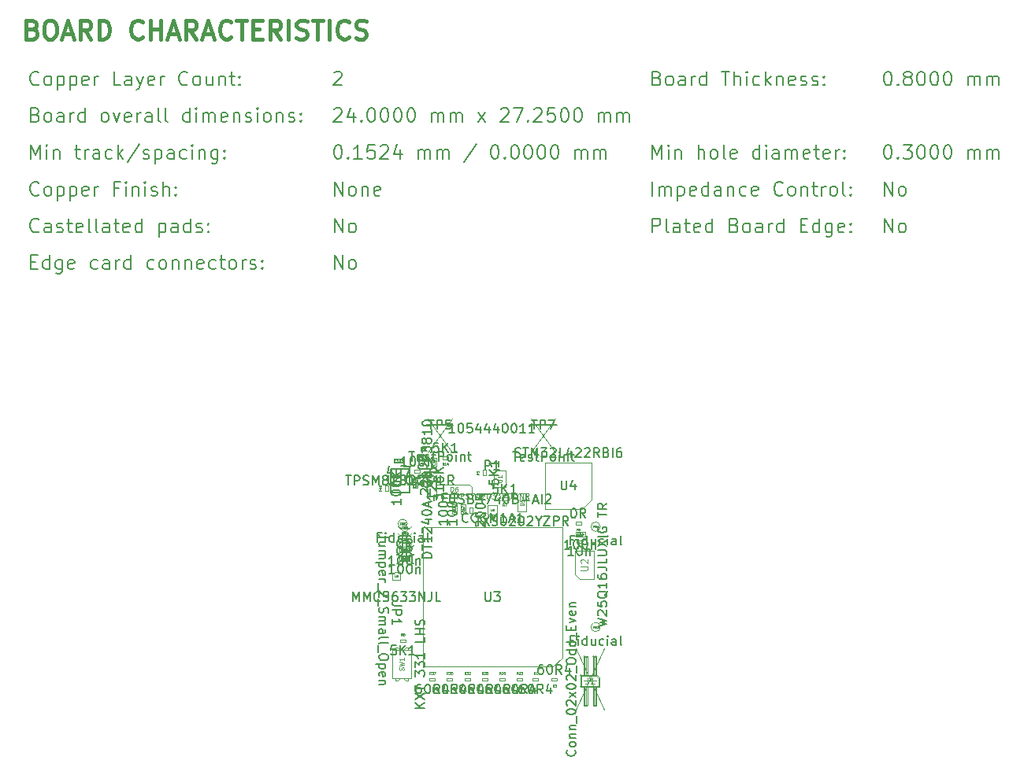
<source format=gbr>
%TF.GenerationSoftware,KiCad,Pcbnew,9.0.1*%
%TF.CreationDate,2025-05-16T18:32:17-04:00*%
%TF.ProjectId,Expansion_Card_Retrofit,45787061-6e73-4696-9f6e-5f436172645f,X1*%
%TF.SameCoordinates,Original*%
%TF.FileFunction,AssemblyDrawing,Top*%
%FSLAX45Y45*%
G04 Gerber Fmt 4.5, Leading zero omitted, Abs format (unit mm)*
G04 Created by KiCad (PCBNEW 9.0.1) date 2025-05-16 18:32:17*
%MOMM*%
%LPD*%
G01*
G04 APERTURE LIST*
%ADD10C,0.200000*%
%ADD11C,0.400000*%
%ADD12C,0.150000*%
%ADD13C,0.040000*%
%ADD14C,0.110000*%
%ADD15C,0.108000*%
%ADD16C,0.050000*%
%ADD17C,0.045000*%
%ADD18C,0.100000*%
%ADD19C,0.070000*%
%ADD20C,0.075000*%
G04 APERTURE END LIST*
D10*
X2927300Y5257397D02*
X2927300Y5407397D01*
X2998729Y5257397D02*
X2998729Y5357397D01*
X2998729Y5343112D02*
X3005872Y5350254D01*
X3005872Y5350254D02*
X3020157Y5357397D01*
X3020157Y5357397D02*
X3041586Y5357397D01*
X3041586Y5357397D02*
X3055872Y5350254D01*
X3055872Y5350254D02*
X3063014Y5335969D01*
X3063014Y5335969D02*
X3063014Y5257397D01*
X3063014Y5335969D02*
X3070157Y5350254D01*
X3070157Y5350254D02*
X3084443Y5357397D01*
X3084443Y5357397D02*
X3105872Y5357397D01*
X3105872Y5357397D02*
X3120157Y5350254D01*
X3120157Y5350254D02*
X3127300Y5335969D01*
X3127300Y5335969D02*
X3127300Y5257397D01*
X3198729Y5357397D02*
X3198729Y5207397D01*
X3198729Y5350254D02*
X3213014Y5357397D01*
X3213014Y5357397D02*
X3241586Y5357397D01*
X3241586Y5357397D02*
X3255872Y5350254D01*
X3255872Y5350254D02*
X3263014Y5343112D01*
X3263014Y5343112D02*
X3270157Y5328826D01*
X3270157Y5328826D02*
X3270157Y5285969D01*
X3270157Y5285969D02*
X3263014Y5271683D01*
X3263014Y5271683D02*
X3255872Y5264540D01*
X3255872Y5264540D02*
X3241586Y5257397D01*
X3241586Y5257397D02*
X3213014Y5257397D01*
X3213014Y5257397D02*
X3198729Y5264540D01*
X3391586Y5264540D02*
X3377300Y5257397D01*
X3377300Y5257397D02*
X3348729Y5257397D01*
X3348729Y5257397D02*
X3334443Y5264540D01*
X3334443Y5264540D02*
X3327300Y5278826D01*
X3327300Y5278826D02*
X3327300Y5335969D01*
X3327300Y5335969D02*
X3334443Y5350254D01*
X3334443Y5350254D02*
X3348729Y5357397D01*
X3348729Y5357397D02*
X3377300Y5357397D01*
X3377300Y5357397D02*
X3391586Y5350254D01*
X3391586Y5350254D02*
X3398729Y5335969D01*
X3398729Y5335969D02*
X3398729Y5321683D01*
X3398729Y5321683D02*
X3327300Y5307397D01*
X3527300Y5257397D02*
X3527300Y5407397D01*
X3527300Y5264540D02*
X3513014Y5257397D01*
X3513014Y5257397D02*
X3484443Y5257397D01*
X3484443Y5257397D02*
X3470157Y5264540D01*
X3470157Y5264540D02*
X3463014Y5271683D01*
X3463014Y5271683D02*
X3455872Y5285969D01*
X3455872Y5285969D02*
X3455872Y5328826D01*
X3455872Y5328826D02*
X3463014Y5343112D01*
X3463014Y5343112D02*
X3470157Y5350254D01*
X3470157Y5350254D02*
X3484443Y5357397D01*
X3484443Y5357397D02*
X3513014Y5357397D01*
X3513014Y5357397D02*
X3527300Y5350254D01*
X3663014Y5257397D02*
X3663014Y5335969D01*
X3663014Y5335969D02*
X3655872Y5350254D01*
X3655872Y5350254D02*
X3641586Y5357397D01*
X3641586Y5357397D02*
X3613014Y5357397D01*
X3613014Y5357397D02*
X3598729Y5350254D01*
X3663014Y5264540D02*
X3648729Y5257397D01*
X3648729Y5257397D02*
X3613014Y5257397D01*
X3613014Y5257397D02*
X3598729Y5264540D01*
X3598729Y5264540D02*
X3591586Y5278826D01*
X3591586Y5278826D02*
X3591586Y5293112D01*
X3591586Y5293112D02*
X3598729Y5307397D01*
X3598729Y5307397D02*
X3613014Y5314540D01*
X3613014Y5314540D02*
X3648729Y5314540D01*
X3648729Y5314540D02*
X3663014Y5321683D01*
X3734443Y5357397D02*
X3734443Y5257397D01*
X3734443Y5343112D02*
X3741586Y5350254D01*
X3741586Y5350254D02*
X3755872Y5357397D01*
X3755872Y5357397D02*
X3777300Y5357397D01*
X3777300Y5357397D02*
X3791586Y5350254D01*
X3791586Y5350254D02*
X3798729Y5335969D01*
X3798729Y5335969D02*
X3798729Y5257397D01*
X3934443Y5264540D02*
X3920157Y5257397D01*
X3920157Y5257397D02*
X3891586Y5257397D01*
X3891586Y5257397D02*
X3877300Y5264540D01*
X3877300Y5264540D02*
X3870157Y5271683D01*
X3870157Y5271683D02*
X3863014Y5285969D01*
X3863014Y5285969D02*
X3863014Y5328826D01*
X3863014Y5328826D02*
X3870157Y5343112D01*
X3870157Y5343112D02*
X3877300Y5350254D01*
X3877300Y5350254D02*
X3891586Y5357397D01*
X3891586Y5357397D02*
X3920157Y5357397D01*
X3920157Y5357397D02*
X3934443Y5350254D01*
X4055872Y5264540D02*
X4041586Y5257397D01*
X4041586Y5257397D02*
X4013014Y5257397D01*
X4013014Y5257397D02*
X3998729Y5264540D01*
X3998729Y5264540D02*
X3991586Y5278826D01*
X3991586Y5278826D02*
X3991586Y5335969D01*
X3991586Y5335969D02*
X3998729Y5350254D01*
X3998729Y5350254D02*
X4013014Y5357397D01*
X4013014Y5357397D02*
X4041586Y5357397D01*
X4041586Y5357397D02*
X4055872Y5350254D01*
X4055872Y5350254D02*
X4063014Y5335969D01*
X4063014Y5335969D02*
X4063014Y5321683D01*
X4063014Y5321683D02*
X3991586Y5307397D01*
X4327300Y5271683D02*
X4320157Y5264540D01*
X4320157Y5264540D02*
X4298729Y5257397D01*
X4298729Y5257397D02*
X4284443Y5257397D01*
X4284443Y5257397D02*
X4263014Y5264540D01*
X4263014Y5264540D02*
X4248729Y5278826D01*
X4248729Y5278826D02*
X4241586Y5293112D01*
X4241586Y5293112D02*
X4234443Y5321683D01*
X4234443Y5321683D02*
X4234443Y5343112D01*
X4234443Y5343112D02*
X4241586Y5371683D01*
X4241586Y5371683D02*
X4248729Y5385969D01*
X4248729Y5385969D02*
X4263014Y5400254D01*
X4263014Y5400254D02*
X4284443Y5407397D01*
X4284443Y5407397D02*
X4298729Y5407397D01*
X4298729Y5407397D02*
X4320157Y5400254D01*
X4320157Y5400254D02*
X4327300Y5393112D01*
X4413014Y5257397D02*
X4398729Y5264540D01*
X4398729Y5264540D02*
X4391586Y5271683D01*
X4391586Y5271683D02*
X4384443Y5285969D01*
X4384443Y5285969D02*
X4384443Y5328826D01*
X4384443Y5328826D02*
X4391586Y5343112D01*
X4391586Y5343112D02*
X4398729Y5350254D01*
X4398729Y5350254D02*
X4413014Y5357397D01*
X4413014Y5357397D02*
X4434443Y5357397D01*
X4434443Y5357397D02*
X4448729Y5350254D01*
X4448729Y5350254D02*
X4455872Y5343112D01*
X4455872Y5343112D02*
X4463014Y5328826D01*
X4463014Y5328826D02*
X4463014Y5285969D01*
X4463014Y5285969D02*
X4455872Y5271683D01*
X4455872Y5271683D02*
X4448729Y5264540D01*
X4448729Y5264540D02*
X4434443Y5257397D01*
X4434443Y5257397D02*
X4413014Y5257397D01*
X4527300Y5357397D02*
X4527300Y5257397D01*
X4527300Y5343112D02*
X4534443Y5350254D01*
X4534443Y5350254D02*
X4548729Y5357397D01*
X4548729Y5357397D02*
X4570157Y5357397D01*
X4570157Y5357397D02*
X4584443Y5350254D01*
X4584443Y5350254D02*
X4591586Y5335969D01*
X4591586Y5335969D02*
X4591586Y5257397D01*
X4641586Y5357397D02*
X4698729Y5357397D01*
X4663014Y5407397D02*
X4663014Y5278826D01*
X4663014Y5278826D02*
X4670157Y5264540D01*
X4670157Y5264540D02*
X4684443Y5257397D01*
X4684443Y5257397D02*
X4698729Y5257397D01*
X4748729Y5257397D02*
X4748729Y5357397D01*
X4748729Y5328826D02*
X4755872Y5343112D01*
X4755872Y5343112D02*
X4763015Y5350254D01*
X4763015Y5350254D02*
X4777300Y5357397D01*
X4777300Y5357397D02*
X4791586Y5357397D01*
X4863014Y5257397D02*
X4848729Y5264540D01*
X4848729Y5264540D02*
X4841586Y5271683D01*
X4841586Y5271683D02*
X4834443Y5285969D01*
X4834443Y5285969D02*
X4834443Y5328826D01*
X4834443Y5328826D02*
X4841586Y5343112D01*
X4841586Y5343112D02*
X4848729Y5350254D01*
X4848729Y5350254D02*
X4863014Y5357397D01*
X4863014Y5357397D02*
X4884443Y5357397D01*
X4884443Y5357397D02*
X4898729Y5350254D01*
X4898729Y5350254D02*
X4905872Y5343112D01*
X4905872Y5343112D02*
X4913014Y5328826D01*
X4913014Y5328826D02*
X4913014Y5285969D01*
X4913014Y5285969D02*
X4905872Y5271683D01*
X4905872Y5271683D02*
X4898729Y5264540D01*
X4898729Y5264540D02*
X4884443Y5257397D01*
X4884443Y5257397D02*
X4863014Y5257397D01*
X4998729Y5257397D02*
X4984443Y5264540D01*
X4984443Y5264540D02*
X4977300Y5278826D01*
X4977300Y5278826D02*
X4977300Y5407397D01*
X5055872Y5271683D02*
X5063014Y5264540D01*
X5063014Y5264540D02*
X5055872Y5257397D01*
X5055872Y5257397D02*
X5048729Y5264540D01*
X5048729Y5264540D02*
X5055872Y5271683D01*
X5055872Y5271683D02*
X5055872Y5257397D01*
X5055872Y5350254D02*
X5063014Y5343112D01*
X5063014Y5343112D02*
X5055872Y5335969D01*
X5055872Y5335969D02*
X5048729Y5343112D01*
X5048729Y5343112D02*
X5055872Y5350254D01*
X5055872Y5350254D02*
X5055872Y5335969D01*
X-488414Y4465997D02*
X-488414Y4615997D01*
X-488414Y4615997D02*
X-402699Y4465997D01*
X-402699Y4465997D02*
X-402699Y4615997D01*
X-309842Y4465997D02*
X-324128Y4473140D01*
X-324128Y4473140D02*
X-331271Y4480283D01*
X-331271Y4480283D02*
X-338414Y4494569D01*
X-338414Y4494569D02*
X-338414Y4537426D01*
X-338414Y4537426D02*
X-331271Y4551712D01*
X-331271Y4551712D02*
X-324128Y4558854D01*
X-324128Y4558854D02*
X-309842Y4565997D01*
X-309842Y4565997D02*
X-288414Y4565997D01*
X-288414Y4565997D02*
X-274128Y4558854D01*
X-274128Y4558854D02*
X-266985Y4551712D01*
X-266985Y4551712D02*
X-259842Y4537426D01*
X-259842Y4537426D02*
X-259842Y4494569D01*
X-259842Y4494569D02*
X-266985Y4480283D01*
X-266985Y4480283D02*
X-274128Y4473140D01*
X-274128Y4473140D02*
X-288414Y4465997D01*
X-288414Y4465997D02*
X-309842Y4465997D01*
X-3704128Y6127369D02*
X-3682699Y6120226D01*
X-3682699Y6120226D02*
X-3675556Y6113083D01*
X-3675556Y6113083D02*
X-3668414Y6098797D01*
X-3668414Y6098797D02*
X-3668414Y6077369D01*
X-3668414Y6077369D02*
X-3675556Y6063083D01*
X-3675556Y6063083D02*
X-3682699Y6055940D01*
X-3682699Y6055940D02*
X-3696985Y6048797D01*
X-3696985Y6048797D02*
X-3754128Y6048797D01*
X-3754128Y6048797D02*
X-3754128Y6198797D01*
X-3754128Y6198797D02*
X-3704128Y6198797D01*
X-3704128Y6198797D02*
X-3689842Y6191654D01*
X-3689842Y6191654D02*
X-3682699Y6184511D01*
X-3682699Y6184511D02*
X-3675556Y6170226D01*
X-3675556Y6170226D02*
X-3675556Y6155940D01*
X-3675556Y6155940D02*
X-3682699Y6141654D01*
X-3682699Y6141654D02*
X-3689842Y6134511D01*
X-3689842Y6134511D02*
X-3704128Y6127369D01*
X-3704128Y6127369D02*
X-3754128Y6127369D01*
X-3582699Y6048797D02*
X-3596985Y6055940D01*
X-3596985Y6055940D02*
X-3604128Y6063083D01*
X-3604128Y6063083D02*
X-3611271Y6077369D01*
X-3611271Y6077369D02*
X-3611271Y6120226D01*
X-3611271Y6120226D02*
X-3604128Y6134511D01*
X-3604128Y6134511D02*
X-3596985Y6141654D01*
X-3596985Y6141654D02*
X-3582699Y6148797D01*
X-3582699Y6148797D02*
X-3561271Y6148797D01*
X-3561271Y6148797D02*
X-3546985Y6141654D01*
X-3546985Y6141654D02*
X-3539842Y6134511D01*
X-3539842Y6134511D02*
X-3532699Y6120226D01*
X-3532699Y6120226D02*
X-3532699Y6077369D01*
X-3532699Y6077369D02*
X-3539842Y6063083D01*
X-3539842Y6063083D02*
X-3546985Y6055940D01*
X-3546985Y6055940D02*
X-3561271Y6048797D01*
X-3561271Y6048797D02*
X-3582699Y6048797D01*
X-3404128Y6048797D02*
X-3404128Y6127369D01*
X-3404128Y6127369D02*
X-3411271Y6141654D01*
X-3411271Y6141654D02*
X-3425556Y6148797D01*
X-3425556Y6148797D02*
X-3454128Y6148797D01*
X-3454128Y6148797D02*
X-3468414Y6141654D01*
X-3404128Y6055940D02*
X-3418414Y6048797D01*
X-3418414Y6048797D02*
X-3454128Y6048797D01*
X-3454128Y6048797D02*
X-3468414Y6055940D01*
X-3468414Y6055940D02*
X-3475556Y6070226D01*
X-3475556Y6070226D02*
X-3475556Y6084511D01*
X-3475556Y6084511D02*
X-3468414Y6098797D01*
X-3468414Y6098797D02*
X-3454128Y6105940D01*
X-3454128Y6105940D02*
X-3418414Y6105940D01*
X-3418414Y6105940D02*
X-3404128Y6113083D01*
X-3332699Y6048797D02*
X-3332699Y6148797D01*
X-3332699Y6120226D02*
X-3325556Y6134511D01*
X-3325556Y6134511D02*
X-3318414Y6141654D01*
X-3318414Y6141654D02*
X-3304128Y6148797D01*
X-3304128Y6148797D02*
X-3289842Y6148797D01*
X-3175556Y6048797D02*
X-3175556Y6198797D01*
X-3175556Y6055940D02*
X-3189842Y6048797D01*
X-3189842Y6048797D02*
X-3218414Y6048797D01*
X-3218414Y6048797D02*
X-3232699Y6055940D01*
X-3232699Y6055940D02*
X-3239842Y6063083D01*
X-3239842Y6063083D02*
X-3246985Y6077369D01*
X-3246985Y6077369D02*
X-3246985Y6120226D01*
X-3246985Y6120226D02*
X-3239842Y6134511D01*
X-3239842Y6134511D02*
X-3232699Y6141654D01*
X-3232699Y6141654D02*
X-3218414Y6148797D01*
X-3218414Y6148797D02*
X-3189842Y6148797D01*
X-3189842Y6148797D02*
X-3175556Y6141654D01*
X-2968414Y6048797D02*
X-2982699Y6055940D01*
X-2982699Y6055940D02*
X-2989842Y6063083D01*
X-2989842Y6063083D02*
X-2996985Y6077369D01*
X-2996985Y6077369D02*
X-2996985Y6120226D01*
X-2996985Y6120226D02*
X-2989842Y6134511D01*
X-2989842Y6134511D02*
X-2982699Y6141654D01*
X-2982699Y6141654D02*
X-2968414Y6148797D01*
X-2968414Y6148797D02*
X-2946985Y6148797D01*
X-2946985Y6148797D02*
X-2932699Y6141654D01*
X-2932699Y6141654D02*
X-2925556Y6134511D01*
X-2925556Y6134511D02*
X-2918414Y6120226D01*
X-2918414Y6120226D02*
X-2918414Y6077369D01*
X-2918414Y6077369D02*
X-2925556Y6063083D01*
X-2925556Y6063083D02*
X-2932699Y6055940D01*
X-2932699Y6055940D02*
X-2946985Y6048797D01*
X-2946985Y6048797D02*
X-2968414Y6048797D01*
X-2868414Y6148797D02*
X-2832699Y6048797D01*
X-2832699Y6048797D02*
X-2796985Y6148797D01*
X-2682699Y6055940D02*
X-2696985Y6048797D01*
X-2696985Y6048797D02*
X-2725557Y6048797D01*
X-2725557Y6048797D02*
X-2739842Y6055940D01*
X-2739842Y6055940D02*
X-2746985Y6070226D01*
X-2746985Y6070226D02*
X-2746985Y6127369D01*
X-2746985Y6127369D02*
X-2739842Y6141654D01*
X-2739842Y6141654D02*
X-2725557Y6148797D01*
X-2725557Y6148797D02*
X-2696985Y6148797D01*
X-2696985Y6148797D02*
X-2682699Y6141654D01*
X-2682699Y6141654D02*
X-2675557Y6127369D01*
X-2675557Y6127369D02*
X-2675557Y6113083D01*
X-2675557Y6113083D02*
X-2746985Y6098797D01*
X-2611271Y6048797D02*
X-2611271Y6148797D01*
X-2611271Y6120226D02*
X-2604128Y6134511D01*
X-2604128Y6134511D02*
X-2596985Y6141654D01*
X-2596985Y6141654D02*
X-2582699Y6148797D01*
X-2582699Y6148797D02*
X-2568414Y6148797D01*
X-2454128Y6048797D02*
X-2454128Y6127369D01*
X-2454128Y6127369D02*
X-2461271Y6141654D01*
X-2461271Y6141654D02*
X-2475557Y6148797D01*
X-2475557Y6148797D02*
X-2504128Y6148797D01*
X-2504128Y6148797D02*
X-2518414Y6141654D01*
X-2454128Y6055940D02*
X-2468414Y6048797D01*
X-2468414Y6048797D02*
X-2504128Y6048797D01*
X-2504128Y6048797D02*
X-2518414Y6055940D01*
X-2518414Y6055940D02*
X-2525557Y6070226D01*
X-2525557Y6070226D02*
X-2525557Y6084511D01*
X-2525557Y6084511D02*
X-2518414Y6098797D01*
X-2518414Y6098797D02*
X-2504128Y6105940D01*
X-2504128Y6105940D02*
X-2468414Y6105940D01*
X-2468414Y6105940D02*
X-2454128Y6113083D01*
X-2361271Y6048797D02*
X-2375557Y6055940D01*
X-2375557Y6055940D02*
X-2382700Y6070226D01*
X-2382700Y6070226D02*
X-2382700Y6198797D01*
X-2282700Y6048797D02*
X-2296985Y6055940D01*
X-2296985Y6055940D02*
X-2304128Y6070226D01*
X-2304128Y6070226D02*
X-2304128Y6198797D01*
X-2046985Y6048797D02*
X-2046985Y6198797D01*
X-2046985Y6055940D02*
X-2061271Y6048797D01*
X-2061271Y6048797D02*
X-2089842Y6048797D01*
X-2089842Y6048797D02*
X-2104128Y6055940D01*
X-2104128Y6055940D02*
X-2111271Y6063083D01*
X-2111271Y6063083D02*
X-2118414Y6077369D01*
X-2118414Y6077369D02*
X-2118414Y6120226D01*
X-2118414Y6120226D02*
X-2111271Y6134511D01*
X-2111271Y6134511D02*
X-2104128Y6141654D01*
X-2104128Y6141654D02*
X-2089842Y6148797D01*
X-2089842Y6148797D02*
X-2061271Y6148797D01*
X-2061271Y6148797D02*
X-2046985Y6141654D01*
X-1975557Y6048797D02*
X-1975557Y6148797D01*
X-1975557Y6198797D02*
X-1982699Y6191654D01*
X-1982699Y6191654D02*
X-1975557Y6184511D01*
X-1975557Y6184511D02*
X-1968414Y6191654D01*
X-1968414Y6191654D02*
X-1975557Y6198797D01*
X-1975557Y6198797D02*
X-1975557Y6184511D01*
X-1904128Y6048797D02*
X-1904128Y6148797D01*
X-1904128Y6134511D02*
X-1896985Y6141654D01*
X-1896985Y6141654D02*
X-1882699Y6148797D01*
X-1882699Y6148797D02*
X-1861271Y6148797D01*
X-1861271Y6148797D02*
X-1846985Y6141654D01*
X-1846985Y6141654D02*
X-1839842Y6127369D01*
X-1839842Y6127369D02*
X-1839842Y6048797D01*
X-1839842Y6127369D02*
X-1832699Y6141654D01*
X-1832699Y6141654D02*
X-1818414Y6148797D01*
X-1818414Y6148797D02*
X-1796985Y6148797D01*
X-1796985Y6148797D02*
X-1782699Y6141654D01*
X-1782699Y6141654D02*
X-1775557Y6127369D01*
X-1775557Y6127369D02*
X-1775557Y6048797D01*
X-1646985Y6055940D02*
X-1661271Y6048797D01*
X-1661271Y6048797D02*
X-1689842Y6048797D01*
X-1689842Y6048797D02*
X-1704128Y6055940D01*
X-1704128Y6055940D02*
X-1711271Y6070226D01*
X-1711271Y6070226D02*
X-1711271Y6127369D01*
X-1711271Y6127369D02*
X-1704128Y6141654D01*
X-1704128Y6141654D02*
X-1689842Y6148797D01*
X-1689842Y6148797D02*
X-1661271Y6148797D01*
X-1661271Y6148797D02*
X-1646985Y6141654D01*
X-1646985Y6141654D02*
X-1639842Y6127369D01*
X-1639842Y6127369D02*
X-1639842Y6113083D01*
X-1639842Y6113083D02*
X-1711271Y6098797D01*
X-1575557Y6148797D02*
X-1575557Y6048797D01*
X-1575557Y6134511D02*
X-1568414Y6141654D01*
X-1568414Y6141654D02*
X-1554128Y6148797D01*
X-1554128Y6148797D02*
X-1532699Y6148797D01*
X-1532699Y6148797D02*
X-1518414Y6141654D01*
X-1518414Y6141654D02*
X-1511271Y6127369D01*
X-1511271Y6127369D02*
X-1511271Y6048797D01*
X-1446985Y6055940D02*
X-1432699Y6048797D01*
X-1432699Y6048797D02*
X-1404128Y6048797D01*
X-1404128Y6048797D02*
X-1389842Y6055940D01*
X-1389842Y6055940D02*
X-1382700Y6070226D01*
X-1382700Y6070226D02*
X-1382700Y6077369D01*
X-1382700Y6077369D02*
X-1389842Y6091654D01*
X-1389842Y6091654D02*
X-1404128Y6098797D01*
X-1404128Y6098797D02*
X-1425557Y6098797D01*
X-1425557Y6098797D02*
X-1439842Y6105940D01*
X-1439842Y6105940D02*
X-1446985Y6120226D01*
X-1446985Y6120226D02*
X-1446985Y6127369D01*
X-1446985Y6127369D02*
X-1439842Y6141654D01*
X-1439842Y6141654D02*
X-1425557Y6148797D01*
X-1425557Y6148797D02*
X-1404128Y6148797D01*
X-1404128Y6148797D02*
X-1389842Y6141654D01*
X-1318414Y6048797D02*
X-1318414Y6148797D01*
X-1318414Y6198797D02*
X-1325557Y6191654D01*
X-1325557Y6191654D02*
X-1318414Y6184511D01*
X-1318414Y6184511D02*
X-1311271Y6191654D01*
X-1311271Y6191654D02*
X-1318414Y6198797D01*
X-1318414Y6198797D02*
X-1318414Y6184511D01*
X-1225557Y6048797D02*
X-1239842Y6055940D01*
X-1239842Y6055940D02*
X-1246985Y6063083D01*
X-1246985Y6063083D02*
X-1254128Y6077369D01*
X-1254128Y6077369D02*
X-1254128Y6120226D01*
X-1254128Y6120226D02*
X-1246985Y6134511D01*
X-1246985Y6134511D02*
X-1239842Y6141654D01*
X-1239842Y6141654D02*
X-1225557Y6148797D01*
X-1225557Y6148797D02*
X-1204128Y6148797D01*
X-1204128Y6148797D02*
X-1189842Y6141654D01*
X-1189842Y6141654D02*
X-1182699Y6134511D01*
X-1182699Y6134511D02*
X-1175557Y6120226D01*
X-1175557Y6120226D02*
X-1175557Y6077369D01*
X-1175557Y6077369D02*
X-1182699Y6063083D01*
X-1182699Y6063083D02*
X-1189842Y6055940D01*
X-1189842Y6055940D02*
X-1204128Y6048797D01*
X-1204128Y6048797D02*
X-1225557Y6048797D01*
X-1111271Y6148797D02*
X-1111271Y6048797D01*
X-1111271Y6134511D02*
X-1104128Y6141654D01*
X-1104128Y6141654D02*
X-1089842Y6148797D01*
X-1089842Y6148797D02*
X-1068414Y6148797D01*
X-1068414Y6148797D02*
X-1054128Y6141654D01*
X-1054128Y6141654D02*
X-1046985Y6127369D01*
X-1046985Y6127369D02*
X-1046985Y6048797D01*
X-982699Y6055940D02*
X-968414Y6048797D01*
X-968414Y6048797D02*
X-939842Y6048797D01*
X-939842Y6048797D02*
X-925557Y6055940D01*
X-925557Y6055940D02*
X-918414Y6070226D01*
X-918414Y6070226D02*
X-918414Y6077369D01*
X-918414Y6077369D02*
X-925557Y6091654D01*
X-925557Y6091654D02*
X-939842Y6098797D01*
X-939842Y6098797D02*
X-961271Y6098797D01*
X-961271Y6098797D02*
X-975557Y6105940D01*
X-975557Y6105940D02*
X-982699Y6120226D01*
X-982699Y6120226D02*
X-982699Y6127369D01*
X-982699Y6127369D02*
X-975557Y6141654D01*
X-975557Y6141654D02*
X-961271Y6148797D01*
X-961271Y6148797D02*
X-939842Y6148797D01*
X-939842Y6148797D02*
X-925557Y6141654D01*
X-854128Y6063083D02*
X-846985Y6055940D01*
X-846985Y6055940D02*
X-854128Y6048797D01*
X-854128Y6048797D02*
X-861271Y6055940D01*
X-861271Y6055940D02*
X-854128Y6063083D01*
X-854128Y6063083D02*
X-854128Y6048797D01*
X-854128Y6141654D02*
X-846985Y6134511D01*
X-846985Y6134511D02*
X-854128Y6127369D01*
X-854128Y6127369D02*
X-861271Y6134511D01*
X-861271Y6134511D02*
X-854128Y6141654D01*
X-854128Y6141654D02*
X-854128Y6127369D01*
X-488414Y4861697D02*
X-488414Y5011697D01*
X-488414Y5011697D02*
X-402699Y4861697D01*
X-402699Y4861697D02*
X-402699Y5011697D01*
X-309842Y4861697D02*
X-324128Y4868840D01*
X-324128Y4868840D02*
X-331271Y4875983D01*
X-331271Y4875983D02*
X-338414Y4890269D01*
X-338414Y4890269D02*
X-338414Y4933126D01*
X-338414Y4933126D02*
X-331271Y4947412D01*
X-331271Y4947412D02*
X-324128Y4954554D01*
X-324128Y4954554D02*
X-309842Y4961697D01*
X-309842Y4961697D02*
X-288414Y4961697D01*
X-288414Y4961697D02*
X-274128Y4954554D01*
X-274128Y4954554D02*
X-266985Y4947412D01*
X-266985Y4947412D02*
X-259842Y4933126D01*
X-259842Y4933126D02*
X-259842Y4890269D01*
X-259842Y4890269D02*
X-266985Y4875983D01*
X-266985Y4875983D02*
X-274128Y4868840D01*
X-274128Y4868840D02*
X-288414Y4861697D01*
X-288414Y4861697D02*
X-309842Y4861697D01*
X2927300Y5653097D02*
X2927300Y5803097D01*
X2927300Y5803097D02*
X2977300Y5695954D01*
X2977300Y5695954D02*
X3027300Y5803097D01*
X3027300Y5803097D02*
X3027300Y5653097D01*
X3098729Y5653097D02*
X3098729Y5753097D01*
X3098729Y5803097D02*
X3091586Y5795954D01*
X3091586Y5795954D02*
X3098729Y5788811D01*
X3098729Y5788811D02*
X3105872Y5795954D01*
X3105872Y5795954D02*
X3098729Y5803097D01*
X3098729Y5803097D02*
X3098729Y5788811D01*
X3170157Y5753097D02*
X3170157Y5653097D01*
X3170157Y5738811D02*
X3177300Y5745954D01*
X3177300Y5745954D02*
X3191586Y5753097D01*
X3191586Y5753097D02*
X3213014Y5753097D01*
X3213014Y5753097D02*
X3227300Y5745954D01*
X3227300Y5745954D02*
X3234443Y5731669D01*
X3234443Y5731669D02*
X3234443Y5653097D01*
X3420157Y5653097D02*
X3420157Y5803097D01*
X3484443Y5653097D02*
X3484443Y5731669D01*
X3484443Y5731669D02*
X3477300Y5745954D01*
X3477300Y5745954D02*
X3463014Y5753097D01*
X3463014Y5753097D02*
X3441586Y5753097D01*
X3441586Y5753097D02*
X3427300Y5745954D01*
X3427300Y5745954D02*
X3420157Y5738811D01*
X3577300Y5653097D02*
X3563014Y5660240D01*
X3563014Y5660240D02*
X3555872Y5667383D01*
X3555872Y5667383D02*
X3548729Y5681669D01*
X3548729Y5681669D02*
X3548729Y5724526D01*
X3548729Y5724526D02*
X3555872Y5738811D01*
X3555872Y5738811D02*
X3563014Y5745954D01*
X3563014Y5745954D02*
X3577300Y5753097D01*
X3577300Y5753097D02*
X3598729Y5753097D01*
X3598729Y5753097D02*
X3613014Y5745954D01*
X3613014Y5745954D02*
X3620157Y5738811D01*
X3620157Y5738811D02*
X3627300Y5724526D01*
X3627300Y5724526D02*
X3627300Y5681669D01*
X3627300Y5681669D02*
X3620157Y5667383D01*
X3620157Y5667383D02*
X3613014Y5660240D01*
X3613014Y5660240D02*
X3598729Y5653097D01*
X3598729Y5653097D02*
X3577300Y5653097D01*
X3713014Y5653097D02*
X3698729Y5660240D01*
X3698729Y5660240D02*
X3691586Y5674526D01*
X3691586Y5674526D02*
X3691586Y5803097D01*
X3827300Y5660240D02*
X3813014Y5653097D01*
X3813014Y5653097D02*
X3784443Y5653097D01*
X3784443Y5653097D02*
X3770157Y5660240D01*
X3770157Y5660240D02*
X3763014Y5674526D01*
X3763014Y5674526D02*
X3763014Y5731669D01*
X3763014Y5731669D02*
X3770157Y5745954D01*
X3770157Y5745954D02*
X3784443Y5753097D01*
X3784443Y5753097D02*
X3813014Y5753097D01*
X3813014Y5753097D02*
X3827300Y5745954D01*
X3827300Y5745954D02*
X3834443Y5731669D01*
X3834443Y5731669D02*
X3834443Y5717383D01*
X3834443Y5717383D02*
X3763014Y5703097D01*
X4077300Y5653097D02*
X4077300Y5803097D01*
X4077300Y5660240D02*
X4063014Y5653097D01*
X4063014Y5653097D02*
X4034443Y5653097D01*
X4034443Y5653097D02*
X4020157Y5660240D01*
X4020157Y5660240D02*
X4013014Y5667383D01*
X4013014Y5667383D02*
X4005872Y5681669D01*
X4005872Y5681669D02*
X4005872Y5724526D01*
X4005872Y5724526D02*
X4013014Y5738811D01*
X4013014Y5738811D02*
X4020157Y5745954D01*
X4020157Y5745954D02*
X4034443Y5753097D01*
X4034443Y5753097D02*
X4063014Y5753097D01*
X4063014Y5753097D02*
X4077300Y5745954D01*
X4148729Y5653097D02*
X4148729Y5753097D01*
X4148729Y5803097D02*
X4141586Y5795954D01*
X4141586Y5795954D02*
X4148729Y5788811D01*
X4148729Y5788811D02*
X4155872Y5795954D01*
X4155872Y5795954D02*
X4148729Y5803097D01*
X4148729Y5803097D02*
X4148729Y5788811D01*
X4284443Y5653097D02*
X4284443Y5731669D01*
X4284443Y5731669D02*
X4277300Y5745954D01*
X4277300Y5745954D02*
X4263015Y5753097D01*
X4263015Y5753097D02*
X4234443Y5753097D01*
X4234443Y5753097D02*
X4220157Y5745954D01*
X4284443Y5660240D02*
X4270157Y5653097D01*
X4270157Y5653097D02*
X4234443Y5653097D01*
X4234443Y5653097D02*
X4220157Y5660240D01*
X4220157Y5660240D02*
X4213015Y5674526D01*
X4213015Y5674526D02*
X4213015Y5688811D01*
X4213015Y5688811D02*
X4220157Y5703097D01*
X4220157Y5703097D02*
X4234443Y5710240D01*
X4234443Y5710240D02*
X4270157Y5710240D01*
X4270157Y5710240D02*
X4284443Y5717383D01*
X4355872Y5653097D02*
X4355872Y5753097D01*
X4355872Y5738811D02*
X4363015Y5745954D01*
X4363015Y5745954D02*
X4377300Y5753097D01*
X4377300Y5753097D02*
X4398729Y5753097D01*
X4398729Y5753097D02*
X4413015Y5745954D01*
X4413015Y5745954D02*
X4420157Y5731669D01*
X4420157Y5731669D02*
X4420157Y5653097D01*
X4420157Y5731669D02*
X4427300Y5745954D01*
X4427300Y5745954D02*
X4441586Y5753097D01*
X4441586Y5753097D02*
X4463015Y5753097D01*
X4463015Y5753097D02*
X4477300Y5745954D01*
X4477300Y5745954D02*
X4484443Y5731669D01*
X4484443Y5731669D02*
X4484443Y5653097D01*
X4613015Y5660240D02*
X4598729Y5653097D01*
X4598729Y5653097D02*
X4570157Y5653097D01*
X4570157Y5653097D02*
X4555872Y5660240D01*
X4555872Y5660240D02*
X4548729Y5674526D01*
X4548729Y5674526D02*
X4548729Y5731669D01*
X4548729Y5731669D02*
X4555872Y5745954D01*
X4555872Y5745954D02*
X4570157Y5753097D01*
X4570157Y5753097D02*
X4598729Y5753097D01*
X4598729Y5753097D02*
X4613015Y5745954D01*
X4613015Y5745954D02*
X4620157Y5731669D01*
X4620157Y5731669D02*
X4620157Y5717383D01*
X4620157Y5717383D02*
X4548729Y5703097D01*
X4663015Y5753097D02*
X4720157Y5753097D01*
X4684443Y5803097D02*
X4684443Y5674526D01*
X4684443Y5674526D02*
X4691586Y5660240D01*
X4691586Y5660240D02*
X4705872Y5653097D01*
X4705872Y5653097D02*
X4720157Y5653097D01*
X4827300Y5660240D02*
X4813015Y5653097D01*
X4813015Y5653097D02*
X4784443Y5653097D01*
X4784443Y5653097D02*
X4770157Y5660240D01*
X4770157Y5660240D02*
X4763015Y5674526D01*
X4763015Y5674526D02*
X4763015Y5731669D01*
X4763015Y5731669D02*
X4770157Y5745954D01*
X4770157Y5745954D02*
X4784443Y5753097D01*
X4784443Y5753097D02*
X4813015Y5753097D01*
X4813015Y5753097D02*
X4827300Y5745954D01*
X4827300Y5745954D02*
X4834443Y5731669D01*
X4834443Y5731669D02*
X4834443Y5717383D01*
X4834443Y5717383D02*
X4763015Y5703097D01*
X4898729Y5653097D02*
X4898729Y5753097D01*
X4898729Y5724526D02*
X4905872Y5738811D01*
X4905872Y5738811D02*
X4913015Y5745954D01*
X4913015Y5745954D02*
X4927300Y5753097D01*
X4927300Y5753097D02*
X4941586Y5753097D01*
X4991586Y5667383D02*
X4998729Y5660240D01*
X4998729Y5660240D02*
X4991586Y5653097D01*
X4991586Y5653097D02*
X4984443Y5660240D01*
X4984443Y5660240D02*
X4991586Y5667383D01*
X4991586Y5667383D02*
X4991586Y5653097D01*
X4991586Y5745954D02*
X4998729Y5738811D01*
X4998729Y5738811D02*
X4991586Y5731669D01*
X4991586Y5731669D02*
X4984443Y5738811D01*
X4984443Y5738811D02*
X4991586Y5745954D01*
X4991586Y5745954D02*
X4991586Y5731669D01*
X5450157Y5803097D02*
X5464443Y5803097D01*
X5464443Y5803097D02*
X5478729Y5795954D01*
X5478729Y5795954D02*
X5485872Y5788811D01*
X5485872Y5788811D02*
X5493014Y5774526D01*
X5493014Y5774526D02*
X5500157Y5745954D01*
X5500157Y5745954D02*
X5500157Y5710240D01*
X5500157Y5710240D02*
X5493014Y5681669D01*
X5493014Y5681669D02*
X5485872Y5667383D01*
X5485872Y5667383D02*
X5478729Y5660240D01*
X5478729Y5660240D02*
X5464443Y5653097D01*
X5464443Y5653097D02*
X5450157Y5653097D01*
X5450157Y5653097D02*
X5435872Y5660240D01*
X5435872Y5660240D02*
X5428729Y5667383D01*
X5428729Y5667383D02*
X5421586Y5681669D01*
X5421586Y5681669D02*
X5414443Y5710240D01*
X5414443Y5710240D02*
X5414443Y5745954D01*
X5414443Y5745954D02*
X5421586Y5774526D01*
X5421586Y5774526D02*
X5428729Y5788811D01*
X5428729Y5788811D02*
X5435872Y5795954D01*
X5435872Y5795954D02*
X5450157Y5803097D01*
X5564443Y5667383D02*
X5571586Y5660240D01*
X5571586Y5660240D02*
X5564443Y5653097D01*
X5564443Y5653097D02*
X5557300Y5660240D01*
X5557300Y5660240D02*
X5564443Y5667383D01*
X5564443Y5667383D02*
X5564443Y5653097D01*
X5621586Y5803097D02*
X5714443Y5803097D01*
X5714443Y5803097D02*
X5664443Y5745954D01*
X5664443Y5745954D02*
X5685871Y5745954D01*
X5685871Y5745954D02*
X5700157Y5738811D01*
X5700157Y5738811D02*
X5707300Y5731669D01*
X5707300Y5731669D02*
X5714443Y5717383D01*
X5714443Y5717383D02*
X5714443Y5681669D01*
X5714443Y5681669D02*
X5707300Y5667383D01*
X5707300Y5667383D02*
X5700157Y5660240D01*
X5700157Y5660240D02*
X5685871Y5653097D01*
X5685871Y5653097D02*
X5643014Y5653097D01*
X5643014Y5653097D02*
X5628729Y5660240D01*
X5628729Y5660240D02*
X5621586Y5667383D01*
X5807300Y5803097D02*
X5821586Y5803097D01*
X5821586Y5803097D02*
X5835871Y5795954D01*
X5835871Y5795954D02*
X5843014Y5788811D01*
X5843014Y5788811D02*
X5850157Y5774526D01*
X5850157Y5774526D02*
X5857300Y5745954D01*
X5857300Y5745954D02*
X5857300Y5710240D01*
X5857300Y5710240D02*
X5850157Y5681669D01*
X5850157Y5681669D02*
X5843014Y5667383D01*
X5843014Y5667383D02*
X5835871Y5660240D01*
X5835871Y5660240D02*
X5821586Y5653097D01*
X5821586Y5653097D02*
X5807300Y5653097D01*
X5807300Y5653097D02*
X5793014Y5660240D01*
X5793014Y5660240D02*
X5785871Y5667383D01*
X5785871Y5667383D02*
X5778729Y5681669D01*
X5778729Y5681669D02*
X5771586Y5710240D01*
X5771586Y5710240D02*
X5771586Y5745954D01*
X5771586Y5745954D02*
X5778729Y5774526D01*
X5778729Y5774526D02*
X5785871Y5788811D01*
X5785871Y5788811D02*
X5793014Y5795954D01*
X5793014Y5795954D02*
X5807300Y5803097D01*
X5950157Y5803097D02*
X5964443Y5803097D01*
X5964443Y5803097D02*
X5978729Y5795954D01*
X5978729Y5795954D02*
X5985871Y5788811D01*
X5985871Y5788811D02*
X5993014Y5774526D01*
X5993014Y5774526D02*
X6000157Y5745954D01*
X6000157Y5745954D02*
X6000157Y5710240D01*
X6000157Y5710240D02*
X5993014Y5681669D01*
X5993014Y5681669D02*
X5985871Y5667383D01*
X5985871Y5667383D02*
X5978729Y5660240D01*
X5978729Y5660240D02*
X5964443Y5653097D01*
X5964443Y5653097D02*
X5950157Y5653097D01*
X5950157Y5653097D02*
X5935871Y5660240D01*
X5935871Y5660240D02*
X5928729Y5667383D01*
X5928729Y5667383D02*
X5921586Y5681669D01*
X5921586Y5681669D02*
X5914443Y5710240D01*
X5914443Y5710240D02*
X5914443Y5745954D01*
X5914443Y5745954D02*
X5921586Y5774526D01*
X5921586Y5774526D02*
X5928729Y5788811D01*
X5928729Y5788811D02*
X5935871Y5795954D01*
X5935871Y5795954D02*
X5950157Y5803097D01*
X6093014Y5803097D02*
X6107300Y5803097D01*
X6107300Y5803097D02*
X6121586Y5795954D01*
X6121586Y5795954D02*
X6128729Y5788811D01*
X6128729Y5788811D02*
X6135871Y5774526D01*
X6135871Y5774526D02*
X6143014Y5745954D01*
X6143014Y5745954D02*
X6143014Y5710240D01*
X6143014Y5710240D02*
X6135871Y5681669D01*
X6135871Y5681669D02*
X6128729Y5667383D01*
X6128729Y5667383D02*
X6121586Y5660240D01*
X6121586Y5660240D02*
X6107300Y5653097D01*
X6107300Y5653097D02*
X6093014Y5653097D01*
X6093014Y5653097D02*
X6078729Y5660240D01*
X6078729Y5660240D02*
X6071586Y5667383D01*
X6071586Y5667383D02*
X6064443Y5681669D01*
X6064443Y5681669D02*
X6057300Y5710240D01*
X6057300Y5710240D02*
X6057300Y5745954D01*
X6057300Y5745954D02*
X6064443Y5774526D01*
X6064443Y5774526D02*
X6071586Y5788811D01*
X6071586Y5788811D02*
X6078729Y5795954D01*
X6078729Y5795954D02*
X6093014Y5803097D01*
X6321586Y5653097D02*
X6321586Y5753097D01*
X6321586Y5738811D02*
X6328728Y5745954D01*
X6328728Y5745954D02*
X6343014Y5753097D01*
X6343014Y5753097D02*
X6364443Y5753097D01*
X6364443Y5753097D02*
X6378728Y5745954D01*
X6378728Y5745954D02*
X6385871Y5731669D01*
X6385871Y5731669D02*
X6385871Y5653097D01*
X6385871Y5731669D02*
X6393014Y5745954D01*
X6393014Y5745954D02*
X6407300Y5753097D01*
X6407300Y5753097D02*
X6428728Y5753097D01*
X6428728Y5753097D02*
X6443014Y5745954D01*
X6443014Y5745954D02*
X6450157Y5731669D01*
X6450157Y5731669D02*
X6450157Y5653097D01*
X6521586Y5653097D02*
X6521586Y5753097D01*
X6521586Y5738811D02*
X6528728Y5745954D01*
X6528728Y5745954D02*
X6543014Y5753097D01*
X6543014Y5753097D02*
X6564443Y5753097D01*
X6564443Y5753097D02*
X6578728Y5745954D01*
X6578728Y5745954D02*
X6585871Y5731669D01*
X6585871Y5731669D02*
X6585871Y5653097D01*
X6585871Y5731669D02*
X6593014Y5745954D01*
X6593014Y5745954D02*
X6607300Y5753097D01*
X6607300Y5753097D02*
X6628728Y5753097D01*
X6628728Y5753097D02*
X6643014Y5745954D01*
X6643014Y5745954D02*
X6650157Y5731669D01*
X6650157Y5731669D02*
X6650157Y5653097D01*
D11*
X-3737399Y7047318D02*
X-3708827Y7037794D01*
X-3708827Y7037794D02*
X-3699303Y7028270D01*
X-3699303Y7028270D02*
X-3689780Y7009223D01*
X-3689780Y7009223D02*
X-3689780Y6980651D01*
X-3689780Y6980651D02*
X-3699303Y6961604D01*
X-3699303Y6961604D02*
X-3708827Y6952080D01*
X-3708827Y6952080D02*
X-3727875Y6942556D01*
X-3727875Y6942556D02*
X-3804065Y6942556D01*
X-3804065Y6942556D02*
X-3804065Y7142556D01*
X-3804065Y7142556D02*
X-3737399Y7142556D01*
X-3737399Y7142556D02*
X-3718351Y7133032D01*
X-3718351Y7133032D02*
X-3708827Y7123509D01*
X-3708827Y7123509D02*
X-3699303Y7104461D01*
X-3699303Y7104461D02*
X-3699303Y7085413D01*
X-3699303Y7085413D02*
X-3708827Y7066366D01*
X-3708827Y7066366D02*
X-3718351Y7056842D01*
X-3718351Y7056842D02*
X-3737399Y7047318D01*
X-3737399Y7047318D02*
X-3804065Y7047318D01*
X-3565970Y7142556D02*
X-3527875Y7142556D01*
X-3527875Y7142556D02*
X-3508827Y7133032D01*
X-3508827Y7133032D02*
X-3489780Y7113985D01*
X-3489780Y7113985D02*
X-3480256Y7075890D01*
X-3480256Y7075890D02*
X-3480256Y7009223D01*
X-3480256Y7009223D02*
X-3489780Y6971128D01*
X-3489780Y6971128D02*
X-3508827Y6952080D01*
X-3508827Y6952080D02*
X-3527875Y6942556D01*
X-3527875Y6942556D02*
X-3565970Y6942556D01*
X-3565970Y6942556D02*
X-3585018Y6952080D01*
X-3585018Y6952080D02*
X-3604065Y6971128D01*
X-3604065Y6971128D02*
X-3613589Y7009223D01*
X-3613589Y7009223D02*
X-3613589Y7075890D01*
X-3613589Y7075890D02*
X-3604065Y7113985D01*
X-3604065Y7113985D02*
X-3585018Y7133032D01*
X-3585018Y7133032D02*
X-3565970Y7142556D01*
X-3404065Y6999699D02*
X-3308827Y6999699D01*
X-3423113Y6942556D02*
X-3356446Y7142556D01*
X-3356446Y7142556D02*
X-3289780Y6942556D01*
X-3108827Y6942556D02*
X-3175494Y7037794D01*
X-3223113Y6942556D02*
X-3223113Y7142556D01*
X-3223113Y7142556D02*
X-3146922Y7142556D01*
X-3146922Y7142556D02*
X-3127875Y7133032D01*
X-3127875Y7133032D02*
X-3118351Y7123509D01*
X-3118351Y7123509D02*
X-3108827Y7104461D01*
X-3108827Y7104461D02*
X-3108827Y7075890D01*
X-3108827Y7075890D02*
X-3118351Y7056842D01*
X-3118351Y7056842D02*
X-3127875Y7047318D01*
X-3127875Y7047318D02*
X-3146922Y7037794D01*
X-3146922Y7037794D02*
X-3223113Y7037794D01*
X-3023113Y6942556D02*
X-3023113Y7142556D01*
X-3023113Y7142556D02*
X-2975494Y7142556D01*
X-2975494Y7142556D02*
X-2946922Y7133032D01*
X-2946922Y7133032D02*
X-2927875Y7113985D01*
X-2927875Y7113985D02*
X-2918351Y7094937D01*
X-2918351Y7094937D02*
X-2908827Y7056842D01*
X-2908827Y7056842D02*
X-2908827Y7028270D01*
X-2908827Y7028270D02*
X-2918351Y6990175D01*
X-2918351Y6990175D02*
X-2927875Y6971128D01*
X-2927875Y6971128D02*
X-2946922Y6952080D01*
X-2946922Y6952080D02*
X-2975494Y6942556D01*
X-2975494Y6942556D02*
X-3023113Y6942556D01*
X-2556446Y6961604D02*
X-2565970Y6952080D01*
X-2565970Y6952080D02*
X-2594541Y6942556D01*
X-2594541Y6942556D02*
X-2613589Y6942556D01*
X-2613589Y6942556D02*
X-2642161Y6952080D01*
X-2642161Y6952080D02*
X-2661208Y6971128D01*
X-2661208Y6971128D02*
X-2670732Y6990175D01*
X-2670732Y6990175D02*
X-2680256Y7028270D01*
X-2680256Y7028270D02*
X-2680256Y7056842D01*
X-2680256Y7056842D02*
X-2670732Y7094937D01*
X-2670732Y7094937D02*
X-2661208Y7113985D01*
X-2661208Y7113985D02*
X-2642161Y7133032D01*
X-2642161Y7133032D02*
X-2613589Y7142556D01*
X-2613589Y7142556D02*
X-2594541Y7142556D01*
X-2594541Y7142556D02*
X-2565970Y7133032D01*
X-2565970Y7133032D02*
X-2556446Y7123509D01*
X-2470732Y6942556D02*
X-2470732Y7142556D01*
X-2470732Y7047318D02*
X-2356446Y7047318D01*
X-2356446Y6942556D02*
X-2356446Y7142556D01*
X-2270732Y6999699D02*
X-2175494Y6999699D01*
X-2289780Y6942556D02*
X-2223113Y7142556D01*
X-2223113Y7142556D02*
X-2156446Y6942556D01*
X-1975494Y6942556D02*
X-2042160Y7037794D01*
X-2089779Y6942556D02*
X-2089779Y7142556D01*
X-2089779Y7142556D02*
X-2013589Y7142556D01*
X-2013589Y7142556D02*
X-1994541Y7133032D01*
X-1994541Y7133032D02*
X-1985018Y7123509D01*
X-1985018Y7123509D02*
X-1975494Y7104461D01*
X-1975494Y7104461D02*
X-1975494Y7075890D01*
X-1975494Y7075890D02*
X-1985018Y7056842D01*
X-1985018Y7056842D02*
X-1994541Y7047318D01*
X-1994541Y7047318D02*
X-2013589Y7037794D01*
X-2013589Y7037794D02*
X-2089779Y7037794D01*
X-1899303Y6999699D02*
X-1804065Y6999699D01*
X-1918351Y6942556D02*
X-1851684Y7142556D01*
X-1851684Y7142556D02*
X-1785018Y6942556D01*
X-1604065Y6961604D02*
X-1613589Y6952080D01*
X-1613589Y6952080D02*
X-1642160Y6942556D01*
X-1642160Y6942556D02*
X-1661208Y6942556D01*
X-1661208Y6942556D02*
X-1689779Y6952080D01*
X-1689779Y6952080D02*
X-1708827Y6971128D01*
X-1708827Y6971128D02*
X-1718351Y6990175D01*
X-1718351Y6990175D02*
X-1727875Y7028270D01*
X-1727875Y7028270D02*
X-1727875Y7056842D01*
X-1727875Y7056842D02*
X-1718351Y7094937D01*
X-1718351Y7094937D02*
X-1708827Y7113985D01*
X-1708827Y7113985D02*
X-1689779Y7133032D01*
X-1689779Y7133032D02*
X-1661208Y7142556D01*
X-1661208Y7142556D02*
X-1642160Y7142556D01*
X-1642160Y7142556D02*
X-1613589Y7133032D01*
X-1613589Y7133032D02*
X-1604065Y7123509D01*
X-1546922Y7142556D02*
X-1432637Y7142556D01*
X-1489779Y6942556D02*
X-1489779Y7142556D01*
X-1365970Y7047318D02*
X-1299303Y7047318D01*
X-1270732Y6942556D02*
X-1365970Y6942556D01*
X-1365970Y6942556D02*
X-1365970Y7142556D01*
X-1365970Y7142556D02*
X-1270732Y7142556D01*
X-1070732Y6942556D02*
X-1137399Y7037794D01*
X-1185018Y6942556D02*
X-1185018Y7142556D01*
X-1185018Y7142556D02*
X-1108827Y7142556D01*
X-1108827Y7142556D02*
X-1089779Y7133032D01*
X-1089779Y7133032D02*
X-1080256Y7123509D01*
X-1080256Y7123509D02*
X-1070732Y7104461D01*
X-1070732Y7104461D02*
X-1070732Y7075890D01*
X-1070732Y7075890D02*
X-1080256Y7056842D01*
X-1080256Y7056842D02*
X-1089779Y7047318D01*
X-1089779Y7047318D02*
X-1108827Y7037794D01*
X-1108827Y7037794D02*
X-1185018Y7037794D01*
X-985017Y6942556D02*
X-985017Y7142556D01*
X-899303Y6952080D02*
X-870732Y6942556D01*
X-870732Y6942556D02*
X-823113Y6942556D01*
X-823113Y6942556D02*
X-804065Y6952080D01*
X-804065Y6952080D02*
X-794541Y6961604D01*
X-794541Y6961604D02*
X-785017Y6980651D01*
X-785017Y6980651D02*
X-785017Y6999699D01*
X-785017Y6999699D02*
X-794541Y7018747D01*
X-794541Y7018747D02*
X-804065Y7028270D01*
X-804065Y7028270D02*
X-823113Y7037794D01*
X-823113Y7037794D02*
X-861208Y7047318D01*
X-861208Y7047318D02*
X-880256Y7056842D01*
X-880256Y7056842D02*
X-889779Y7066366D01*
X-889779Y7066366D02*
X-899303Y7085413D01*
X-899303Y7085413D02*
X-899303Y7104461D01*
X-899303Y7104461D02*
X-889779Y7123509D01*
X-889779Y7123509D02*
X-880256Y7133032D01*
X-880256Y7133032D02*
X-861208Y7142556D01*
X-861208Y7142556D02*
X-813589Y7142556D01*
X-813589Y7142556D02*
X-785017Y7133032D01*
X-727875Y7142556D02*
X-613589Y7142556D01*
X-670732Y6942556D02*
X-670732Y7142556D01*
X-546922Y6942556D02*
X-546922Y7142556D01*
X-337398Y6961604D02*
X-346922Y6952080D01*
X-346922Y6952080D02*
X-375494Y6942556D01*
X-375494Y6942556D02*
X-394541Y6942556D01*
X-394541Y6942556D02*
X-423113Y6952080D01*
X-423113Y6952080D02*
X-442160Y6971128D01*
X-442160Y6971128D02*
X-451684Y6990175D01*
X-451684Y6990175D02*
X-461208Y7028270D01*
X-461208Y7028270D02*
X-461208Y7056842D01*
X-461208Y7056842D02*
X-451684Y7094937D01*
X-451684Y7094937D02*
X-442160Y7113985D01*
X-442160Y7113985D02*
X-423113Y7133032D01*
X-423113Y7133032D02*
X-394541Y7142556D01*
X-394541Y7142556D02*
X-375494Y7142556D01*
X-375494Y7142556D02*
X-346922Y7133032D01*
X-346922Y7133032D02*
X-337398Y7123509D01*
X-261208Y6952080D02*
X-232636Y6942556D01*
X-232636Y6942556D02*
X-185017Y6942556D01*
X-185017Y6942556D02*
X-165970Y6952080D01*
X-165970Y6952080D02*
X-156446Y6961604D01*
X-156446Y6961604D02*
X-146922Y6980651D01*
X-146922Y6980651D02*
X-146922Y6999699D01*
X-146922Y6999699D02*
X-156446Y7018747D01*
X-156446Y7018747D02*
X-165970Y7028270D01*
X-165970Y7028270D02*
X-185017Y7037794D01*
X-185017Y7037794D02*
X-223113Y7047318D01*
X-223113Y7047318D02*
X-242160Y7056842D01*
X-242160Y7056842D02*
X-251684Y7066366D01*
X-251684Y7066366D02*
X-261208Y7085413D01*
X-261208Y7085413D02*
X-261208Y7104461D01*
X-261208Y7104461D02*
X-251684Y7123509D01*
X-251684Y7123509D02*
X-242160Y7133032D01*
X-242160Y7133032D02*
X-223113Y7142556D01*
X-223113Y7142556D02*
X-175494Y7142556D01*
X-175494Y7142556D02*
X-146922Y7133032D01*
D10*
X5421586Y5257397D02*
X5421586Y5407397D01*
X5421586Y5407397D02*
X5507300Y5257397D01*
X5507300Y5257397D02*
X5507300Y5407397D01*
X5600157Y5257397D02*
X5585872Y5264540D01*
X5585872Y5264540D02*
X5578729Y5271683D01*
X5578729Y5271683D02*
X5571586Y5285969D01*
X5571586Y5285969D02*
X5571586Y5328826D01*
X5571586Y5328826D02*
X5578729Y5343112D01*
X5578729Y5343112D02*
X5585872Y5350254D01*
X5585872Y5350254D02*
X5600157Y5357397D01*
X5600157Y5357397D02*
X5621586Y5357397D01*
X5621586Y5357397D02*
X5635872Y5350254D01*
X5635872Y5350254D02*
X5643014Y5343112D01*
X5643014Y5343112D02*
X5650157Y5328826D01*
X5650157Y5328826D02*
X5650157Y5285969D01*
X5650157Y5285969D02*
X5643014Y5271683D01*
X5643014Y5271683D02*
X5635872Y5264540D01*
X5635872Y5264540D02*
X5621586Y5257397D01*
X5621586Y5257397D02*
X5600157Y5257397D01*
X5421586Y4861697D02*
X5421586Y5011697D01*
X5421586Y5011697D02*
X5507300Y4861697D01*
X5507300Y4861697D02*
X5507300Y5011697D01*
X5600157Y4861697D02*
X5585872Y4868840D01*
X5585872Y4868840D02*
X5578729Y4875983D01*
X5578729Y4875983D02*
X5571586Y4890269D01*
X5571586Y4890269D02*
X5571586Y4933126D01*
X5571586Y4933126D02*
X5578729Y4947412D01*
X5578729Y4947412D02*
X5585872Y4954554D01*
X5585872Y4954554D02*
X5600157Y4961697D01*
X5600157Y4961697D02*
X5621586Y4961697D01*
X5621586Y4961697D02*
X5635872Y4954554D01*
X5635872Y4954554D02*
X5643014Y4947412D01*
X5643014Y4947412D02*
X5650157Y4933126D01*
X5650157Y4933126D02*
X5650157Y4890269D01*
X5650157Y4890269D02*
X5643014Y4875983D01*
X5643014Y4875983D02*
X5635872Y4868840D01*
X5635872Y4868840D02*
X5621586Y4861697D01*
X5621586Y4861697D02*
X5600157Y4861697D01*
X-3754128Y4544569D02*
X-3704128Y4544569D01*
X-3682699Y4465997D02*
X-3754128Y4465997D01*
X-3754128Y4465997D02*
X-3754128Y4615997D01*
X-3754128Y4615997D02*
X-3682699Y4615997D01*
X-3554128Y4465997D02*
X-3554128Y4615997D01*
X-3554128Y4473140D02*
X-3568414Y4465997D01*
X-3568414Y4465997D02*
X-3596985Y4465997D01*
X-3596985Y4465997D02*
X-3611271Y4473140D01*
X-3611271Y4473140D02*
X-3618414Y4480283D01*
X-3618414Y4480283D02*
X-3625556Y4494569D01*
X-3625556Y4494569D02*
X-3625556Y4537426D01*
X-3625556Y4537426D02*
X-3618414Y4551712D01*
X-3618414Y4551712D02*
X-3611271Y4558854D01*
X-3611271Y4558854D02*
X-3596985Y4565997D01*
X-3596985Y4565997D02*
X-3568414Y4565997D01*
X-3568414Y4565997D02*
X-3554128Y4558854D01*
X-3418414Y4565997D02*
X-3418414Y4444569D01*
X-3418414Y4444569D02*
X-3425556Y4430283D01*
X-3425556Y4430283D02*
X-3432699Y4423140D01*
X-3432699Y4423140D02*
X-3446985Y4415997D01*
X-3446985Y4415997D02*
X-3468414Y4415997D01*
X-3468414Y4415997D02*
X-3482699Y4423140D01*
X-3418414Y4473140D02*
X-3432699Y4465997D01*
X-3432699Y4465997D02*
X-3461271Y4465997D01*
X-3461271Y4465997D02*
X-3475556Y4473140D01*
X-3475556Y4473140D02*
X-3482699Y4480283D01*
X-3482699Y4480283D02*
X-3489842Y4494569D01*
X-3489842Y4494569D02*
X-3489842Y4537426D01*
X-3489842Y4537426D02*
X-3482699Y4551712D01*
X-3482699Y4551712D02*
X-3475556Y4558854D01*
X-3475556Y4558854D02*
X-3461271Y4565997D01*
X-3461271Y4565997D02*
X-3432699Y4565997D01*
X-3432699Y4565997D02*
X-3418414Y4558854D01*
X-3289842Y4473140D02*
X-3304128Y4465997D01*
X-3304128Y4465997D02*
X-3332699Y4465997D01*
X-3332699Y4465997D02*
X-3346985Y4473140D01*
X-3346985Y4473140D02*
X-3354128Y4487426D01*
X-3354128Y4487426D02*
X-3354128Y4544569D01*
X-3354128Y4544569D02*
X-3346985Y4558854D01*
X-3346985Y4558854D02*
X-3332699Y4565997D01*
X-3332699Y4565997D02*
X-3304128Y4565997D01*
X-3304128Y4565997D02*
X-3289842Y4558854D01*
X-3289842Y4558854D02*
X-3282699Y4544569D01*
X-3282699Y4544569D02*
X-3282699Y4530283D01*
X-3282699Y4530283D02*
X-3354128Y4515997D01*
X-3039842Y4473140D02*
X-3054128Y4465997D01*
X-3054128Y4465997D02*
X-3082699Y4465997D01*
X-3082699Y4465997D02*
X-3096985Y4473140D01*
X-3096985Y4473140D02*
X-3104128Y4480283D01*
X-3104128Y4480283D02*
X-3111271Y4494569D01*
X-3111271Y4494569D02*
X-3111271Y4537426D01*
X-3111271Y4537426D02*
X-3104128Y4551712D01*
X-3104128Y4551712D02*
X-3096985Y4558854D01*
X-3096985Y4558854D02*
X-3082699Y4565997D01*
X-3082699Y4565997D02*
X-3054128Y4565997D01*
X-3054128Y4565997D02*
X-3039842Y4558854D01*
X-2911271Y4465997D02*
X-2911271Y4544569D01*
X-2911271Y4544569D02*
X-2918414Y4558854D01*
X-2918414Y4558854D02*
X-2932699Y4565997D01*
X-2932699Y4565997D02*
X-2961271Y4565997D01*
X-2961271Y4565997D02*
X-2975557Y4558854D01*
X-2911271Y4473140D02*
X-2925557Y4465997D01*
X-2925557Y4465997D02*
X-2961271Y4465997D01*
X-2961271Y4465997D02*
X-2975557Y4473140D01*
X-2975557Y4473140D02*
X-2982699Y4487426D01*
X-2982699Y4487426D02*
X-2982699Y4501712D01*
X-2982699Y4501712D02*
X-2975557Y4515997D01*
X-2975557Y4515997D02*
X-2961271Y4523140D01*
X-2961271Y4523140D02*
X-2925557Y4523140D01*
X-2925557Y4523140D02*
X-2911271Y4530283D01*
X-2839842Y4465997D02*
X-2839842Y4565997D01*
X-2839842Y4537426D02*
X-2832699Y4551712D01*
X-2832699Y4551712D02*
X-2825556Y4558854D01*
X-2825556Y4558854D02*
X-2811271Y4565997D01*
X-2811271Y4565997D02*
X-2796985Y4565997D01*
X-2682699Y4465997D02*
X-2682699Y4615997D01*
X-2682699Y4473140D02*
X-2696985Y4465997D01*
X-2696985Y4465997D02*
X-2725557Y4465997D01*
X-2725557Y4465997D02*
X-2739842Y4473140D01*
X-2739842Y4473140D02*
X-2746985Y4480283D01*
X-2746985Y4480283D02*
X-2754128Y4494569D01*
X-2754128Y4494569D02*
X-2754128Y4537426D01*
X-2754128Y4537426D02*
X-2746985Y4551712D01*
X-2746985Y4551712D02*
X-2739842Y4558854D01*
X-2739842Y4558854D02*
X-2725557Y4565997D01*
X-2725557Y4565997D02*
X-2696985Y4565997D01*
X-2696985Y4565997D02*
X-2682699Y4558854D01*
X-2432699Y4473140D02*
X-2446985Y4465997D01*
X-2446985Y4465997D02*
X-2475557Y4465997D01*
X-2475557Y4465997D02*
X-2489842Y4473140D01*
X-2489842Y4473140D02*
X-2496985Y4480283D01*
X-2496985Y4480283D02*
X-2504128Y4494569D01*
X-2504128Y4494569D02*
X-2504128Y4537426D01*
X-2504128Y4537426D02*
X-2496985Y4551712D01*
X-2496985Y4551712D02*
X-2489842Y4558854D01*
X-2489842Y4558854D02*
X-2475557Y4565997D01*
X-2475557Y4565997D02*
X-2446985Y4565997D01*
X-2446985Y4565997D02*
X-2432699Y4558854D01*
X-2346985Y4465997D02*
X-2361271Y4473140D01*
X-2361271Y4473140D02*
X-2368414Y4480283D01*
X-2368414Y4480283D02*
X-2375557Y4494569D01*
X-2375557Y4494569D02*
X-2375557Y4537426D01*
X-2375557Y4537426D02*
X-2368414Y4551712D01*
X-2368414Y4551712D02*
X-2361271Y4558854D01*
X-2361271Y4558854D02*
X-2346985Y4565997D01*
X-2346985Y4565997D02*
X-2325557Y4565997D01*
X-2325557Y4565997D02*
X-2311271Y4558854D01*
X-2311271Y4558854D02*
X-2304128Y4551712D01*
X-2304128Y4551712D02*
X-2296985Y4537426D01*
X-2296985Y4537426D02*
X-2296985Y4494569D01*
X-2296985Y4494569D02*
X-2304128Y4480283D01*
X-2304128Y4480283D02*
X-2311271Y4473140D01*
X-2311271Y4473140D02*
X-2325557Y4465997D01*
X-2325557Y4465997D02*
X-2346985Y4465997D01*
X-2232700Y4565997D02*
X-2232700Y4465997D01*
X-2232700Y4551712D02*
X-2225557Y4558854D01*
X-2225557Y4558854D02*
X-2211271Y4565997D01*
X-2211271Y4565997D02*
X-2189842Y4565997D01*
X-2189842Y4565997D02*
X-2175557Y4558854D01*
X-2175557Y4558854D02*
X-2168414Y4544569D01*
X-2168414Y4544569D02*
X-2168414Y4465997D01*
X-2096985Y4565997D02*
X-2096985Y4465997D01*
X-2096985Y4551712D02*
X-2089842Y4558854D01*
X-2089842Y4558854D02*
X-2075557Y4565997D01*
X-2075557Y4565997D02*
X-2054128Y4565997D01*
X-2054128Y4565997D02*
X-2039842Y4558854D01*
X-2039842Y4558854D02*
X-2032699Y4544569D01*
X-2032699Y4544569D02*
X-2032699Y4465997D01*
X-1904128Y4473140D02*
X-1918414Y4465997D01*
X-1918414Y4465997D02*
X-1946985Y4465997D01*
X-1946985Y4465997D02*
X-1961271Y4473140D01*
X-1961271Y4473140D02*
X-1968414Y4487426D01*
X-1968414Y4487426D02*
X-1968414Y4544569D01*
X-1968414Y4544569D02*
X-1961271Y4558854D01*
X-1961271Y4558854D02*
X-1946985Y4565997D01*
X-1946985Y4565997D02*
X-1918414Y4565997D01*
X-1918414Y4565997D02*
X-1904128Y4558854D01*
X-1904128Y4558854D02*
X-1896985Y4544569D01*
X-1896985Y4544569D02*
X-1896985Y4530283D01*
X-1896985Y4530283D02*
X-1968414Y4515997D01*
X-1768414Y4473140D02*
X-1782699Y4465997D01*
X-1782699Y4465997D02*
X-1811271Y4465997D01*
X-1811271Y4465997D02*
X-1825557Y4473140D01*
X-1825557Y4473140D02*
X-1832699Y4480283D01*
X-1832699Y4480283D02*
X-1839842Y4494569D01*
X-1839842Y4494569D02*
X-1839842Y4537426D01*
X-1839842Y4537426D02*
X-1832699Y4551712D01*
X-1832699Y4551712D02*
X-1825557Y4558854D01*
X-1825557Y4558854D02*
X-1811271Y4565997D01*
X-1811271Y4565997D02*
X-1782699Y4565997D01*
X-1782699Y4565997D02*
X-1768414Y4558854D01*
X-1725557Y4565997D02*
X-1668414Y4565997D01*
X-1704128Y4615997D02*
X-1704128Y4487426D01*
X-1704128Y4487426D02*
X-1696985Y4473140D01*
X-1696985Y4473140D02*
X-1682699Y4465997D01*
X-1682699Y4465997D02*
X-1668414Y4465997D01*
X-1596985Y4465997D02*
X-1611271Y4473140D01*
X-1611271Y4473140D02*
X-1618414Y4480283D01*
X-1618414Y4480283D02*
X-1625557Y4494569D01*
X-1625557Y4494569D02*
X-1625557Y4537426D01*
X-1625557Y4537426D02*
X-1618414Y4551712D01*
X-1618414Y4551712D02*
X-1611271Y4558854D01*
X-1611271Y4558854D02*
X-1596985Y4565997D01*
X-1596985Y4565997D02*
X-1575557Y4565997D01*
X-1575557Y4565997D02*
X-1561271Y4558854D01*
X-1561271Y4558854D02*
X-1554128Y4551712D01*
X-1554128Y4551712D02*
X-1546985Y4537426D01*
X-1546985Y4537426D02*
X-1546985Y4494569D01*
X-1546985Y4494569D02*
X-1554128Y4480283D01*
X-1554128Y4480283D02*
X-1561271Y4473140D01*
X-1561271Y4473140D02*
X-1575557Y4465997D01*
X-1575557Y4465997D02*
X-1596985Y4465997D01*
X-1482699Y4465997D02*
X-1482699Y4565997D01*
X-1482699Y4537426D02*
X-1475557Y4551712D01*
X-1475557Y4551712D02*
X-1468414Y4558854D01*
X-1468414Y4558854D02*
X-1454128Y4565997D01*
X-1454128Y4565997D02*
X-1439842Y4565997D01*
X-1396985Y4473140D02*
X-1382700Y4465997D01*
X-1382700Y4465997D02*
X-1354128Y4465997D01*
X-1354128Y4465997D02*
X-1339842Y4473140D01*
X-1339842Y4473140D02*
X-1332700Y4487426D01*
X-1332700Y4487426D02*
X-1332700Y4494569D01*
X-1332700Y4494569D02*
X-1339842Y4508854D01*
X-1339842Y4508854D02*
X-1354128Y4515997D01*
X-1354128Y4515997D02*
X-1375557Y4515997D01*
X-1375557Y4515997D02*
X-1389842Y4523140D01*
X-1389842Y4523140D02*
X-1396985Y4537426D01*
X-1396985Y4537426D02*
X-1396985Y4544569D01*
X-1396985Y4544569D02*
X-1389842Y4558854D01*
X-1389842Y4558854D02*
X-1375557Y4565997D01*
X-1375557Y4565997D02*
X-1354128Y4565997D01*
X-1354128Y4565997D02*
X-1339842Y4558854D01*
X-1268414Y4480283D02*
X-1261271Y4473140D01*
X-1261271Y4473140D02*
X-1268414Y4465997D01*
X-1268414Y4465997D02*
X-1275557Y4473140D01*
X-1275557Y4473140D02*
X-1268414Y4480283D01*
X-1268414Y4480283D02*
X-1268414Y4465997D01*
X-1268414Y4558854D02*
X-1261271Y4551712D01*
X-1261271Y4551712D02*
X-1268414Y4544569D01*
X-1268414Y4544569D02*
X-1275557Y4551712D01*
X-1275557Y4551712D02*
X-1268414Y4558854D01*
X-1268414Y4558854D02*
X-1268414Y4544569D01*
X-3754128Y5653097D02*
X-3754128Y5803097D01*
X-3754128Y5803097D02*
X-3704128Y5695954D01*
X-3704128Y5695954D02*
X-3654128Y5803097D01*
X-3654128Y5803097D02*
X-3654128Y5653097D01*
X-3582699Y5653097D02*
X-3582699Y5753097D01*
X-3582699Y5803097D02*
X-3589842Y5795954D01*
X-3589842Y5795954D02*
X-3582699Y5788811D01*
X-3582699Y5788811D02*
X-3575556Y5795954D01*
X-3575556Y5795954D02*
X-3582699Y5803097D01*
X-3582699Y5803097D02*
X-3582699Y5788811D01*
X-3511271Y5753097D02*
X-3511271Y5653097D01*
X-3511271Y5738811D02*
X-3504128Y5745954D01*
X-3504128Y5745954D02*
X-3489842Y5753097D01*
X-3489842Y5753097D02*
X-3468414Y5753097D01*
X-3468414Y5753097D02*
X-3454128Y5745954D01*
X-3454128Y5745954D02*
X-3446985Y5731669D01*
X-3446985Y5731669D02*
X-3446985Y5653097D01*
X-3282699Y5753097D02*
X-3225556Y5753097D01*
X-3261271Y5803097D02*
X-3261271Y5674526D01*
X-3261271Y5674526D02*
X-3254128Y5660240D01*
X-3254128Y5660240D02*
X-3239842Y5653097D01*
X-3239842Y5653097D02*
X-3225556Y5653097D01*
X-3175556Y5653097D02*
X-3175556Y5753097D01*
X-3175556Y5724526D02*
X-3168414Y5738811D01*
X-3168414Y5738811D02*
X-3161271Y5745954D01*
X-3161271Y5745954D02*
X-3146985Y5753097D01*
X-3146985Y5753097D02*
X-3132699Y5753097D01*
X-3018414Y5653097D02*
X-3018414Y5731669D01*
X-3018414Y5731669D02*
X-3025556Y5745954D01*
X-3025556Y5745954D02*
X-3039842Y5753097D01*
X-3039842Y5753097D02*
X-3068414Y5753097D01*
X-3068414Y5753097D02*
X-3082699Y5745954D01*
X-3018414Y5660240D02*
X-3032699Y5653097D01*
X-3032699Y5653097D02*
X-3068414Y5653097D01*
X-3068414Y5653097D02*
X-3082699Y5660240D01*
X-3082699Y5660240D02*
X-3089842Y5674526D01*
X-3089842Y5674526D02*
X-3089842Y5688811D01*
X-3089842Y5688811D02*
X-3082699Y5703097D01*
X-3082699Y5703097D02*
X-3068414Y5710240D01*
X-3068414Y5710240D02*
X-3032699Y5710240D01*
X-3032699Y5710240D02*
X-3018414Y5717383D01*
X-2882699Y5660240D02*
X-2896985Y5653097D01*
X-2896985Y5653097D02*
X-2925556Y5653097D01*
X-2925556Y5653097D02*
X-2939842Y5660240D01*
X-2939842Y5660240D02*
X-2946985Y5667383D01*
X-2946985Y5667383D02*
X-2954128Y5681669D01*
X-2954128Y5681669D02*
X-2954128Y5724526D01*
X-2954128Y5724526D02*
X-2946985Y5738811D01*
X-2946985Y5738811D02*
X-2939842Y5745954D01*
X-2939842Y5745954D02*
X-2925556Y5753097D01*
X-2925556Y5753097D02*
X-2896985Y5753097D01*
X-2896985Y5753097D02*
X-2882699Y5745954D01*
X-2818414Y5653097D02*
X-2818414Y5803097D01*
X-2804128Y5710240D02*
X-2761271Y5653097D01*
X-2761271Y5753097D02*
X-2818414Y5695954D01*
X-2589842Y5810240D02*
X-2718414Y5617383D01*
X-2546985Y5660240D02*
X-2532699Y5653097D01*
X-2532699Y5653097D02*
X-2504128Y5653097D01*
X-2504128Y5653097D02*
X-2489842Y5660240D01*
X-2489842Y5660240D02*
X-2482699Y5674526D01*
X-2482699Y5674526D02*
X-2482699Y5681669D01*
X-2482699Y5681669D02*
X-2489842Y5695954D01*
X-2489842Y5695954D02*
X-2504128Y5703097D01*
X-2504128Y5703097D02*
X-2525556Y5703097D01*
X-2525556Y5703097D02*
X-2539842Y5710240D01*
X-2539842Y5710240D02*
X-2546985Y5724526D01*
X-2546985Y5724526D02*
X-2546985Y5731669D01*
X-2546985Y5731669D02*
X-2539842Y5745954D01*
X-2539842Y5745954D02*
X-2525556Y5753097D01*
X-2525556Y5753097D02*
X-2504128Y5753097D01*
X-2504128Y5753097D02*
X-2489842Y5745954D01*
X-2418414Y5753097D02*
X-2418414Y5603097D01*
X-2418414Y5745954D02*
X-2404128Y5753097D01*
X-2404128Y5753097D02*
X-2375556Y5753097D01*
X-2375556Y5753097D02*
X-2361271Y5745954D01*
X-2361271Y5745954D02*
X-2354128Y5738811D01*
X-2354128Y5738811D02*
X-2346985Y5724526D01*
X-2346985Y5724526D02*
X-2346985Y5681669D01*
X-2346985Y5681669D02*
X-2354128Y5667383D01*
X-2354128Y5667383D02*
X-2361271Y5660240D01*
X-2361271Y5660240D02*
X-2375556Y5653097D01*
X-2375556Y5653097D02*
X-2404128Y5653097D01*
X-2404128Y5653097D02*
X-2418414Y5660240D01*
X-2218414Y5653097D02*
X-2218414Y5731669D01*
X-2218414Y5731669D02*
X-2225556Y5745954D01*
X-2225556Y5745954D02*
X-2239842Y5753097D01*
X-2239842Y5753097D02*
X-2268414Y5753097D01*
X-2268414Y5753097D02*
X-2282699Y5745954D01*
X-2218414Y5660240D02*
X-2232699Y5653097D01*
X-2232699Y5653097D02*
X-2268414Y5653097D01*
X-2268414Y5653097D02*
X-2282699Y5660240D01*
X-2282699Y5660240D02*
X-2289842Y5674526D01*
X-2289842Y5674526D02*
X-2289842Y5688811D01*
X-2289842Y5688811D02*
X-2282699Y5703097D01*
X-2282699Y5703097D02*
X-2268414Y5710240D01*
X-2268414Y5710240D02*
X-2232699Y5710240D01*
X-2232699Y5710240D02*
X-2218414Y5717383D01*
X-2082699Y5660240D02*
X-2096985Y5653097D01*
X-2096985Y5653097D02*
X-2125556Y5653097D01*
X-2125556Y5653097D02*
X-2139842Y5660240D01*
X-2139842Y5660240D02*
X-2146985Y5667383D01*
X-2146985Y5667383D02*
X-2154128Y5681669D01*
X-2154128Y5681669D02*
X-2154128Y5724526D01*
X-2154128Y5724526D02*
X-2146985Y5738811D01*
X-2146985Y5738811D02*
X-2139842Y5745954D01*
X-2139842Y5745954D02*
X-2125556Y5753097D01*
X-2125556Y5753097D02*
X-2096985Y5753097D01*
X-2096985Y5753097D02*
X-2082699Y5745954D01*
X-2018414Y5653097D02*
X-2018414Y5753097D01*
X-2018414Y5803097D02*
X-2025556Y5795954D01*
X-2025556Y5795954D02*
X-2018414Y5788811D01*
X-2018414Y5788811D02*
X-2011271Y5795954D01*
X-2011271Y5795954D02*
X-2018414Y5803097D01*
X-2018414Y5803097D02*
X-2018414Y5788811D01*
X-1946985Y5753097D02*
X-1946985Y5653097D01*
X-1946985Y5738811D02*
X-1939842Y5745954D01*
X-1939842Y5745954D02*
X-1925556Y5753097D01*
X-1925556Y5753097D02*
X-1904128Y5753097D01*
X-1904128Y5753097D02*
X-1889842Y5745954D01*
X-1889842Y5745954D02*
X-1882699Y5731669D01*
X-1882699Y5731669D02*
X-1882699Y5653097D01*
X-1746985Y5753097D02*
X-1746985Y5631669D01*
X-1746985Y5631669D02*
X-1754128Y5617383D01*
X-1754128Y5617383D02*
X-1761271Y5610240D01*
X-1761271Y5610240D02*
X-1775556Y5603097D01*
X-1775556Y5603097D02*
X-1796985Y5603097D01*
X-1796985Y5603097D02*
X-1811271Y5610240D01*
X-1746985Y5660240D02*
X-1761271Y5653097D01*
X-1761271Y5653097D02*
X-1789842Y5653097D01*
X-1789842Y5653097D02*
X-1804128Y5660240D01*
X-1804128Y5660240D02*
X-1811271Y5667383D01*
X-1811271Y5667383D02*
X-1818413Y5681669D01*
X-1818413Y5681669D02*
X-1818413Y5724526D01*
X-1818413Y5724526D02*
X-1811271Y5738811D01*
X-1811271Y5738811D02*
X-1804128Y5745954D01*
X-1804128Y5745954D02*
X-1789842Y5753097D01*
X-1789842Y5753097D02*
X-1761271Y5753097D01*
X-1761271Y5753097D02*
X-1746985Y5745954D01*
X-1675556Y5667383D02*
X-1668413Y5660240D01*
X-1668413Y5660240D02*
X-1675556Y5653097D01*
X-1675556Y5653097D02*
X-1682699Y5660240D01*
X-1682699Y5660240D02*
X-1675556Y5667383D01*
X-1675556Y5667383D02*
X-1675556Y5653097D01*
X-1675556Y5745954D02*
X-1668413Y5738811D01*
X-1668413Y5738811D02*
X-1675556Y5731669D01*
X-1675556Y5731669D02*
X-1682699Y5738811D01*
X-1682699Y5738811D02*
X-1675556Y5745954D01*
X-1675556Y5745954D02*
X-1675556Y5731669D01*
X-495556Y6184511D02*
X-488414Y6191654D01*
X-488414Y6191654D02*
X-474128Y6198797D01*
X-474128Y6198797D02*
X-438414Y6198797D01*
X-438414Y6198797D02*
X-424128Y6191654D01*
X-424128Y6191654D02*
X-416985Y6184511D01*
X-416985Y6184511D02*
X-409842Y6170226D01*
X-409842Y6170226D02*
X-409842Y6155940D01*
X-409842Y6155940D02*
X-416985Y6134511D01*
X-416985Y6134511D02*
X-502699Y6048797D01*
X-502699Y6048797D02*
X-409842Y6048797D01*
X-281271Y6148797D02*
X-281271Y6048797D01*
X-316985Y6205940D02*
X-352699Y6098797D01*
X-352699Y6098797D02*
X-259842Y6098797D01*
X-202699Y6063083D02*
X-195557Y6055940D01*
X-195557Y6055940D02*
X-202699Y6048797D01*
X-202699Y6048797D02*
X-209842Y6055940D01*
X-209842Y6055940D02*
X-202699Y6063083D01*
X-202699Y6063083D02*
X-202699Y6048797D01*
X-102699Y6198797D02*
X-88414Y6198797D01*
X-88414Y6198797D02*
X-74128Y6191654D01*
X-74128Y6191654D02*
X-66985Y6184511D01*
X-66985Y6184511D02*
X-59842Y6170226D01*
X-59842Y6170226D02*
X-52699Y6141654D01*
X-52699Y6141654D02*
X-52699Y6105940D01*
X-52699Y6105940D02*
X-59842Y6077369D01*
X-59842Y6077369D02*
X-66985Y6063083D01*
X-66985Y6063083D02*
X-74128Y6055940D01*
X-74128Y6055940D02*
X-88414Y6048797D01*
X-88414Y6048797D02*
X-102699Y6048797D01*
X-102699Y6048797D02*
X-116985Y6055940D01*
X-116985Y6055940D02*
X-124128Y6063083D01*
X-124128Y6063083D02*
X-131271Y6077369D01*
X-131271Y6077369D02*
X-138414Y6105940D01*
X-138414Y6105940D02*
X-138414Y6141654D01*
X-138414Y6141654D02*
X-131271Y6170226D01*
X-131271Y6170226D02*
X-124128Y6184511D01*
X-124128Y6184511D02*
X-116985Y6191654D01*
X-116985Y6191654D02*
X-102699Y6198797D01*
X40158Y6198797D02*
X54443Y6198797D01*
X54443Y6198797D02*
X68729Y6191654D01*
X68729Y6191654D02*
X75872Y6184511D01*
X75872Y6184511D02*
X83015Y6170226D01*
X83015Y6170226D02*
X90158Y6141654D01*
X90158Y6141654D02*
X90158Y6105940D01*
X90158Y6105940D02*
X83015Y6077369D01*
X83015Y6077369D02*
X75872Y6063083D01*
X75872Y6063083D02*
X68729Y6055940D01*
X68729Y6055940D02*
X54443Y6048797D01*
X54443Y6048797D02*
X40158Y6048797D01*
X40158Y6048797D02*
X25872Y6055940D01*
X25872Y6055940D02*
X18729Y6063083D01*
X18729Y6063083D02*
X11586Y6077369D01*
X11586Y6077369D02*
X4443Y6105940D01*
X4443Y6105940D02*
X4443Y6141654D01*
X4443Y6141654D02*
X11586Y6170226D01*
X11586Y6170226D02*
X18729Y6184511D01*
X18729Y6184511D02*
X25872Y6191654D01*
X25872Y6191654D02*
X40158Y6198797D01*
X183015Y6198797D02*
X197300Y6198797D01*
X197300Y6198797D02*
X211586Y6191654D01*
X211586Y6191654D02*
X218729Y6184511D01*
X218729Y6184511D02*
X225872Y6170226D01*
X225872Y6170226D02*
X233015Y6141654D01*
X233015Y6141654D02*
X233015Y6105940D01*
X233015Y6105940D02*
X225872Y6077369D01*
X225872Y6077369D02*
X218729Y6063083D01*
X218729Y6063083D02*
X211586Y6055940D01*
X211586Y6055940D02*
X197300Y6048797D01*
X197300Y6048797D02*
X183015Y6048797D01*
X183015Y6048797D02*
X168729Y6055940D01*
X168729Y6055940D02*
X161586Y6063083D01*
X161586Y6063083D02*
X154443Y6077369D01*
X154443Y6077369D02*
X147301Y6105940D01*
X147301Y6105940D02*
X147301Y6141654D01*
X147301Y6141654D02*
X154443Y6170226D01*
X154443Y6170226D02*
X161586Y6184511D01*
X161586Y6184511D02*
X168729Y6191654D01*
X168729Y6191654D02*
X183015Y6198797D01*
X325872Y6198797D02*
X340158Y6198797D01*
X340158Y6198797D02*
X354443Y6191654D01*
X354443Y6191654D02*
X361586Y6184511D01*
X361586Y6184511D02*
X368729Y6170226D01*
X368729Y6170226D02*
X375872Y6141654D01*
X375872Y6141654D02*
X375872Y6105940D01*
X375872Y6105940D02*
X368729Y6077369D01*
X368729Y6077369D02*
X361586Y6063083D01*
X361586Y6063083D02*
X354443Y6055940D01*
X354443Y6055940D02*
X340158Y6048797D01*
X340158Y6048797D02*
X325872Y6048797D01*
X325872Y6048797D02*
X311586Y6055940D01*
X311586Y6055940D02*
X304443Y6063083D01*
X304443Y6063083D02*
X297300Y6077369D01*
X297300Y6077369D02*
X290158Y6105940D01*
X290158Y6105940D02*
X290158Y6141654D01*
X290158Y6141654D02*
X297300Y6170226D01*
X297300Y6170226D02*
X304443Y6184511D01*
X304443Y6184511D02*
X311586Y6191654D01*
X311586Y6191654D02*
X325872Y6198797D01*
X554443Y6048797D02*
X554443Y6148797D01*
X554443Y6134511D02*
X561586Y6141654D01*
X561586Y6141654D02*
X575872Y6148797D01*
X575872Y6148797D02*
X597300Y6148797D01*
X597300Y6148797D02*
X611586Y6141654D01*
X611586Y6141654D02*
X618729Y6127369D01*
X618729Y6127369D02*
X618729Y6048797D01*
X618729Y6127369D02*
X625872Y6141654D01*
X625872Y6141654D02*
X640158Y6148797D01*
X640158Y6148797D02*
X661586Y6148797D01*
X661586Y6148797D02*
X675872Y6141654D01*
X675872Y6141654D02*
X683015Y6127369D01*
X683015Y6127369D02*
X683015Y6048797D01*
X754443Y6048797D02*
X754443Y6148797D01*
X754443Y6134511D02*
X761586Y6141654D01*
X761586Y6141654D02*
X775872Y6148797D01*
X775872Y6148797D02*
X797300Y6148797D01*
X797300Y6148797D02*
X811586Y6141654D01*
X811586Y6141654D02*
X818729Y6127369D01*
X818729Y6127369D02*
X818729Y6048797D01*
X818729Y6127369D02*
X825872Y6141654D01*
X825872Y6141654D02*
X840157Y6148797D01*
X840157Y6148797D02*
X861586Y6148797D01*
X861586Y6148797D02*
X875872Y6141654D01*
X875872Y6141654D02*
X883015Y6127369D01*
X883015Y6127369D02*
X883015Y6048797D01*
X1054443Y6048797D02*
X1133015Y6148797D01*
X1054443Y6148797D02*
X1133015Y6048797D01*
X1297300Y6184511D02*
X1304443Y6191654D01*
X1304443Y6191654D02*
X1318729Y6198797D01*
X1318729Y6198797D02*
X1354443Y6198797D01*
X1354443Y6198797D02*
X1368729Y6191654D01*
X1368729Y6191654D02*
X1375872Y6184511D01*
X1375872Y6184511D02*
X1383015Y6170226D01*
X1383015Y6170226D02*
X1383015Y6155940D01*
X1383015Y6155940D02*
X1375872Y6134511D01*
X1375872Y6134511D02*
X1290158Y6048797D01*
X1290158Y6048797D02*
X1383015Y6048797D01*
X1433015Y6198797D02*
X1533015Y6198797D01*
X1533015Y6198797D02*
X1468729Y6048797D01*
X1590157Y6063083D02*
X1597300Y6055940D01*
X1597300Y6055940D02*
X1590157Y6048797D01*
X1590157Y6048797D02*
X1583015Y6055940D01*
X1583015Y6055940D02*
X1590157Y6063083D01*
X1590157Y6063083D02*
X1590157Y6048797D01*
X1654443Y6184511D02*
X1661586Y6191654D01*
X1661586Y6191654D02*
X1675872Y6198797D01*
X1675872Y6198797D02*
X1711586Y6198797D01*
X1711586Y6198797D02*
X1725872Y6191654D01*
X1725872Y6191654D02*
X1733015Y6184511D01*
X1733015Y6184511D02*
X1740157Y6170226D01*
X1740157Y6170226D02*
X1740157Y6155940D01*
X1740157Y6155940D02*
X1733015Y6134511D01*
X1733015Y6134511D02*
X1647300Y6048797D01*
X1647300Y6048797D02*
X1740157Y6048797D01*
X1875872Y6198797D02*
X1804443Y6198797D01*
X1804443Y6198797D02*
X1797300Y6127369D01*
X1797300Y6127369D02*
X1804443Y6134511D01*
X1804443Y6134511D02*
X1818729Y6141654D01*
X1818729Y6141654D02*
X1854443Y6141654D01*
X1854443Y6141654D02*
X1868729Y6134511D01*
X1868729Y6134511D02*
X1875872Y6127369D01*
X1875872Y6127369D02*
X1883015Y6113083D01*
X1883015Y6113083D02*
X1883015Y6077369D01*
X1883015Y6077369D02*
X1875872Y6063083D01*
X1875872Y6063083D02*
X1868729Y6055940D01*
X1868729Y6055940D02*
X1854443Y6048797D01*
X1854443Y6048797D02*
X1818729Y6048797D01*
X1818729Y6048797D02*
X1804443Y6055940D01*
X1804443Y6055940D02*
X1797300Y6063083D01*
X1975872Y6198797D02*
X1990157Y6198797D01*
X1990157Y6198797D02*
X2004443Y6191654D01*
X2004443Y6191654D02*
X2011586Y6184511D01*
X2011586Y6184511D02*
X2018729Y6170226D01*
X2018729Y6170226D02*
X2025872Y6141654D01*
X2025872Y6141654D02*
X2025872Y6105940D01*
X2025872Y6105940D02*
X2018729Y6077369D01*
X2018729Y6077369D02*
X2011586Y6063083D01*
X2011586Y6063083D02*
X2004443Y6055940D01*
X2004443Y6055940D02*
X1990157Y6048797D01*
X1990157Y6048797D02*
X1975872Y6048797D01*
X1975872Y6048797D02*
X1961586Y6055940D01*
X1961586Y6055940D02*
X1954443Y6063083D01*
X1954443Y6063083D02*
X1947300Y6077369D01*
X1947300Y6077369D02*
X1940157Y6105940D01*
X1940157Y6105940D02*
X1940157Y6141654D01*
X1940157Y6141654D02*
X1947300Y6170226D01*
X1947300Y6170226D02*
X1954443Y6184511D01*
X1954443Y6184511D02*
X1961586Y6191654D01*
X1961586Y6191654D02*
X1975872Y6198797D01*
X2118729Y6198797D02*
X2133015Y6198797D01*
X2133015Y6198797D02*
X2147300Y6191654D01*
X2147300Y6191654D02*
X2154443Y6184511D01*
X2154443Y6184511D02*
X2161586Y6170226D01*
X2161586Y6170226D02*
X2168729Y6141654D01*
X2168729Y6141654D02*
X2168729Y6105940D01*
X2168729Y6105940D02*
X2161586Y6077369D01*
X2161586Y6077369D02*
X2154443Y6063083D01*
X2154443Y6063083D02*
X2147300Y6055940D01*
X2147300Y6055940D02*
X2133015Y6048797D01*
X2133015Y6048797D02*
X2118729Y6048797D01*
X2118729Y6048797D02*
X2104443Y6055940D01*
X2104443Y6055940D02*
X2097300Y6063083D01*
X2097300Y6063083D02*
X2090157Y6077369D01*
X2090157Y6077369D02*
X2083014Y6105940D01*
X2083014Y6105940D02*
X2083014Y6141654D01*
X2083014Y6141654D02*
X2090157Y6170226D01*
X2090157Y6170226D02*
X2097300Y6184511D01*
X2097300Y6184511D02*
X2104443Y6191654D01*
X2104443Y6191654D02*
X2118729Y6198797D01*
X2347300Y6048797D02*
X2347300Y6148797D01*
X2347300Y6134511D02*
X2354443Y6141654D01*
X2354443Y6141654D02*
X2368729Y6148797D01*
X2368729Y6148797D02*
X2390157Y6148797D01*
X2390157Y6148797D02*
X2404443Y6141654D01*
X2404443Y6141654D02*
X2411586Y6127369D01*
X2411586Y6127369D02*
X2411586Y6048797D01*
X2411586Y6127369D02*
X2418729Y6141654D01*
X2418729Y6141654D02*
X2433014Y6148797D01*
X2433014Y6148797D02*
X2454443Y6148797D01*
X2454443Y6148797D02*
X2468729Y6141654D01*
X2468729Y6141654D02*
X2475872Y6127369D01*
X2475872Y6127369D02*
X2475872Y6048797D01*
X2547300Y6048797D02*
X2547300Y6148797D01*
X2547300Y6134511D02*
X2554443Y6141654D01*
X2554443Y6141654D02*
X2568729Y6148797D01*
X2568729Y6148797D02*
X2590157Y6148797D01*
X2590157Y6148797D02*
X2604443Y6141654D01*
X2604443Y6141654D02*
X2611586Y6127369D01*
X2611586Y6127369D02*
X2611586Y6048797D01*
X2611586Y6127369D02*
X2618729Y6141654D01*
X2618729Y6141654D02*
X2633014Y6148797D01*
X2633014Y6148797D02*
X2654443Y6148797D01*
X2654443Y6148797D02*
X2668729Y6141654D01*
X2668729Y6141654D02*
X2675872Y6127369D01*
X2675872Y6127369D02*
X2675872Y6048797D01*
X-3668414Y4875983D02*
X-3675556Y4868840D01*
X-3675556Y4868840D02*
X-3696985Y4861697D01*
X-3696985Y4861697D02*
X-3711271Y4861697D01*
X-3711271Y4861697D02*
X-3732699Y4868840D01*
X-3732699Y4868840D02*
X-3746985Y4883126D01*
X-3746985Y4883126D02*
X-3754128Y4897412D01*
X-3754128Y4897412D02*
X-3761271Y4925983D01*
X-3761271Y4925983D02*
X-3761271Y4947412D01*
X-3761271Y4947412D02*
X-3754128Y4975983D01*
X-3754128Y4975983D02*
X-3746985Y4990269D01*
X-3746985Y4990269D02*
X-3732699Y5004554D01*
X-3732699Y5004554D02*
X-3711271Y5011697D01*
X-3711271Y5011697D02*
X-3696985Y5011697D01*
X-3696985Y5011697D02*
X-3675556Y5004554D01*
X-3675556Y5004554D02*
X-3668414Y4997412D01*
X-3539842Y4861697D02*
X-3539842Y4940269D01*
X-3539842Y4940269D02*
X-3546985Y4954554D01*
X-3546985Y4954554D02*
X-3561271Y4961697D01*
X-3561271Y4961697D02*
X-3589842Y4961697D01*
X-3589842Y4961697D02*
X-3604128Y4954554D01*
X-3539842Y4868840D02*
X-3554128Y4861697D01*
X-3554128Y4861697D02*
X-3589842Y4861697D01*
X-3589842Y4861697D02*
X-3604128Y4868840D01*
X-3604128Y4868840D02*
X-3611271Y4883126D01*
X-3611271Y4883126D02*
X-3611271Y4897412D01*
X-3611271Y4897412D02*
X-3604128Y4911697D01*
X-3604128Y4911697D02*
X-3589842Y4918840D01*
X-3589842Y4918840D02*
X-3554128Y4918840D01*
X-3554128Y4918840D02*
X-3539842Y4925983D01*
X-3475556Y4868840D02*
X-3461271Y4861697D01*
X-3461271Y4861697D02*
X-3432699Y4861697D01*
X-3432699Y4861697D02*
X-3418414Y4868840D01*
X-3418414Y4868840D02*
X-3411271Y4883126D01*
X-3411271Y4883126D02*
X-3411271Y4890269D01*
X-3411271Y4890269D02*
X-3418414Y4904554D01*
X-3418414Y4904554D02*
X-3432699Y4911697D01*
X-3432699Y4911697D02*
X-3454128Y4911697D01*
X-3454128Y4911697D02*
X-3468414Y4918840D01*
X-3468414Y4918840D02*
X-3475556Y4933126D01*
X-3475556Y4933126D02*
X-3475556Y4940269D01*
X-3475556Y4940269D02*
X-3468414Y4954554D01*
X-3468414Y4954554D02*
X-3454128Y4961697D01*
X-3454128Y4961697D02*
X-3432699Y4961697D01*
X-3432699Y4961697D02*
X-3418414Y4954554D01*
X-3368414Y4961697D02*
X-3311271Y4961697D01*
X-3346985Y5011697D02*
X-3346985Y4883126D01*
X-3346985Y4883126D02*
X-3339842Y4868840D01*
X-3339842Y4868840D02*
X-3325556Y4861697D01*
X-3325556Y4861697D02*
X-3311271Y4861697D01*
X-3204128Y4868840D02*
X-3218414Y4861697D01*
X-3218414Y4861697D02*
X-3246985Y4861697D01*
X-3246985Y4861697D02*
X-3261271Y4868840D01*
X-3261271Y4868840D02*
X-3268414Y4883126D01*
X-3268414Y4883126D02*
X-3268414Y4940269D01*
X-3268414Y4940269D02*
X-3261271Y4954554D01*
X-3261271Y4954554D02*
X-3246985Y4961697D01*
X-3246985Y4961697D02*
X-3218414Y4961697D01*
X-3218414Y4961697D02*
X-3204128Y4954554D01*
X-3204128Y4954554D02*
X-3196985Y4940269D01*
X-3196985Y4940269D02*
X-3196985Y4925983D01*
X-3196985Y4925983D02*
X-3268414Y4911697D01*
X-3111271Y4861697D02*
X-3125556Y4868840D01*
X-3125556Y4868840D02*
X-3132699Y4883126D01*
X-3132699Y4883126D02*
X-3132699Y5011697D01*
X-3032699Y4861697D02*
X-3046985Y4868840D01*
X-3046985Y4868840D02*
X-3054128Y4883126D01*
X-3054128Y4883126D02*
X-3054128Y5011697D01*
X-2911271Y4861697D02*
X-2911271Y4940269D01*
X-2911271Y4940269D02*
X-2918414Y4954554D01*
X-2918414Y4954554D02*
X-2932699Y4961697D01*
X-2932699Y4961697D02*
X-2961271Y4961697D01*
X-2961271Y4961697D02*
X-2975557Y4954554D01*
X-2911271Y4868840D02*
X-2925557Y4861697D01*
X-2925557Y4861697D02*
X-2961271Y4861697D01*
X-2961271Y4861697D02*
X-2975557Y4868840D01*
X-2975557Y4868840D02*
X-2982699Y4883126D01*
X-2982699Y4883126D02*
X-2982699Y4897412D01*
X-2982699Y4897412D02*
X-2975557Y4911697D01*
X-2975557Y4911697D02*
X-2961271Y4918840D01*
X-2961271Y4918840D02*
X-2925557Y4918840D01*
X-2925557Y4918840D02*
X-2911271Y4925983D01*
X-2861271Y4961697D02*
X-2804128Y4961697D01*
X-2839842Y5011697D02*
X-2839842Y4883126D01*
X-2839842Y4883126D02*
X-2832699Y4868840D01*
X-2832699Y4868840D02*
X-2818414Y4861697D01*
X-2818414Y4861697D02*
X-2804128Y4861697D01*
X-2696985Y4868840D02*
X-2711271Y4861697D01*
X-2711271Y4861697D02*
X-2739842Y4861697D01*
X-2739842Y4861697D02*
X-2754128Y4868840D01*
X-2754128Y4868840D02*
X-2761271Y4883126D01*
X-2761271Y4883126D02*
X-2761271Y4940269D01*
X-2761271Y4940269D02*
X-2754128Y4954554D01*
X-2754128Y4954554D02*
X-2739842Y4961697D01*
X-2739842Y4961697D02*
X-2711271Y4961697D01*
X-2711271Y4961697D02*
X-2696985Y4954554D01*
X-2696985Y4954554D02*
X-2689842Y4940269D01*
X-2689842Y4940269D02*
X-2689842Y4925983D01*
X-2689842Y4925983D02*
X-2761271Y4911697D01*
X-2561271Y4861697D02*
X-2561271Y5011697D01*
X-2561271Y4868840D02*
X-2575557Y4861697D01*
X-2575557Y4861697D02*
X-2604128Y4861697D01*
X-2604128Y4861697D02*
X-2618414Y4868840D01*
X-2618414Y4868840D02*
X-2625557Y4875983D01*
X-2625557Y4875983D02*
X-2632699Y4890269D01*
X-2632699Y4890269D02*
X-2632699Y4933126D01*
X-2632699Y4933126D02*
X-2625557Y4947412D01*
X-2625557Y4947412D02*
X-2618414Y4954554D01*
X-2618414Y4954554D02*
X-2604128Y4961697D01*
X-2604128Y4961697D02*
X-2575557Y4961697D01*
X-2575557Y4961697D02*
X-2561271Y4954554D01*
X-2375557Y4961697D02*
X-2375557Y4811697D01*
X-2375557Y4954554D02*
X-2361271Y4961697D01*
X-2361271Y4961697D02*
X-2332699Y4961697D01*
X-2332699Y4961697D02*
X-2318414Y4954554D01*
X-2318414Y4954554D02*
X-2311271Y4947412D01*
X-2311271Y4947412D02*
X-2304128Y4933126D01*
X-2304128Y4933126D02*
X-2304128Y4890269D01*
X-2304128Y4890269D02*
X-2311271Y4875983D01*
X-2311271Y4875983D02*
X-2318414Y4868840D01*
X-2318414Y4868840D02*
X-2332699Y4861697D01*
X-2332699Y4861697D02*
X-2361271Y4861697D01*
X-2361271Y4861697D02*
X-2375557Y4868840D01*
X-2175557Y4861697D02*
X-2175557Y4940269D01*
X-2175557Y4940269D02*
X-2182699Y4954554D01*
X-2182699Y4954554D02*
X-2196985Y4961697D01*
X-2196985Y4961697D02*
X-2225557Y4961697D01*
X-2225557Y4961697D02*
X-2239842Y4954554D01*
X-2175557Y4868840D02*
X-2189842Y4861697D01*
X-2189842Y4861697D02*
X-2225557Y4861697D01*
X-2225557Y4861697D02*
X-2239842Y4868840D01*
X-2239842Y4868840D02*
X-2246985Y4883126D01*
X-2246985Y4883126D02*
X-2246985Y4897412D01*
X-2246985Y4897412D02*
X-2239842Y4911697D01*
X-2239842Y4911697D02*
X-2225557Y4918840D01*
X-2225557Y4918840D02*
X-2189842Y4918840D01*
X-2189842Y4918840D02*
X-2175557Y4925983D01*
X-2039842Y4861697D02*
X-2039842Y5011697D01*
X-2039842Y4868840D02*
X-2054128Y4861697D01*
X-2054128Y4861697D02*
X-2082699Y4861697D01*
X-2082699Y4861697D02*
X-2096985Y4868840D01*
X-2096985Y4868840D02*
X-2104128Y4875983D01*
X-2104128Y4875983D02*
X-2111271Y4890269D01*
X-2111271Y4890269D02*
X-2111271Y4933126D01*
X-2111271Y4933126D02*
X-2104128Y4947412D01*
X-2104128Y4947412D02*
X-2096985Y4954554D01*
X-2096985Y4954554D02*
X-2082699Y4961697D01*
X-2082699Y4961697D02*
X-2054128Y4961697D01*
X-2054128Y4961697D02*
X-2039842Y4954554D01*
X-1975556Y4868840D02*
X-1961271Y4861697D01*
X-1961271Y4861697D02*
X-1932699Y4861697D01*
X-1932699Y4861697D02*
X-1918414Y4868840D01*
X-1918414Y4868840D02*
X-1911271Y4883126D01*
X-1911271Y4883126D02*
X-1911271Y4890269D01*
X-1911271Y4890269D02*
X-1918414Y4904554D01*
X-1918414Y4904554D02*
X-1932699Y4911697D01*
X-1932699Y4911697D02*
X-1954128Y4911697D01*
X-1954128Y4911697D02*
X-1968414Y4918840D01*
X-1968414Y4918840D02*
X-1975556Y4933126D01*
X-1975556Y4933126D02*
X-1975556Y4940269D01*
X-1975556Y4940269D02*
X-1968414Y4954554D01*
X-1968414Y4954554D02*
X-1954128Y4961697D01*
X-1954128Y4961697D02*
X-1932699Y4961697D01*
X-1932699Y4961697D02*
X-1918414Y4954554D01*
X-1846985Y4875983D02*
X-1839842Y4868840D01*
X-1839842Y4868840D02*
X-1846985Y4861697D01*
X-1846985Y4861697D02*
X-1854128Y4868840D01*
X-1854128Y4868840D02*
X-1846985Y4875983D01*
X-1846985Y4875983D02*
X-1846985Y4861697D01*
X-1846985Y4954554D02*
X-1839842Y4947412D01*
X-1839842Y4947412D02*
X-1846985Y4940269D01*
X-1846985Y4940269D02*
X-1854128Y4947412D01*
X-1854128Y4947412D02*
X-1846985Y4954554D01*
X-1846985Y4954554D02*
X-1846985Y4940269D01*
X-495556Y6580211D02*
X-488414Y6587354D01*
X-488414Y6587354D02*
X-474128Y6594497D01*
X-474128Y6594497D02*
X-438414Y6594497D01*
X-438414Y6594497D02*
X-424128Y6587354D01*
X-424128Y6587354D02*
X-416985Y6580211D01*
X-416985Y6580211D02*
X-409842Y6565926D01*
X-409842Y6565926D02*
X-409842Y6551640D01*
X-409842Y6551640D02*
X-416985Y6530211D01*
X-416985Y6530211D02*
X-502699Y6444497D01*
X-502699Y6444497D02*
X-409842Y6444497D01*
X5450157Y6594497D02*
X5464443Y6594497D01*
X5464443Y6594497D02*
X5478729Y6587354D01*
X5478729Y6587354D02*
X5485872Y6580211D01*
X5485872Y6580211D02*
X5493014Y6565926D01*
X5493014Y6565926D02*
X5500157Y6537354D01*
X5500157Y6537354D02*
X5500157Y6501640D01*
X5500157Y6501640D02*
X5493014Y6473069D01*
X5493014Y6473069D02*
X5485872Y6458783D01*
X5485872Y6458783D02*
X5478729Y6451640D01*
X5478729Y6451640D02*
X5464443Y6444497D01*
X5464443Y6444497D02*
X5450157Y6444497D01*
X5450157Y6444497D02*
X5435872Y6451640D01*
X5435872Y6451640D02*
X5428729Y6458783D01*
X5428729Y6458783D02*
X5421586Y6473069D01*
X5421586Y6473069D02*
X5414443Y6501640D01*
X5414443Y6501640D02*
X5414443Y6537354D01*
X5414443Y6537354D02*
X5421586Y6565926D01*
X5421586Y6565926D02*
X5428729Y6580211D01*
X5428729Y6580211D02*
X5435872Y6587354D01*
X5435872Y6587354D02*
X5450157Y6594497D01*
X5564443Y6458783D02*
X5571586Y6451640D01*
X5571586Y6451640D02*
X5564443Y6444497D01*
X5564443Y6444497D02*
X5557300Y6451640D01*
X5557300Y6451640D02*
X5564443Y6458783D01*
X5564443Y6458783D02*
X5564443Y6444497D01*
X5657300Y6530211D02*
X5643014Y6537354D01*
X5643014Y6537354D02*
X5635871Y6544497D01*
X5635871Y6544497D02*
X5628729Y6558783D01*
X5628729Y6558783D02*
X5628729Y6565926D01*
X5628729Y6565926D02*
X5635871Y6580211D01*
X5635871Y6580211D02*
X5643014Y6587354D01*
X5643014Y6587354D02*
X5657300Y6594497D01*
X5657300Y6594497D02*
X5685871Y6594497D01*
X5685871Y6594497D02*
X5700157Y6587354D01*
X5700157Y6587354D02*
X5707300Y6580211D01*
X5707300Y6580211D02*
X5714443Y6565926D01*
X5714443Y6565926D02*
X5714443Y6558783D01*
X5714443Y6558783D02*
X5707300Y6544497D01*
X5707300Y6544497D02*
X5700157Y6537354D01*
X5700157Y6537354D02*
X5685871Y6530211D01*
X5685871Y6530211D02*
X5657300Y6530211D01*
X5657300Y6530211D02*
X5643014Y6523069D01*
X5643014Y6523069D02*
X5635871Y6515926D01*
X5635871Y6515926D02*
X5628729Y6501640D01*
X5628729Y6501640D02*
X5628729Y6473069D01*
X5628729Y6473069D02*
X5635871Y6458783D01*
X5635871Y6458783D02*
X5643014Y6451640D01*
X5643014Y6451640D02*
X5657300Y6444497D01*
X5657300Y6444497D02*
X5685871Y6444497D01*
X5685871Y6444497D02*
X5700157Y6451640D01*
X5700157Y6451640D02*
X5707300Y6458783D01*
X5707300Y6458783D02*
X5714443Y6473069D01*
X5714443Y6473069D02*
X5714443Y6501640D01*
X5714443Y6501640D02*
X5707300Y6515926D01*
X5707300Y6515926D02*
X5700157Y6523069D01*
X5700157Y6523069D02*
X5685871Y6530211D01*
X5807300Y6594497D02*
X5821586Y6594497D01*
X5821586Y6594497D02*
X5835871Y6587354D01*
X5835871Y6587354D02*
X5843014Y6580211D01*
X5843014Y6580211D02*
X5850157Y6565926D01*
X5850157Y6565926D02*
X5857300Y6537354D01*
X5857300Y6537354D02*
X5857300Y6501640D01*
X5857300Y6501640D02*
X5850157Y6473069D01*
X5850157Y6473069D02*
X5843014Y6458783D01*
X5843014Y6458783D02*
X5835871Y6451640D01*
X5835871Y6451640D02*
X5821586Y6444497D01*
X5821586Y6444497D02*
X5807300Y6444497D01*
X5807300Y6444497D02*
X5793014Y6451640D01*
X5793014Y6451640D02*
X5785871Y6458783D01*
X5785871Y6458783D02*
X5778729Y6473069D01*
X5778729Y6473069D02*
X5771586Y6501640D01*
X5771586Y6501640D02*
X5771586Y6537354D01*
X5771586Y6537354D02*
X5778729Y6565926D01*
X5778729Y6565926D02*
X5785871Y6580211D01*
X5785871Y6580211D02*
X5793014Y6587354D01*
X5793014Y6587354D02*
X5807300Y6594497D01*
X5950157Y6594497D02*
X5964443Y6594497D01*
X5964443Y6594497D02*
X5978729Y6587354D01*
X5978729Y6587354D02*
X5985871Y6580211D01*
X5985871Y6580211D02*
X5993014Y6565926D01*
X5993014Y6565926D02*
X6000157Y6537354D01*
X6000157Y6537354D02*
X6000157Y6501640D01*
X6000157Y6501640D02*
X5993014Y6473069D01*
X5993014Y6473069D02*
X5985871Y6458783D01*
X5985871Y6458783D02*
X5978729Y6451640D01*
X5978729Y6451640D02*
X5964443Y6444497D01*
X5964443Y6444497D02*
X5950157Y6444497D01*
X5950157Y6444497D02*
X5935871Y6451640D01*
X5935871Y6451640D02*
X5928729Y6458783D01*
X5928729Y6458783D02*
X5921586Y6473069D01*
X5921586Y6473069D02*
X5914443Y6501640D01*
X5914443Y6501640D02*
X5914443Y6537354D01*
X5914443Y6537354D02*
X5921586Y6565926D01*
X5921586Y6565926D02*
X5928729Y6580211D01*
X5928729Y6580211D02*
X5935871Y6587354D01*
X5935871Y6587354D02*
X5950157Y6594497D01*
X6093014Y6594497D02*
X6107300Y6594497D01*
X6107300Y6594497D02*
X6121586Y6587354D01*
X6121586Y6587354D02*
X6128729Y6580211D01*
X6128729Y6580211D02*
X6135871Y6565926D01*
X6135871Y6565926D02*
X6143014Y6537354D01*
X6143014Y6537354D02*
X6143014Y6501640D01*
X6143014Y6501640D02*
X6135871Y6473069D01*
X6135871Y6473069D02*
X6128729Y6458783D01*
X6128729Y6458783D02*
X6121586Y6451640D01*
X6121586Y6451640D02*
X6107300Y6444497D01*
X6107300Y6444497D02*
X6093014Y6444497D01*
X6093014Y6444497D02*
X6078729Y6451640D01*
X6078729Y6451640D02*
X6071586Y6458783D01*
X6071586Y6458783D02*
X6064443Y6473069D01*
X6064443Y6473069D02*
X6057300Y6501640D01*
X6057300Y6501640D02*
X6057300Y6537354D01*
X6057300Y6537354D02*
X6064443Y6565926D01*
X6064443Y6565926D02*
X6071586Y6580211D01*
X6071586Y6580211D02*
X6078729Y6587354D01*
X6078729Y6587354D02*
X6093014Y6594497D01*
X6321586Y6444497D02*
X6321586Y6544497D01*
X6321586Y6530211D02*
X6328728Y6537354D01*
X6328728Y6537354D02*
X6343014Y6544497D01*
X6343014Y6544497D02*
X6364443Y6544497D01*
X6364443Y6544497D02*
X6378728Y6537354D01*
X6378728Y6537354D02*
X6385871Y6523069D01*
X6385871Y6523069D02*
X6385871Y6444497D01*
X6385871Y6523069D02*
X6393014Y6537354D01*
X6393014Y6537354D02*
X6407300Y6544497D01*
X6407300Y6544497D02*
X6428728Y6544497D01*
X6428728Y6544497D02*
X6443014Y6537354D01*
X6443014Y6537354D02*
X6450157Y6523069D01*
X6450157Y6523069D02*
X6450157Y6444497D01*
X6521586Y6444497D02*
X6521586Y6544497D01*
X6521586Y6530211D02*
X6528728Y6537354D01*
X6528728Y6537354D02*
X6543014Y6544497D01*
X6543014Y6544497D02*
X6564443Y6544497D01*
X6564443Y6544497D02*
X6578728Y6537354D01*
X6578728Y6537354D02*
X6585871Y6523069D01*
X6585871Y6523069D02*
X6585871Y6444497D01*
X6585871Y6523069D02*
X6593014Y6537354D01*
X6593014Y6537354D02*
X6607300Y6544497D01*
X6607300Y6544497D02*
X6628728Y6544497D01*
X6628728Y6544497D02*
X6643014Y6537354D01*
X6643014Y6537354D02*
X6650157Y6523069D01*
X6650157Y6523069D02*
X6650157Y6444497D01*
X-3668414Y6458783D02*
X-3675556Y6451640D01*
X-3675556Y6451640D02*
X-3696985Y6444497D01*
X-3696985Y6444497D02*
X-3711271Y6444497D01*
X-3711271Y6444497D02*
X-3732699Y6451640D01*
X-3732699Y6451640D02*
X-3746985Y6465926D01*
X-3746985Y6465926D02*
X-3754128Y6480211D01*
X-3754128Y6480211D02*
X-3761271Y6508783D01*
X-3761271Y6508783D02*
X-3761271Y6530211D01*
X-3761271Y6530211D02*
X-3754128Y6558783D01*
X-3754128Y6558783D02*
X-3746985Y6573069D01*
X-3746985Y6573069D02*
X-3732699Y6587354D01*
X-3732699Y6587354D02*
X-3711271Y6594497D01*
X-3711271Y6594497D02*
X-3696985Y6594497D01*
X-3696985Y6594497D02*
X-3675556Y6587354D01*
X-3675556Y6587354D02*
X-3668414Y6580211D01*
X-3582699Y6444497D02*
X-3596985Y6451640D01*
X-3596985Y6451640D02*
X-3604128Y6458783D01*
X-3604128Y6458783D02*
X-3611271Y6473069D01*
X-3611271Y6473069D02*
X-3611271Y6515926D01*
X-3611271Y6515926D02*
X-3604128Y6530211D01*
X-3604128Y6530211D02*
X-3596985Y6537354D01*
X-3596985Y6537354D02*
X-3582699Y6544497D01*
X-3582699Y6544497D02*
X-3561271Y6544497D01*
X-3561271Y6544497D02*
X-3546985Y6537354D01*
X-3546985Y6537354D02*
X-3539842Y6530211D01*
X-3539842Y6530211D02*
X-3532699Y6515926D01*
X-3532699Y6515926D02*
X-3532699Y6473069D01*
X-3532699Y6473069D02*
X-3539842Y6458783D01*
X-3539842Y6458783D02*
X-3546985Y6451640D01*
X-3546985Y6451640D02*
X-3561271Y6444497D01*
X-3561271Y6444497D02*
X-3582699Y6444497D01*
X-3468414Y6544497D02*
X-3468414Y6394497D01*
X-3468414Y6537354D02*
X-3454128Y6544497D01*
X-3454128Y6544497D02*
X-3425556Y6544497D01*
X-3425556Y6544497D02*
X-3411271Y6537354D01*
X-3411271Y6537354D02*
X-3404128Y6530211D01*
X-3404128Y6530211D02*
X-3396985Y6515926D01*
X-3396985Y6515926D02*
X-3396985Y6473069D01*
X-3396985Y6473069D02*
X-3404128Y6458783D01*
X-3404128Y6458783D02*
X-3411271Y6451640D01*
X-3411271Y6451640D02*
X-3425556Y6444497D01*
X-3425556Y6444497D02*
X-3454128Y6444497D01*
X-3454128Y6444497D02*
X-3468414Y6451640D01*
X-3332699Y6544497D02*
X-3332699Y6394497D01*
X-3332699Y6537354D02*
X-3318414Y6544497D01*
X-3318414Y6544497D02*
X-3289842Y6544497D01*
X-3289842Y6544497D02*
X-3275556Y6537354D01*
X-3275556Y6537354D02*
X-3268414Y6530211D01*
X-3268414Y6530211D02*
X-3261271Y6515926D01*
X-3261271Y6515926D02*
X-3261271Y6473069D01*
X-3261271Y6473069D02*
X-3268414Y6458783D01*
X-3268414Y6458783D02*
X-3275556Y6451640D01*
X-3275556Y6451640D02*
X-3289842Y6444497D01*
X-3289842Y6444497D02*
X-3318414Y6444497D01*
X-3318414Y6444497D02*
X-3332699Y6451640D01*
X-3139842Y6451640D02*
X-3154128Y6444497D01*
X-3154128Y6444497D02*
X-3182699Y6444497D01*
X-3182699Y6444497D02*
X-3196985Y6451640D01*
X-3196985Y6451640D02*
X-3204128Y6465926D01*
X-3204128Y6465926D02*
X-3204128Y6523069D01*
X-3204128Y6523069D02*
X-3196985Y6537354D01*
X-3196985Y6537354D02*
X-3182699Y6544497D01*
X-3182699Y6544497D02*
X-3154128Y6544497D01*
X-3154128Y6544497D02*
X-3139842Y6537354D01*
X-3139842Y6537354D02*
X-3132699Y6523069D01*
X-3132699Y6523069D02*
X-3132699Y6508783D01*
X-3132699Y6508783D02*
X-3204128Y6494497D01*
X-3068414Y6444497D02*
X-3068414Y6544497D01*
X-3068414Y6515926D02*
X-3061271Y6530211D01*
X-3061271Y6530211D02*
X-3054128Y6537354D01*
X-3054128Y6537354D02*
X-3039842Y6544497D01*
X-3039842Y6544497D02*
X-3025556Y6544497D01*
X-2789842Y6444497D02*
X-2861271Y6444497D01*
X-2861271Y6444497D02*
X-2861271Y6594497D01*
X-2675557Y6444497D02*
X-2675557Y6523069D01*
X-2675557Y6523069D02*
X-2682699Y6537354D01*
X-2682699Y6537354D02*
X-2696985Y6544497D01*
X-2696985Y6544497D02*
X-2725557Y6544497D01*
X-2725557Y6544497D02*
X-2739842Y6537354D01*
X-2675557Y6451640D02*
X-2689842Y6444497D01*
X-2689842Y6444497D02*
X-2725557Y6444497D01*
X-2725557Y6444497D02*
X-2739842Y6451640D01*
X-2739842Y6451640D02*
X-2746985Y6465926D01*
X-2746985Y6465926D02*
X-2746985Y6480211D01*
X-2746985Y6480211D02*
X-2739842Y6494497D01*
X-2739842Y6494497D02*
X-2725557Y6501640D01*
X-2725557Y6501640D02*
X-2689842Y6501640D01*
X-2689842Y6501640D02*
X-2675557Y6508783D01*
X-2618414Y6544497D02*
X-2582699Y6444497D01*
X-2546985Y6544497D02*
X-2582699Y6444497D01*
X-2582699Y6444497D02*
X-2596985Y6408783D01*
X-2596985Y6408783D02*
X-2604128Y6401640D01*
X-2604128Y6401640D02*
X-2618414Y6394497D01*
X-2432699Y6451640D02*
X-2446985Y6444497D01*
X-2446985Y6444497D02*
X-2475557Y6444497D01*
X-2475557Y6444497D02*
X-2489842Y6451640D01*
X-2489842Y6451640D02*
X-2496985Y6465926D01*
X-2496985Y6465926D02*
X-2496985Y6523069D01*
X-2496985Y6523069D02*
X-2489842Y6537354D01*
X-2489842Y6537354D02*
X-2475557Y6544497D01*
X-2475557Y6544497D02*
X-2446985Y6544497D01*
X-2446985Y6544497D02*
X-2432699Y6537354D01*
X-2432699Y6537354D02*
X-2425557Y6523069D01*
X-2425557Y6523069D02*
X-2425557Y6508783D01*
X-2425557Y6508783D02*
X-2496985Y6494497D01*
X-2361271Y6444497D02*
X-2361271Y6544497D01*
X-2361271Y6515926D02*
X-2354128Y6530211D01*
X-2354128Y6530211D02*
X-2346985Y6537354D01*
X-2346985Y6537354D02*
X-2332699Y6544497D01*
X-2332699Y6544497D02*
X-2318414Y6544497D01*
X-2068414Y6458783D02*
X-2075557Y6451640D01*
X-2075557Y6451640D02*
X-2096985Y6444497D01*
X-2096985Y6444497D02*
X-2111271Y6444497D01*
X-2111271Y6444497D02*
X-2132700Y6451640D01*
X-2132700Y6451640D02*
X-2146985Y6465926D01*
X-2146985Y6465926D02*
X-2154128Y6480211D01*
X-2154128Y6480211D02*
X-2161271Y6508783D01*
X-2161271Y6508783D02*
X-2161271Y6530211D01*
X-2161271Y6530211D02*
X-2154128Y6558783D01*
X-2154128Y6558783D02*
X-2146985Y6573069D01*
X-2146985Y6573069D02*
X-2132700Y6587354D01*
X-2132700Y6587354D02*
X-2111271Y6594497D01*
X-2111271Y6594497D02*
X-2096985Y6594497D01*
X-2096985Y6594497D02*
X-2075557Y6587354D01*
X-2075557Y6587354D02*
X-2068414Y6580211D01*
X-1982699Y6444497D02*
X-1996985Y6451640D01*
X-1996985Y6451640D02*
X-2004128Y6458783D01*
X-2004128Y6458783D02*
X-2011271Y6473069D01*
X-2011271Y6473069D02*
X-2011271Y6515926D01*
X-2011271Y6515926D02*
X-2004128Y6530211D01*
X-2004128Y6530211D02*
X-1996985Y6537354D01*
X-1996985Y6537354D02*
X-1982699Y6544497D01*
X-1982699Y6544497D02*
X-1961271Y6544497D01*
X-1961271Y6544497D02*
X-1946985Y6537354D01*
X-1946985Y6537354D02*
X-1939842Y6530211D01*
X-1939842Y6530211D02*
X-1932699Y6515926D01*
X-1932699Y6515926D02*
X-1932699Y6473069D01*
X-1932699Y6473069D02*
X-1939842Y6458783D01*
X-1939842Y6458783D02*
X-1946985Y6451640D01*
X-1946985Y6451640D02*
X-1961271Y6444497D01*
X-1961271Y6444497D02*
X-1982699Y6444497D01*
X-1804128Y6544497D02*
X-1804128Y6444497D01*
X-1868414Y6544497D02*
X-1868414Y6465926D01*
X-1868414Y6465926D02*
X-1861271Y6451640D01*
X-1861271Y6451640D02*
X-1846985Y6444497D01*
X-1846985Y6444497D02*
X-1825557Y6444497D01*
X-1825557Y6444497D02*
X-1811271Y6451640D01*
X-1811271Y6451640D02*
X-1804128Y6458783D01*
X-1732699Y6544497D02*
X-1732699Y6444497D01*
X-1732699Y6530211D02*
X-1725557Y6537354D01*
X-1725557Y6537354D02*
X-1711271Y6544497D01*
X-1711271Y6544497D02*
X-1689842Y6544497D01*
X-1689842Y6544497D02*
X-1675557Y6537354D01*
X-1675557Y6537354D02*
X-1668414Y6523069D01*
X-1668414Y6523069D02*
X-1668414Y6444497D01*
X-1618414Y6544497D02*
X-1561271Y6544497D01*
X-1596985Y6594497D02*
X-1596985Y6465926D01*
X-1596985Y6465926D02*
X-1589842Y6451640D01*
X-1589842Y6451640D02*
X-1575557Y6444497D01*
X-1575557Y6444497D02*
X-1561271Y6444497D01*
X-1511271Y6458783D02*
X-1504128Y6451640D01*
X-1504128Y6451640D02*
X-1511271Y6444497D01*
X-1511271Y6444497D02*
X-1518414Y6451640D01*
X-1518414Y6451640D02*
X-1511271Y6458783D01*
X-1511271Y6458783D02*
X-1511271Y6444497D01*
X-1511271Y6537354D02*
X-1504128Y6530211D01*
X-1504128Y6530211D02*
X-1511271Y6523069D01*
X-1511271Y6523069D02*
X-1518414Y6530211D01*
X-1518414Y6530211D02*
X-1511271Y6537354D01*
X-1511271Y6537354D02*
X-1511271Y6523069D01*
X2927300Y4861697D02*
X2927300Y5011697D01*
X2927300Y5011697D02*
X2984443Y5011697D01*
X2984443Y5011697D02*
X2998729Y5004554D01*
X2998729Y5004554D02*
X3005872Y4997412D01*
X3005872Y4997412D02*
X3013014Y4983126D01*
X3013014Y4983126D02*
X3013014Y4961697D01*
X3013014Y4961697D02*
X3005872Y4947412D01*
X3005872Y4947412D02*
X2998729Y4940269D01*
X2998729Y4940269D02*
X2984443Y4933126D01*
X2984443Y4933126D02*
X2927300Y4933126D01*
X3098729Y4861697D02*
X3084443Y4868840D01*
X3084443Y4868840D02*
X3077300Y4883126D01*
X3077300Y4883126D02*
X3077300Y5011697D01*
X3220157Y4861697D02*
X3220157Y4940269D01*
X3220157Y4940269D02*
X3213014Y4954554D01*
X3213014Y4954554D02*
X3198729Y4961697D01*
X3198729Y4961697D02*
X3170157Y4961697D01*
X3170157Y4961697D02*
X3155871Y4954554D01*
X3220157Y4868840D02*
X3205871Y4861697D01*
X3205871Y4861697D02*
X3170157Y4861697D01*
X3170157Y4861697D02*
X3155871Y4868840D01*
X3155871Y4868840D02*
X3148729Y4883126D01*
X3148729Y4883126D02*
X3148729Y4897412D01*
X3148729Y4897412D02*
X3155871Y4911697D01*
X3155871Y4911697D02*
X3170157Y4918840D01*
X3170157Y4918840D02*
X3205871Y4918840D01*
X3205871Y4918840D02*
X3220157Y4925983D01*
X3270157Y4961697D02*
X3327300Y4961697D01*
X3291586Y5011697D02*
X3291586Y4883126D01*
X3291586Y4883126D02*
X3298729Y4868840D01*
X3298729Y4868840D02*
X3313014Y4861697D01*
X3313014Y4861697D02*
X3327300Y4861697D01*
X3434443Y4868840D02*
X3420157Y4861697D01*
X3420157Y4861697D02*
X3391586Y4861697D01*
X3391586Y4861697D02*
X3377300Y4868840D01*
X3377300Y4868840D02*
X3370157Y4883126D01*
X3370157Y4883126D02*
X3370157Y4940269D01*
X3370157Y4940269D02*
X3377300Y4954554D01*
X3377300Y4954554D02*
X3391586Y4961697D01*
X3391586Y4961697D02*
X3420157Y4961697D01*
X3420157Y4961697D02*
X3434443Y4954554D01*
X3434443Y4954554D02*
X3441586Y4940269D01*
X3441586Y4940269D02*
X3441586Y4925983D01*
X3441586Y4925983D02*
X3370157Y4911697D01*
X3570157Y4861697D02*
X3570157Y5011697D01*
X3570157Y4868840D02*
X3555871Y4861697D01*
X3555871Y4861697D02*
X3527300Y4861697D01*
X3527300Y4861697D02*
X3513014Y4868840D01*
X3513014Y4868840D02*
X3505871Y4875983D01*
X3505871Y4875983D02*
X3498729Y4890269D01*
X3498729Y4890269D02*
X3498729Y4933126D01*
X3498729Y4933126D02*
X3505871Y4947412D01*
X3505871Y4947412D02*
X3513014Y4954554D01*
X3513014Y4954554D02*
X3527300Y4961697D01*
X3527300Y4961697D02*
X3555871Y4961697D01*
X3555871Y4961697D02*
X3570157Y4954554D01*
X3805871Y4940269D02*
X3827300Y4933126D01*
X3827300Y4933126D02*
X3834443Y4925983D01*
X3834443Y4925983D02*
X3841586Y4911697D01*
X3841586Y4911697D02*
X3841586Y4890269D01*
X3841586Y4890269D02*
X3834443Y4875983D01*
X3834443Y4875983D02*
X3827300Y4868840D01*
X3827300Y4868840D02*
X3813014Y4861697D01*
X3813014Y4861697D02*
X3755871Y4861697D01*
X3755871Y4861697D02*
X3755871Y5011697D01*
X3755871Y5011697D02*
X3805871Y5011697D01*
X3805871Y5011697D02*
X3820157Y5004554D01*
X3820157Y5004554D02*
X3827300Y4997412D01*
X3827300Y4997412D02*
X3834443Y4983126D01*
X3834443Y4983126D02*
X3834443Y4968840D01*
X3834443Y4968840D02*
X3827300Y4954554D01*
X3827300Y4954554D02*
X3820157Y4947412D01*
X3820157Y4947412D02*
X3805871Y4940269D01*
X3805871Y4940269D02*
X3755871Y4940269D01*
X3927300Y4861697D02*
X3913014Y4868840D01*
X3913014Y4868840D02*
X3905871Y4875983D01*
X3905871Y4875983D02*
X3898729Y4890269D01*
X3898729Y4890269D02*
X3898729Y4933126D01*
X3898729Y4933126D02*
X3905871Y4947412D01*
X3905871Y4947412D02*
X3913014Y4954554D01*
X3913014Y4954554D02*
X3927300Y4961697D01*
X3927300Y4961697D02*
X3948729Y4961697D01*
X3948729Y4961697D02*
X3963014Y4954554D01*
X3963014Y4954554D02*
X3970157Y4947412D01*
X3970157Y4947412D02*
X3977300Y4933126D01*
X3977300Y4933126D02*
X3977300Y4890269D01*
X3977300Y4890269D02*
X3970157Y4875983D01*
X3970157Y4875983D02*
X3963014Y4868840D01*
X3963014Y4868840D02*
X3948729Y4861697D01*
X3948729Y4861697D02*
X3927300Y4861697D01*
X4105872Y4861697D02*
X4105872Y4940269D01*
X4105872Y4940269D02*
X4098729Y4954554D01*
X4098729Y4954554D02*
X4084443Y4961697D01*
X4084443Y4961697D02*
X4055872Y4961697D01*
X4055872Y4961697D02*
X4041586Y4954554D01*
X4105872Y4868840D02*
X4091586Y4861697D01*
X4091586Y4861697D02*
X4055872Y4861697D01*
X4055872Y4861697D02*
X4041586Y4868840D01*
X4041586Y4868840D02*
X4034443Y4883126D01*
X4034443Y4883126D02*
X4034443Y4897412D01*
X4034443Y4897412D02*
X4041586Y4911697D01*
X4041586Y4911697D02*
X4055872Y4918840D01*
X4055872Y4918840D02*
X4091586Y4918840D01*
X4091586Y4918840D02*
X4105872Y4925983D01*
X4177300Y4861697D02*
X4177300Y4961697D01*
X4177300Y4933126D02*
X4184443Y4947412D01*
X4184443Y4947412D02*
X4191586Y4954554D01*
X4191586Y4954554D02*
X4205872Y4961697D01*
X4205872Y4961697D02*
X4220157Y4961697D01*
X4334443Y4861697D02*
X4334443Y5011697D01*
X4334443Y4868840D02*
X4320157Y4861697D01*
X4320157Y4861697D02*
X4291586Y4861697D01*
X4291586Y4861697D02*
X4277300Y4868840D01*
X4277300Y4868840D02*
X4270157Y4875983D01*
X4270157Y4875983D02*
X4263014Y4890269D01*
X4263014Y4890269D02*
X4263014Y4933126D01*
X4263014Y4933126D02*
X4270157Y4947412D01*
X4270157Y4947412D02*
X4277300Y4954554D01*
X4277300Y4954554D02*
X4291586Y4961697D01*
X4291586Y4961697D02*
X4320157Y4961697D01*
X4320157Y4961697D02*
X4334443Y4954554D01*
X4520157Y4940269D02*
X4570157Y4940269D01*
X4591586Y4861697D02*
X4520157Y4861697D01*
X4520157Y4861697D02*
X4520157Y5011697D01*
X4520157Y5011697D02*
X4591586Y5011697D01*
X4720157Y4861697D02*
X4720157Y5011697D01*
X4720157Y4868840D02*
X4705872Y4861697D01*
X4705872Y4861697D02*
X4677300Y4861697D01*
X4677300Y4861697D02*
X4663014Y4868840D01*
X4663014Y4868840D02*
X4655872Y4875983D01*
X4655872Y4875983D02*
X4648729Y4890269D01*
X4648729Y4890269D02*
X4648729Y4933126D01*
X4648729Y4933126D02*
X4655872Y4947412D01*
X4655872Y4947412D02*
X4663014Y4954554D01*
X4663014Y4954554D02*
X4677300Y4961697D01*
X4677300Y4961697D02*
X4705872Y4961697D01*
X4705872Y4961697D02*
X4720157Y4954554D01*
X4855872Y4961697D02*
X4855872Y4840269D01*
X4855872Y4840269D02*
X4848729Y4825983D01*
X4848729Y4825983D02*
X4841586Y4818840D01*
X4841586Y4818840D02*
X4827300Y4811697D01*
X4827300Y4811697D02*
X4805872Y4811697D01*
X4805872Y4811697D02*
X4791586Y4818840D01*
X4855872Y4868840D02*
X4841586Y4861697D01*
X4841586Y4861697D02*
X4813014Y4861697D01*
X4813014Y4861697D02*
X4798729Y4868840D01*
X4798729Y4868840D02*
X4791586Y4875983D01*
X4791586Y4875983D02*
X4784443Y4890269D01*
X4784443Y4890269D02*
X4784443Y4933126D01*
X4784443Y4933126D02*
X4791586Y4947412D01*
X4791586Y4947412D02*
X4798729Y4954554D01*
X4798729Y4954554D02*
X4813014Y4961697D01*
X4813014Y4961697D02*
X4841586Y4961697D01*
X4841586Y4961697D02*
X4855872Y4954554D01*
X4984443Y4868840D02*
X4970157Y4861697D01*
X4970157Y4861697D02*
X4941586Y4861697D01*
X4941586Y4861697D02*
X4927300Y4868840D01*
X4927300Y4868840D02*
X4920157Y4883126D01*
X4920157Y4883126D02*
X4920157Y4940269D01*
X4920157Y4940269D02*
X4927300Y4954554D01*
X4927300Y4954554D02*
X4941586Y4961697D01*
X4941586Y4961697D02*
X4970157Y4961697D01*
X4970157Y4961697D02*
X4984443Y4954554D01*
X4984443Y4954554D02*
X4991586Y4940269D01*
X4991586Y4940269D02*
X4991586Y4925983D01*
X4991586Y4925983D02*
X4920157Y4911697D01*
X5055872Y4875983D02*
X5063014Y4868840D01*
X5063014Y4868840D02*
X5055872Y4861697D01*
X5055872Y4861697D02*
X5048729Y4868840D01*
X5048729Y4868840D02*
X5055872Y4875983D01*
X5055872Y4875983D02*
X5055872Y4861697D01*
X5055872Y4954554D02*
X5063014Y4947412D01*
X5063014Y4947412D02*
X5055872Y4940269D01*
X5055872Y4940269D02*
X5048729Y4947412D01*
X5048729Y4947412D02*
X5055872Y4954554D01*
X5055872Y4954554D02*
X5055872Y4940269D01*
X-3668414Y5271683D02*
X-3675556Y5264540D01*
X-3675556Y5264540D02*
X-3696985Y5257397D01*
X-3696985Y5257397D02*
X-3711271Y5257397D01*
X-3711271Y5257397D02*
X-3732699Y5264540D01*
X-3732699Y5264540D02*
X-3746985Y5278826D01*
X-3746985Y5278826D02*
X-3754128Y5293112D01*
X-3754128Y5293112D02*
X-3761271Y5321683D01*
X-3761271Y5321683D02*
X-3761271Y5343112D01*
X-3761271Y5343112D02*
X-3754128Y5371683D01*
X-3754128Y5371683D02*
X-3746985Y5385969D01*
X-3746985Y5385969D02*
X-3732699Y5400254D01*
X-3732699Y5400254D02*
X-3711271Y5407397D01*
X-3711271Y5407397D02*
X-3696985Y5407397D01*
X-3696985Y5407397D02*
X-3675556Y5400254D01*
X-3675556Y5400254D02*
X-3668414Y5393112D01*
X-3582699Y5257397D02*
X-3596985Y5264540D01*
X-3596985Y5264540D02*
X-3604128Y5271683D01*
X-3604128Y5271683D02*
X-3611271Y5285969D01*
X-3611271Y5285969D02*
X-3611271Y5328826D01*
X-3611271Y5328826D02*
X-3604128Y5343112D01*
X-3604128Y5343112D02*
X-3596985Y5350254D01*
X-3596985Y5350254D02*
X-3582699Y5357397D01*
X-3582699Y5357397D02*
X-3561271Y5357397D01*
X-3561271Y5357397D02*
X-3546985Y5350254D01*
X-3546985Y5350254D02*
X-3539842Y5343112D01*
X-3539842Y5343112D02*
X-3532699Y5328826D01*
X-3532699Y5328826D02*
X-3532699Y5285969D01*
X-3532699Y5285969D02*
X-3539842Y5271683D01*
X-3539842Y5271683D02*
X-3546985Y5264540D01*
X-3546985Y5264540D02*
X-3561271Y5257397D01*
X-3561271Y5257397D02*
X-3582699Y5257397D01*
X-3468414Y5357397D02*
X-3468414Y5207397D01*
X-3468414Y5350254D02*
X-3454128Y5357397D01*
X-3454128Y5357397D02*
X-3425556Y5357397D01*
X-3425556Y5357397D02*
X-3411271Y5350254D01*
X-3411271Y5350254D02*
X-3404128Y5343112D01*
X-3404128Y5343112D02*
X-3396985Y5328826D01*
X-3396985Y5328826D02*
X-3396985Y5285969D01*
X-3396985Y5285969D02*
X-3404128Y5271683D01*
X-3404128Y5271683D02*
X-3411271Y5264540D01*
X-3411271Y5264540D02*
X-3425556Y5257397D01*
X-3425556Y5257397D02*
X-3454128Y5257397D01*
X-3454128Y5257397D02*
X-3468414Y5264540D01*
X-3332699Y5357397D02*
X-3332699Y5207397D01*
X-3332699Y5350254D02*
X-3318414Y5357397D01*
X-3318414Y5357397D02*
X-3289842Y5357397D01*
X-3289842Y5357397D02*
X-3275556Y5350254D01*
X-3275556Y5350254D02*
X-3268414Y5343112D01*
X-3268414Y5343112D02*
X-3261271Y5328826D01*
X-3261271Y5328826D02*
X-3261271Y5285969D01*
X-3261271Y5285969D02*
X-3268414Y5271683D01*
X-3268414Y5271683D02*
X-3275556Y5264540D01*
X-3275556Y5264540D02*
X-3289842Y5257397D01*
X-3289842Y5257397D02*
X-3318414Y5257397D01*
X-3318414Y5257397D02*
X-3332699Y5264540D01*
X-3139842Y5264540D02*
X-3154128Y5257397D01*
X-3154128Y5257397D02*
X-3182699Y5257397D01*
X-3182699Y5257397D02*
X-3196985Y5264540D01*
X-3196985Y5264540D02*
X-3204128Y5278826D01*
X-3204128Y5278826D02*
X-3204128Y5335969D01*
X-3204128Y5335969D02*
X-3196985Y5350254D01*
X-3196985Y5350254D02*
X-3182699Y5357397D01*
X-3182699Y5357397D02*
X-3154128Y5357397D01*
X-3154128Y5357397D02*
X-3139842Y5350254D01*
X-3139842Y5350254D02*
X-3132699Y5335969D01*
X-3132699Y5335969D02*
X-3132699Y5321683D01*
X-3132699Y5321683D02*
X-3204128Y5307397D01*
X-3068414Y5257397D02*
X-3068414Y5357397D01*
X-3068414Y5328826D02*
X-3061271Y5343112D01*
X-3061271Y5343112D02*
X-3054128Y5350254D01*
X-3054128Y5350254D02*
X-3039842Y5357397D01*
X-3039842Y5357397D02*
X-3025556Y5357397D01*
X-2811271Y5335969D02*
X-2861271Y5335969D01*
X-2861271Y5257397D02*
X-2861271Y5407397D01*
X-2861271Y5407397D02*
X-2789842Y5407397D01*
X-2732700Y5257397D02*
X-2732700Y5357397D01*
X-2732700Y5407397D02*
X-2739842Y5400254D01*
X-2739842Y5400254D02*
X-2732700Y5393112D01*
X-2732700Y5393112D02*
X-2725557Y5400254D01*
X-2725557Y5400254D02*
X-2732700Y5407397D01*
X-2732700Y5407397D02*
X-2732700Y5393112D01*
X-2661271Y5357397D02*
X-2661271Y5257397D01*
X-2661271Y5343112D02*
X-2654128Y5350254D01*
X-2654128Y5350254D02*
X-2639842Y5357397D01*
X-2639842Y5357397D02*
X-2618414Y5357397D01*
X-2618414Y5357397D02*
X-2604128Y5350254D01*
X-2604128Y5350254D02*
X-2596985Y5335969D01*
X-2596985Y5335969D02*
X-2596985Y5257397D01*
X-2525557Y5257397D02*
X-2525557Y5357397D01*
X-2525557Y5407397D02*
X-2532699Y5400254D01*
X-2532699Y5400254D02*
X-2525557Y5393112D01*
X-2525557Y5393112D02*
X-2518414Y5400254D01*
X-2518414Y5400254D02*
X-2525557Y5407397D01*
X-2525557Y5407397D02*
X-2525557Y5393112D01*
X-2461271Y5264540D02*
X-2446985Y5257397D01*
X-2446985Y5257397D02*
X-2418414Y5257397D01*
X-2418414Y5257397D02*
X-2404128Y5264540D01*
X-2404128Y5264540D02*
X-2396985Y5278826D01*
X-2396985Y5278826D02*
X-2396985Y5285969D01*
X-2396985Y5285969D02*
X-2404128Y5300254D01*
X-2404128Y5300254D02*
X-2418414Y5307397D01*
X-2418414Y5307397D02*
X-2439842Y5307397D01*
X-2439842Y5307397D02*
X-2454128Y5314540D01*
X-2454128Y5314540D02*
X-2461271Y5328826D01*
X-2461271Y5328826D02*
X-2461271Y5335969D01*
X-2461271Y5335969D02*
X-2454128Y5350254D01*
X-2454128Y5350254D02*
X-2439842Y5357397D01*
X-2439842Y5357397D02*
X-2418414Y5357397D01*
X-2418414Y5357397D02*
X-2404128Y5350254D01*
X-2332699Y5257397D02*
X-2332699Y5407397D01*
X-2268414Y5257397D02*
X-2268414Y5335969D01*
X-2268414Y5335969D02*
X-2275557Y5350254D01*
X-2275557Y5350254D02*
X-2289842Y5357397D01*
X-2289842Y5357397D02*
X-2311271Y5357397D01*
X-2311271Y5357397D02*
X-2325557Y5350254D01*
X-2325557Y5350254D02*
X-2332699Y5343112D01*
X-2196985Y5271683D02*
X-2189842Y5264540D01*
X-2189842Y5264540D02*
X-2196985Y5257397D01*
X-2196985Y5257397D02*
X-2204128Y5264540D01*
X-2204128Y5264540D02*
X-2196985Y5271683D01*
X-2196985Y5271683D02*
X-2196985Y5257397D01*
X-2196985Y5350254D02*
X-2189842Y5343112D01*
X-2189842Y5343112D02*
X-2196985Y5335969D01*
X-2196985Y5335969D02*
X-2204128Y5343112D01*
X-2204128Y5343112D02*
X-2196985Y5350254D01*
X-2196985Y5350254D02*
X-2196985Y5335969D01*
X-488414Y5257397D02*
X-488414Y5407397D01*
X-488414Y5407397D02*
X-402699Y5257397D01*
X-402699Y5257397D02*
X-402699Y5407397D01*
X-309842Y5257397D02*
X-324128Y5264540D01*
X-324128Y5264540D02*
X-331271Y5271683D01*
X-331271Y5271683D02*
X-338414Y5285969D01*
X-338414Y5285969D02*
X-338414Y5328826D01*
X-338414Y5328826D02*
X-331271Y5343112D01*
X-331271Y5343112D02*
X-324128Y5350254D01*
X-324128Y5350254D02*
X-309842Y5357397D01*
X-309842Y5357397D02*
X-288414Y5357397D01*
X-288414Y5357397D02*
X-274128Y5350254D01*
X-274128Y5350254D02*
X-266985Y5343112D01*
X-266985Y5343112D02*
X-259842Y5328826D01*
X-259842Y5328826D02*
X-259842Y5285969D01*
X-259842Y5285969D02*
X-266985Y5271683D01*
X-266985Y5271683D02*
X-274128Y5264540D01*
X-274128Y5264540D02*
X-288414Y5257397D01*
X-288414Y5257397D02*
X-309842Y5257397D01*
X-195556Y5357397D02*
X-195556Y5257397D01*
X-195556Y5343112D02*
X-188414Y5350254D01*
X-188414Y5350254D02*
X-174128Y5357397D01*
X-174128Y5357397D02*
X-152699Y5357397D01*
X-152699Y5357397D02*
X-138414Y5350254D01*
X-138414Y5350254D02*
X-131271Y5335969D01*
X-131271Y5335969D02*
X-131271Y5257397D01*
X-2699Y5264540D02*
X-16985Y5257397D01*
X-16985Y5257397D02*
X-45556Y5257397D01*
X-45556Y5257397D02*
X-59842Y5264540D01*
X-59842Y5264540D02*
X-66985Y5278826D01*
X-66985Y5278826D02*
X-66985Y5335969D01*
X-66985Y5335969D02*
X-59842Y5350254D01*
X-59842Y5350254D02*
X-45556Y5357397D01*
X-45556Y5357397D02*
X-16985Y5357397D01*
X-16985Y5357397D02*
X-2699Y5350254D01*
X-2699Y5350254D02*
X4444Y5335969D01*
X4444Y5335969D02*
X4444Y5321683D01*
X4444Y5321683D02*
X-66985Y5307397D01*
X2977300Y6523069D02*
X2998729Y6515926D01*
X2998729Y6515926D02*
X3005872Y6508783D01*
X3005872Y6508783D02*
X3013014Y6494497D01*
X3013014Y6494497D02*
X3013014Y6473069D01*
X3013014Y6473069D02*
X3005872Y6458783D01*
X3005872Y6458783D02*
X2998729Y6451640D01*
X2998729Y6451640D02*
X2984443Y6444497D01*
X2984443Y6444497D02*
X2927300Y6444497D01*
X2927300Y6444497D02*
X2927300Y6594497D01*
X2927300Y6594497D02*
X2977300Y6594497D01*
X2977300Y6594497D02*
X2991586Y6587354D01*
X2991586Y6587354D02*
X2998729Y6580211D01*
X2998729Y6580211D02*
X3005872Y6565926D01*
X3005872Y6565926D02*
X3005872Y6551640D01*
X3005872Y6551640D02*
X2998729Y6537354D01*
X2998729Y6537354D02*
X2991586Y6530211D01*
X2991586Y6530211D02*
X2977300Y6523069D01*
X2977300Y6523069D02*
X2927300Y6523069D01*
X3098729Y6444497D02*
X3084443Y6451640D01*
X3084443Y6451640D02*
X3077300Y6458783D01*
X3077300Y6458783D02*
X3070157Y6473069D01*
X3070157Y6473069D02*
X3070157Y6515926D01*
X3070157Y6515926D02*
X3077300Y6530211D01*
X3077300Y6530211D02*
X3084443Y6537354D01*
X3084443Y6537354D02*
X3098729Y6544497D01*
X3098729Y6544497D02*
X3120157Y6544497D01*
X3120157Y6544497D02*
X3134443Y6537354D01*
X3134443Y6537354D02*
X3141586Y6530211D01*
X3141586Y6530211D02*
X3148729Y6515926D01*
X3148729Y6515926D02*
X3148729Y6473069D01*
X3148729Y6473069D02*
X3141586Y6458783D01*
X3141586Y6458783D02*
X3134443Y6451640D01*
X3134443Y6451640D02*
X3120157Y6444497D01*
X3120157Y6444497D02*
X3098729Y6444497D01*
X3277300Y6444497D02*
X3277300Y6523069D01*
X3277300Y6523069D02*
X3270157Y6537354D01*
X3270157Y6537354D02*
X3255872Y6544497D01*
X3255872Y6544497D02*
X3227300Y6544497D01*
X3227300Y6544497D02*
X3213014Y6537354D01*
X3277300Y6451640D02*
X3263014Y6444497D01*
X3263014Y6444497D02*
X3227300Y6444497D01*
X3227300Y6444497D02*
X3213014Y6451640D01*
X3213014Y6451640D02*
X3205872Y6465926D01*
X3205872Y6465926D02*
X3205872Y6480211D01*
X3205872Y6480211D02*
X3213014Y6494497D01*
X3213014Y6494497D02*
X3227300Y6501640D01*
X3227300Y6501640D02*
X3263014Y6501640D01*
X3263014Y6501640D02*
X3277300Y6508783D01*
X3348729Y6444497D02*
X3348729Y6544497D01*
X3348729Y6515926D02*
X3355872Y6530211D01*
X3355872Y6530211D02*
X3363014Y6537354D01*
X3363014Y6537354D02*
X3377300Y6544497D01*
X3377300Y6544497D02*
X3391586Y6544497D01*
X3505872Y6444497D02*
X3505872Y6594497D01*
X3505872Y6451640D02*
X3491586Y6444497D01*
X3491586Y6444497D02*
X3463014Y6444497D01*
X3463014Y6444497D02*
X3448729Y6451640D01*
X3448729Y6451640D02*
X3441586Y6458783D01*
X3441586Y6458783D02*
X3434443Y6473069D01*
X3434443Y6473069D02*
X3434443Y6515926D01*
X3434443Y6515926D02*
X3441586Y6530211D01*
X3441586Y6530211D02*
X3448729Y6537354D01*
X3448729Y6537354D02*
X3463014Y6544497D01*
X3463014Y6544497D02*
X3491586Y6544497D01*
X3491586Y6544497D02*
X3505872Y6537354D01*
X3670157Y6594497D02*
X3755872Y6594497D01*
X3713014Y6444497D02*
X3713014Y6594497D01*
X3805871Y6444497D02*
X3805871Y6594497D01*
X3870157Y6444497D02*
X3870157Y6523069D01*
X3870157Y6523069D02*
X3863014Y6537354D01*
X3863014Y6537354D02*
X3848729Y6544497D01*
X3848729Y6544497D02*
X3827300Y6544497D01*
X3827300Y6544497D02*
X3813014Y6537354D01*
X3813014Y6537354D02*
X3805871Y6530211D01*
X3941586Y6444497D02*
X3941586Y6544497D01*
X3941586Y6594497D02*
X3934443Y6587354D01*
X3934443Y6587354D02*
X3941586Y6580211D01*
X3941586Y6580211D02*
X3948729Y6587354D01*
X3948729Y6587354D02*
X3941586Y6594497D01*
X3941586Y6594497D02*
X3941586Y6580211D01*
X4077300Y6451640D02*
X4063014Y6444497D01*
X4063014Y6444497D02*
X4034443Y6444497D01*
X4034443Y6444497D02*
X4020157Y6451640D01*
X4020157Y6451640D02*
X4013014Y6458783D01*
X4013014Y6458783D02*
X4005872Y6473069D01*
X4005872Y6473069D02*
X4005872Y6515926D01*
X4005872Y6515926D02*
X4013014Y6530211D01*
X4013014Y6530211D02*
X4020157Y6537354D01*
X4020157Y6537354D02*
X4034443Y6544497D01*
X4034443Y6544497D02*
X4063014Y6544497D01*
X4063014Y6544497D02*
X4077300Y6537354D01*
X4141586Y6444497D02*
X4141586Y6594497D01*
X4155872Y6501640D02*
X4198729Y6444497D01*
X4198729Y6544497D02*
X4141586Y6487354D01*
X4263014Y6544497D02*
X4263014Y6444497D01*
X4263014Y6530211D02*
X4270157Y6537354D01*
X4270157Y6537354D02*
X4284443Y6544497D01*
X4284443Y6544497D02*
X4305872Y6544497D01*
X4305872Y6544497D02*
X4320157Y6537354D01*
X4320157Y6537354D02*
X4327300Y6523069D01*
X4327300Y6523069D02*
X4327300Y6444497D01*
X4455872Y6451640D02*
X4441586Y6444497D01*
X4441586Y6444497D02*
X4413015Y6444497D01*
X4413015Y6444497D02*
X4398729Y6451640D01*
X4398729Y6451640D02*
X4391586Y6465926D01*
X4391586Y6465926D02*
X4391586Y6523069D01*
X4391586Y6523069D02*
X4398729Y6537354D01*
X4398729Y6537354D02*
X4413015Y6544497D01*
X4413015Y6544497D02*
X4441586Y6544497D01*
X4441586Y6544497D02*
X4455872Y6537354D01*
X4455872Y6537354D02*
X4463015Y6523069D01*
X4463015Y6523069D02*
X4463015Y6508783D01*
X4463015Y6508783D02*
X4391586Y6494497D01*
X4520157Y6451640D02*
X4534443Y6444497D01*
X4534443Y6444497D02*
X4563014Y6444497D01*
X4563014Y6444497D02*
X4577300Y6451640D01*
X4577300Y6451640D02*
X4584443Y6465926D01*
X4584443Y6465926D02*
X4584443Y6473069D01*
X4584443Y6473069D02*
X4577300Y6487354D01*
X4577300Y6487354D02*
X4563014Y6494497D01*
X4563014Y6494497D02*
X4541586Y6494497D01*
X4541586Y6494497D02*
X4527300Y6501640D01*
X4527300Y6501640D02*
X4520157Y6515926D01*
X4520157Y6515926D02*
X4520157Y6523069D01*
X4520157Y6523069D02*
X4527300Y6537354D01*
X4527300Y6537354D02*
X4541586Y6544497D01*
X4541586Y6544497D02*
X4563014Y6544497D01*
X4563014Y6544497D02*
X4577300Y6537354D01*
X4641586Y6451640D02*
X4655872Y6444497D01*
X4655872Y6444497D02*
X4684443Y6444497D01*
X4684443Y6444497D02*
X4698729Y6451640D01*
X4698729Y6451640D02*
X4705872Y6465926D01*
X4705872Y6465926D02*
X4705872Y6473069D01*
X4705872Y6473069D02*
X4698729Y6487354D01*
X4698729Y6487354D02*
X4684443Y6494497D01*
X4684443Y6494497D02*
X4663015Y6494497D01*
X4663015Y6494497D02*
X4648729Y6501640D01*
X4648729Y6501640D02*
X4641586Y6515926D01*
X4641586Y6515926D02*
X4641586Y6523069D01*
X4641586Y6523069D02*
X4648729Y6537354D01*
X4648729Y6537354D02*
X4663015Y6544497D01*
X4663015Y6544497D02*
X4684443Y6544497D01*
X4684443Y6544497D02*
X4698729Y6537354D01*
X4770157Y6458783D02*
X4777300Y6451640D01*
X4777300Y6451640D02*
X4770157Y6444497D01*
X4770157Y6444497D02*
X4763015Y6451640D01*
X4763015Y6451640D02*
X4770157Y6458783D01*
X4770157Y6458783D02*
X4770157Y6444497D01*
X4770157Y6537354D02*
X4777300Y6530211D01*
X4777300Y6530211D02*
X4770157Y6523069D01*
X4770157Y6523069D02*
X4763015Y6530211D01*
X4763015Y6530211D02*
X4770157Y6537354D01*
X4770157Y6537354D02*
X4770157Y6523069D01*
X-459842Y5803097D02*
X-445556Y5803097D01*
X-445556Y5803097D02*
X-431271Y5795954D01*
X-431271Y5795954D02*
X-424128Y5788811D01*
X-424128Y5788811D02*
X-416985Y5774526D01*
X-416985Y5774526D02*
X-409842Y5745954D01*
X-409842Y5745954D02*
X-409842Y5710240D01*
X-409842Y5710240D02*
X-416985Y5681669D01*
X-416985Y5681669D02*
X-424128Y5667383D01*
X-424128Y5667383D02*
X-431271Y5660240D01*
X-431271Y5660240D02*
X-445556Y5653097D01*
X-445556Y5653097D02*
X-459842Y5653097D01*
X-459842Y5653097D02*
X-474128Y5660240D01*
X-474128Y5660240D02*
X-481271Y5667383D01*
X-481271Y5667383D02*
X-488414Y5681669D01*
X-488414Y5681669D02*
X-495556Y5710240D01*
X-495556Y5710240D02*
X-495556Y5745954D01*
X-495556Y5745954D02*
X-488414Y5774526D01*
X-488414Y5774526D02*
X-481271Y5788811D01*
X-481271Y5788811D02*
X-474128Y5795954D01*
X-474128Y5795954D02*
X-459842Y5803097D01*
X-345557Y5667383D02*
X-338414Y5660240D01*
X-338414Y5660240D02*
X-345557Y5653097D01*
X-345557Y5653097D02*
X-352699Y5660240D01*
X-352699Y5660240D02*
X-345557Y5667383D01*
X-345557Y5667383D02*
X-345557Y5653097D01*
X-195556Y5653097D02*
X-281271Y5653097D01*
X-238414Y5653097D02*
X-238414Y5803097D01*
X-238414Y5803097D02*
X-252699Y5781669D01*
X-252699Y5781669D02*
X-266985Y5767383D01*
X-266985Y5767383D02*
X-281271Y5760240D01*
X-59842Y5803097D02*
X-131271Y5803097D01*
X-131271Y5803097D02*
X-138414Y5731669D01*
X-138414Y5731669D02*
X-131271Y5738811D01*
X-131271Y5738811D02*
X-116985Y5745954D01*
X-116985Y5745954D02*
X-81271Y5745954D01*
X-81271Y5745954D02*
X-66985Y5738811D01*
X-66985Y5738811D02*
X-59842Y5731669D01*
X-59842Y5731669D02*
X-52699Y5717383D01*
X-52699Y5717383D02*
X-52699Y5681669D01*
X-52699Y5681669D02*
X-59842Y5667383D01*
X-59842Y5667383D02*
X-66985Y5660240D01*
X-66985Y5660240D02*
X-81271Y5653097D01*
X-81271Y5653097D02*
X-116985Y5653097D01*
X-116985Y5653097D02*
X-131271Y5660240D01*
X-131271Y5660240D02*
X-138414Y5667383D01*
X4443Y5788811D02*
X11586Y5795954D01*
X11586Y5795954D02*
X25872Y5803097D01*
X25872Y5803097D02*
X61586Y5803097D01*
X61586Y5803097D02*
X75872Y5795954D01*
X75872Y5795954D02*
X83015Y5788811D01*
X83015Y5788811D02*
X90158Y5774526D01*
X90158Y5774526D02*
X90158Y5760240D01*
X90158Y5760240D02*
X83015Y5738811D01*
X83015Y5738811D02*
X-2700Y5653097D01*
X-2700Y5653097D02*
X90158Y5653097D01*
X218729Y5753097D02*
X218729Y5653097D01*
X183015Y5810240D02*
X147301Y5703097D01*
X147301Y5703097D02*
X240158Y5703097D01*
X411586Y5653097D02*
X411586Y5753097D01*
X411586Y5738811D02*
X418729Y5745954D01*
X418729Y5745954D02*
X433015Y5753097D01*
X433015Y5753097D02*
X454443Y5753097D01*
X454443Y5753097D02*
X468729Y5745954D01*
X468729Y5745954D02*
X475872Y5731669D01*
X475872Y5731669D02*
X475872Y5653097D01*
X475872Y5731669D02*
X483015Y5745954D01*
X483015Y5745954D02*
X497300Y5753097D01*
X497300Y5753097D02*
X518729Y5753097D01*
X518729Y5753097D02*
X533015Y5745954D01*
X533015Y5745954D02*
X540158Y5731669D01*
X540158Y5731669D02*
X540158Y5653097D01*
X611586Y5653097D02*
X611586Y5753097D01*
X611586Y5738811D02*
X618729Y5745954D01*
X618729Y5745954D02*
X633015Y5753097D01*
X633015Y5753097D02*
X654443Y5753097D01*
X654443Y5753097D02*
X668729Y5745954D01*
X668729Y5745954D02*
X675872Y5731669D01*
X675872Y5731669D02*
X675872Y5653097D01*
X675872Y5731669D02*
X683015Y5745954D01*
X683015Y5745954D02*
X697300Y5753097D01*
X697300Y5753097D02*
X718729Y5753097D01*
X718729Y5753097D02*
X733015Y5745954D01*
X733015Y5745954D02*
X740158Y5731669D01*
X740158Y5731669D02*
X740158Y5653097D01*
X1033015Y5810240D02*
X904443Y5617383D01*
X1225872Y5803097D02*
X1240158Y5803097D01*
X1240158Y5803097D02*
X1254443Y5795954D01*
X1254443Y5795954D02*
X1261586Y5788811D01*
X1261586Y5788811D02*
X1268729Y5774526D01*
X1268729Y5774526D02*
X1275872Y5745954D01*
X1275872Y5745954D02*
X1275872Y5710240D01*
X1275872Y5710240D02*
X1268729Y5681669D01*
X1268729Y5681669D02*
X1261586Y5667383D01*
X1261586Y5667383D02*
X1254443Y5660240D01*
X1254443Y5660240D02*
X1240158Y5653097D01*
X1240158Y5653097D02*
X1225872Y5653097D01*
X1225872Y5653097D02*
X1211586Y5660240D01*
X1211586Y5660240D02*
X1204443Y5667383D01*
X1204443Y5667383D02*
X1197300Y5681669D01*
X1197300Y5681669D02*
X1190158Y5710240D01*
X1190158Y5710240D02*
X1190158Y5745954D01*
X1190158Y5745954D02*
X1197300Y5774526D01*
X1197300Y5774526D02*
X1204443Y5788811D01*
X1204443Y5788811D02*
X1211586Y5795954D01*
X1211586Y5795954D02*
X1225872Y5803097D01*
X1340158Y5667383D02*
X1347300Y5660240D01*
X1347300Y5660240D02*
X1340158Y5653097D01*
X1340158Y5653097D02*
X1333015Y5660240D01*
X1333015Y5660240D02*
X1340158Y5667383D01*
X1340158Y5667383D02*
X1340158Y5653097D01*
X1440158Y5803097D02*
X1454443Y5803097D01*
X1454443Y5803097D02*
X1468729Y5795954D01*
X1468729Y5795954D02*
X1475872Y5788811D01*
X1475872Y5788811D02*
X1483015Y5774526D01*
X1483015Y5774526D02*
X1490158Y5745954D01*
X1490158Y5745954D02*
X1490158Y5710240D01*
X1490158Y5710240D02*
X1483015Y5681669D01*
X1483015Y5681669D02*
X1475872Y5667383D01*
X1475872Y5667383D02*
X1468729Y5660240D01*
X1468729Y5660240D02*
X1454443Y5653097D01*
X1454443Y5653097D02*
X1440158Y5653097D01*
X1440158Y5653097D02*
X1425872Y5660240D01*
X1425872Y5660240D02*
X1418729Y5667383D01*
X1418729Y5667383D02*
X1411586Y5681669D01*
X1411586Y5681669D02*
X1404443Y5710240D01*
X1404443Y5710240D02*
X1404443Y5745954D01*
X1404443Y5745954D02*
X1411586Y5774526D01*
X1411586Y5774526D02*
X1418729Y5788811D01*
X1418729Y5788811D02*
X1425872Y5795954D01*
X1425872Y5795954D02*
X1440158Y5803097D01*
X1583015Y5803097D02*
X1597300Y5803097D01*
X1597300Y5803097D02*
X1611586Y5795954D01*
X1611586Y5795954D02*
X1618729Y5788811D01*
X1618729Y5788811D02*
X1625872Y5774526D01*
X1625872Y5774526D02*
X1633015Y5745954D01*
X1633015Y5745954D02*
X1633015Y5710240D01*
X1633015Y5710240D02*
X1625872Y5681669D01*
X1625872Y5681669D02*
X1618729Y5667383D01*
X1618729Y5667383D02*
X1611586Y5660240D01*
X1611586Y5660240D02*
X1597300Y5653097D01*
X1597300Y5653097D02*
X1583015Y5653097D01*
X1583015Y5653097D02*
X1568729Y5660240D01*
X1568729Y5660240D02*
X1561586Y5667383D01*
X1561586Y5667383D02*
X1554443Y5681669D01*
X1554443Y5681669D02*
X1547300Y5710240D01*
X1547300Y5710240D02*
X1547300Y5745954D01*
X1547300Y5745954D02*
X1554443Y5774526D01*
X1554443Y5774526D02*
X1561586Y5788811D01*
X1561586Y5788811D02*
X1568729Y5795954D01*
X1568729Y5795954D02*
X1583015Y5803097D01*
X1725872Y5803097D02*
X1740157Y5803097D01*
X1740157Y5803097D02*
X1754443Y5795954D01*
X1754443Y5795954D02*
X1761586Y5788811D01*
X1761586Y5788811D02*
X1768729Y5774526D01*
X1768729Y5774526D02*
X1775872Y5745954D01*
X1775872Y5745954D02*
X1775872Y5710240D01*
X1775872Y5710240D02*
X1768729Y5681669D01*
X1768729Y5681669D02*
X1761586Y5667383D01*
X1761586Y5667383D02*
X1754443Y5660240D01*
X1754443Y5660240D02*
X1740157Y5653097D01*
X1740157Y5653097D02*
X1725872Y5653097D01*
X1725872Y5653097D02*
X1711586Y5660240D01*
X1711586Y5660240D02*
X1704443Y5667383D01*
X1704443Y5667383D02*
X1697300Y5681669D01*
X1697300Y5681669D02*
X1690157Y5710240D01*
X1690157Y5710240D02*
X1690157Y5745954D01*
X1690157Y5745954D02*
X1697300Y5774526D01*
X1697300Y5774526D02*
X1704443Y5788811D01*
X1704443Y5788811D02*
X1711586Y5795954D01*
X1711586Y5795954D02*
X1725872Y5803097D01*
X1868729Y5803097D02*
X1883015Y5803097D01*
X1883015Y5803097D02*
X1897300Y5795954D01*
X1897300Y5795954D02*
X1904443Y5788811D01*
X1904443Y5788811D02*
X1911586Y5774526D01*
X1911586Y5774526D02*
X1918729Y5745954D01*
X1918729Y5745954D02*
X1918729Y5710240D01*
X1918729Y5710240D02*
X1911586Y5681669D01*
X1911586Y5681669D02*
X1904443Y5667383D01*
X1904443Y5667383D02*
X1897300Y5660240D01*
X1897300Y5660240D02*
X1883015Y5653097D01*
X1883015Y5653097D02*
X1868729Y5653097D01*
X1868729Y5653097D02*
X1854443Y5660240D01*
X1854443Y5660240D02*
X1847300Y5667383D01*
X1847300Y5667383D02*
X1840157Y5681669D01*
X1840157Y5681669D02*
X1833015Y5710240D01*
X1833015Y5710240D02*
X1833015Y5745954D01*
X1833015Y5745954D02*
X1840157Y5774526D01*
X1840157Y5774526D02*
X1847300Y5788811D01*
X1847300Y5788811D02*
X1854443Y5795954D01*
X1854443Y5795954D02*
X1868729Y5803097D01*
X2097300Y5653097D02*
X2097300Y5753097D01*
X2097300Y5738811D02*
X2104443Y5745954D01*
X2104443Y5745954D02*
X2118729Y5753097D01*
X2118729Y5753097D02*
X2140157Y5753097D01*
X2140157Y5753097D02*
X2154443Y5745954D01*
X2154443Y5745954D02*
X2161586Y5731669D01*
X2161586Y5731669D02*
X2161586Y5653097D01*
X2161586Y5731669D02*
X2168729Y5745954D01*
X2168729Y5745954D02*
X2183015Y5753097D01*
X2183015Y5753097D02*
X2204443Y5753097D01*
X2204443Y5753097D02*
X2218729Y5745954D01*
X2218729Y5745954D02*
X2225872Y5731669D01*
X2225872Y5731669D02*
X2225872Y5653097D01*
X2297300Y5653097D02*
X2297300Y5753097D01*
X2297300Y5738811D02*
X2304443Y5745954D01*
X2304443Y5745954D02*
X2318729Y5753097D01*
X2318729Y5753097D02*
X2340157Y5753097D01*
X2340157Y5753097D02*
X2354443Y5745954D01*
X2354443Y5745954D02*
X2361586Y5731669D01*
X2361586Y5731669D02*
X2361586Y5653097D01*
X2361586Y5731669D02*
X2368729Y5745954D01*
X2368729Y5745954D02*
X2383015Y5753097D01*
X2383015Y5753097D02*
X2404443Y5753097D01*
X2404443Y5753097D02*
X2418729Y5745954D01*
X2418729Y5745954D02*
X2425872Y5731669D01*
X2425872Y5731669D02*
X2425872Y5653097D01*
D12*
X800000Y2705518D02*
X742857Y2705518D01*
X771428Y2705518D02*
X771428Y2805518D01*
X771428Y2805518D02*
X761905Y2791232D01*
X761905Y2791232D02*
X752381Y2781709D01*
X752381Y2781709D02*
X742857Y2776947D01*
X861905Y2805518D02*
X871428Y2805518D01*
X871428Y2805518D02*
X880952Y2800756D01*
X880952Y2800756D02*
X885714Y2795994D01*
X885714Y2795994D02*
X890476Y2786471D01*
X890476Y2786471D02*
X895238Y2767423D01*
X895238Y2767423D02*
X895238Y2743613D01*
X895238Y2743613D02*
X890476Y2724566D01*
X890476Y2724566D02*
X885714Y2715042D01*
X885714Y2715042D02*
X880952Y2710280D01*
X880952Y2710280D02*
X871428Y2705518D01*
X871428Y2705518D02*
X861905Y2705518D01*
X861905Y2705518D02*
X852381Y2710280D01*
X852381Y2710280D02*
X847619Y2715042D01*
X847619Y2715042D02*
X842857Y2724566D01*
X842857Y2724566D02*
X838095Y2743613D01*
X838095Y2743613D02*
X838095Y2767423D01*
X838095Y2767423D02*
X842857Y2786471D01*
X842857Y2786471D02*
X847619Y2795994D01*
X847619Y2795994D02*
X852381Y2800756D01*
X852381Y2800756D02*
X861905Y2805518D01*
X985714Y2805518D02*
X938095Y2805518D01*
X938095Y2805518D02*
X933333Y2757899D01*
X933333Y2757899D02*
X938095Y2762661D01*
X938095Y2762661D02*
X947619Y2767423D01*
X947619Y2767423D02*
X971428Y2767423D01*
X971428Y2767423D02*
X980952Y2762661D01*
X980952Y2762661D02*
X985714Y2757899D01*
X985714Y2757899D02*
X990476Y2748375D01*
X990476Y2748375D02*
X990476Y2724566D01*
X990476Y2724566D02*
X985714Y2715042D01*
X985714Y2715042D02*
X980952Y2710280D01*
X980952Y2710280D02*
X971428Y2705518D01*
X971428Y2705518D02*
X947619Y2705518D01*
X947619Y2705518D02*
X938095Y2710280D01*
X938095Y2710280D02*
X933333Y2715042D01*
X1076190Y2772185D02*
X1076190Y2705518D01*
X1052381Y2810280D02*
X1028571Y2738852D01*
X1028571Y2738852D02*
X1090476Y2738852D01*
X1171429Y2772185D02*
X1171429Y2705518D01*
X1147619Y2810280D02*
X1123810Y2738852D01*
X1123810Y2738852D02*
X1185714Y2738852D01*
X1266667Y2772185D02*
X1266667Y2705518D01*
X1242857Y2810280D02*
X1219048Y2738852D01*
X1219048Y2738852D02*
X1280952Y2738852D01*
X1338095Y2805518D02*
X1347619Y2805518D01*
X1347619Y2805518D02*
X1357143Y2800756D01*
X1357143Y2800756D02*
X1361905Y2795994D01*
X1361905Y2795994D02*
X1366667Y2786471D01*
X1366667Y2786471D02*
X1371429Y2767423D01*
X1371429Y2767423D02*
X1371429Y2743613D01*
X1371429Y2743613D02*
X1366667Y2724566D01*
X1366667Y2724566D02*
X1361905Y2715042D01*
X1361905Y2715042D02*
X1357143Y2710280D01*
X1357143Y2710280D02*
X1347619Y2705518D01*
X1347619Y2705518D02*
X1338095Y2705518D01*
X1338095Y2705518D02*
X1328571Y2710280D01*
X1328571Y2710280D02*
X1323810Y2715042D01*
X1323810Y2715042D02*
X1319048Y2724566D01*
X1319048Y2724566D02*
X1314286Y2743613D01*
X1314286Y2743613D02*
X1314286Y2767423D01*
X1314286Y2767423D02*
X1319048Y2786471D01*
X1319048Y2786471D02*
X1323810Y2795994D01*
X1323810Y2795994D02*
X1328571Y2800756D01*
X1328571Y2800756D02*
X1338095Y2805518D01*
X1433333Y2805518D02*
X1442857Y2805518D01*
X1442857Y2805518D02*
X1452381Y2800756D01*
X1452381Y2800756D02*
X1457143Y2795994D01*
X1457143Y2795994D02*
X1461905Y2786471D01*
X1461905Y2786471D02*
X1466667Y2767423D01*
X1466667Y2767423D02*
X1466667Y2743613D01*
X1466667Y2743613D02*
X1461905Y2724566D01*
X1461905Y2724566D02*
X1457143Y2715042D01*
X1457143Y2715042D02*
X1452381Y2710280D01*
X1452381Y2710280D02*
X1442857Y2705518D01*
X1442857Y2705518D02*
X1433333Y2705518D01*
X1433333Y2705518D02*
X1423809Y2710280D01*
X1423809Y2710280D02*
X1419048Y2715042D01*
X1419048Y2715042D02*
X1414286Y2724566D01*
X1414286Y2724566D02*
X1409524Y2743613D01*
X1409524Y2743613D02*
X1409524Y2767423D01*
X1409524Y2767423D02*
X1414286Y2786471D01*
X1414286Y2786471D02*
X1419048Y2795994D01*
X1419048Y2795994D02*
X1423809Y2800756D01*
X1423809Y2800756D02*
X1433333Y2805518D01*
X1561905Y2705518D02*
X1504762Y2705518D01*
X1533333Y2705518D02*
X1533333Y2805518D01*
X1533333Y2805518D02*
X1523809Y2791232D01*
X1523809Y2791232D02*
X1514286Y2781709D01*
X1514286Y2781709D02*
X1504762Y2776947D01*
X1657143Y2705518D02*
X1600000Y2705518D01*
X1628571Y2705518D02*
X1628571Y2805518D01*
X1628571Y2805518D02*
X1619048Y2791232D01*
X1619048Y2791232D02*
X1609524Y2781709D01*
X1609524Y2781709D02*
X1600000Y2776947D01*
X1126191Y2305518D02*
X1126191Y2405518D01*
X1126191Y2405518D02*
X1164286Y2405518D01*
X1164286Y2405518D02*
X1173810Y2400756D01*
X1173810Y2400756D02*
X1178571Y2395994D01*
X1178571Y2395994D02*
X1183333Y2386471D01*
X1183333Y2386471D02*
X1183333Y2372185D01*
X1183333Y2372185D02*
X1178571Y2362661D01*
X1178571Y2362661D02*
X1173810Y2357899D01*
X1173810Y2357899D02*
X1164286Y2353137D01*
X1164286Y2353137D02*
X1126191Y2353137D01*
X1278571Y2305518D02*
X1221429Y2305518D01*
X1250000Y2305518D02*
X1250000Y2405518D01*
X1250000Y2405518D02*
X1240476Y2391232D01*
X1240476Y2391232D02*
X1230952Y2381709D01*
X1230952Y2381709D02*
X1221429Y2376947D01*
X1421667Y2504518D02*
X1478809Y2504518D01*
X1450238Y2404518D02*
X1450238Y2504518D01*
X1550238Y2409280D02*
X1540714Y2404518D01*
X1540714Y2404518D02*
X1521667Y2404518D01*
X1521667Y2404518D02*
X1512143Y2409280D01*
X1512143Y2409280D02*
X1507381Y2418804D01*
X1507381Y2418804D02*
X1507381Y2456899D01*
X1507381Y2456899D02*
X1512143Y2466423D01*
X1512143Y2466423D02*
X1521667Y2471185D01*
X1521667Y2471185D02*
X1540714Y2471185D01*
X1540714Y2471185D02*
X1550238Y2466423D01*
X1550238Y2466423D02*
X1555000Y2456899D01*
X1555000Y2456899D02*
X1555000Y2447375D01*
X1555000Y2447375D02*
X1507381Y2437852D01*
X1593095Y2409280D02*
X1602619Y2404518D01*
X1602619Y2404518D02*
X1621667Y2404518D01*
X1621667Y2404518D02*
X1631190Y2409280D01*
X1631190Y2409280D02*
X1635952Y2418804D01*
X1635952Y2418804D02*
X1635952Y2423566D01*
X1635952Y2423566D02*
X1631190Y2433090D01*
X1631190Y2433090D02*
X1621667Y2437852D01*
X1621667Y2437852D02*
X1607381Y2437852D01*
X1607381Y2437852D02*
X1597857Y2442613D01*
X1597857Y2442613D02*
X1593095Y2452137D01*
X1593095Y2452137D02*
X1593095Y2456899D01*
X1593095Y2456899D02*
X1597857Y2466423D01*
X1597857Y2466423D02*
X1607381Y2471185D01*
X1607381Y2471185D02*
X1621667Y2471185D01*
X1621667Y2471185D02*
X1631190Y2466423D01*
X1664524Y2471185D02*
X1702619Y2471185D01*
X1678809Y2504518D02*
X1678809Y2418804D01*
X1678809Y2418804D02*
X1683571Y2409280D01*
X1683571Y2409280D02*
X1693095Y2404518D01*
X1693095Y2404518D02*
X1702619Y2404518D01*
X1735952Y2404518D02*
X1735952Y2504518D01*
X1735952Y2504518D02*
X1774048Y2504518D01*
X1774048Y2504518D02*
X1783571Y2499756D01*
X1783571Y2499756D02*
X1788333Y2494994D01*
X1788333Y2494994D02*
X1793095Y2485471D01*
X1793095Y2485471D02*
X1793095Y2471185D01*
X1793095Y2471185D02*
X1788333Y2461661D01*
X1788333Y2461661D02*
X1783571Y2456899D01*
X1783571Y2456899D02*
X1774048Y2452137D01*
X1774048Y2452137D02*
X1735952Y2452137D01*
X1850238Y2404518D02*
X1840714Y2409280D01*
X1840714Y2409280D02*
X1835952Y2414042D01*
X1835952Y2414042D02*
X1831190Y2423566D01*
X1831190Y2423566D02*
X1831190Y2452137D01*
X1831190Y2452137D02*
X1835952Y2461661D01*
X1835952Y2461661D02*
X1840714Y2466423D01*
X1840714Y2466423D02*
X1850238Y2471185D01*
X1850238Y2471185D02*
X1864524Y2471185D01*
X1864524Y2471185D02*
X1874048Y2466423D01*
X1874048Y2466423D02*
X1878809Y2461661D01*
X1878809Y2461661D02*
X1883571Y2452137D01*
X1883571Y2452137D02*
X1883571Y2423566D01*
X1883571Y2423566D02*
X1878809Y2414042D01*
X1878809Y2414042D02*
X1874048Y2409280D01*
X1874048Y2409280D02*
X1864524Y2404518D01*
X1864524Y2404518D02*
X1850238Y2404518D01*
X1926429Y2404518D02*
X1926429Y2471185D01*
X1926429Y2504518D02*
X1921667Y2499756D01*
X1921667Y2499756D02*
X1926429Y2494994D01*
X1926429Y2494994D02*
X1931190Y2499756D01*
X1931190Y2499756D02*
X1926429Y2504518D01*
X1926429Y2504518D02*
X1926429Y2494994D01*
X1974048Y2471185D02*
X1974048Y2404518D01*
X1974048Y2461661D02*
X1978809Y2466423D01*
X1978809Y2466423D02*
X1988333Y2471185D01*
X1988333Y2471185D02*
X2002619Y2471185D01*
X2002619Y2471185D02*
X2012143Y2466423D01*
X2012143Y2466423D02*
X2016905Y2456899D01*
X2016905Y2456899D02*
X2016905Y2404518D01*
X2050238Y2471185D02*
X2088333Y2471185D01*
X2064524Y2504518D02*
X2064524Y2418804D01*
X2064524Y2418804D02*
X2069286Y2409280D01*
X2069286Y2409280D02*
X2078809Y2404518D01*
X2078809Y2404518D02*
X2088333Y2404518D01*
X1628809Y2844518D02*
X1685952Y2844518D01*
X1657381Y2744518D02*
X1657381Y2844518D01*
X1719286Y2744518D02*
X1719286Y2844518D01*
X1719286Y2844518D02*
X1757381Y2844518D01*
X1757381Y2844518D02*
X1766905Y2839756D01*
X1766905Y2839756D02*
X1771667Y2834994D01*
X1771667Y2834994D02*
X1776428Y2825470D01*
X1776428Y2825470D02*
X1776428Y2811185D01*
X1776428Y2811185D02*
X1771667Y2801661D01*
X1771667Y2801661D02*
X1766905Y2796899D01*
X1766905Y2796899D02*
X1757381Y2792137D01*
X1757381Y2792137D02*
X1719286Y2792137D01*
X1809762Y2844518D02*
X1876428Y2844518D01*
X1876428Y2844518D02*
X1833571Y2744518D01*
X1606880Y2794518D02*
X1898928Y2794518D01*
X311667Y2504518D02*
X368809Y2504518D01*
X340238Y2404518D02*
X340238Y2504518D01*
X440238Y2409280D02*
X430714Y2404518D01*
X430714Y2404518D02*
X411667Y2404518D01*
X411667Y2404518D02*
X402143Y2409280D01*
X402143Y2409280D02*
X397381Y2418804D01*
X397381Y2418804D02*
X397381Y2456899D01*
X397381Y2456899D02*
X402143Y2466423D01*
X402143Y2466423D02*
X411667Y2471185D01*
X411667Y2471185D02*
X430714Y2471185D01*
X430714Y2471185D02*
X440238Y2466423D01*
X440238Y2466423D02*
X445000Y2456899D01*
X445000Y2456899D02*
X445000Y2447375D01*
X445000Y2447375D02*
X397381Y2437852D01*
X483095Y2409280D02*
X492619Y2404518D01*
X492619Y2404518D02*
X511667Y2404518D01*
X511667Y2404518D02*
X521190Y2409280D01*
X521190Y2409280D02*
X525952Y2418804D01*
X525952Y2418804D02*
X525952Y2423566D01*
X525952Y2423566D02*
X521190Y2433090D01*
X521190Y2433090D02*
X511667Y2437852D01*
X511667Y2437852D02*
X497381Y2437852D01*
X497381Y2437852D02*
X487857Y2442613D01*
X487857Y2442613D02*
X483095Y2452137D01*
X483095Y2452137D02*
X483095Y2456899D01*
X483095Y2456899D02*
X487857Y2466423D01*
X487857Y2466423D02*
X497381Y2471185D01*
X497381Y2471185D02*
X511667Y2471185D01*
X511667Y2471185D02*
X521190Y2466423D01*
X554524Y2471185D02*
X592619Y2471185D01*
X568810Y2504518D02*
X568810Y2418804D01*
X568810Y2418804D02*
X573571Y2409280D01*
X573571Y2409280D02*
X583095Y2404518D01*
X583095Y2404518D02*
X592619Y2404518D01*
X625952Y2404518D02*
X625952Y2504518D01*
X625952Y2504518D02*
X664048Y2504518D01*
X664048Y2504518D02*
X673571Y2499756D01*
X673571Y2499756D02*
X678333Y2494994D01*
X678333Y2494994D02*
X683095Y2485471D01*
X683095Y2485471D02*
X683095Y2471185D01*
X683095Y2471185D02*
X678333Y2461661D01*
X678333Y2461661D02*
X673571Y2456899D01*
X673571Y2456899D02*
X664048Y2452137D01*
X664048Y2452137D02*
X625952Y2452137D01*
X740238Y2404518D02*
X730714Y2409280D01*
X730714Y2409280D02*
X725952Y2414042D01*
X725952Y2414042D02*
X721190Y2423566D01*
X721190Y2423566D02*
X721190Y2452137D01*
X721190Y2452137D02*
X725952Y2461661D01*
X725952Y2461661D02*
X730714Y2466423D01*
X730714Y2466423D02*
X740238Y2471185D01*
X740238Y2471185D02*
X754524Y2471185D01*
X754524Y2471185D02*
X764048Y2466423D01*
X764048Y2466423D02*
X768809Y2461661D01*
X768809Y2461661D02*
X773571Y2452137D01*
X773571Y2452137D02*
X773571Y2423566D01*
X773571Y2423566D02*
X768809Y2414042D01*
X768809Y2414042D02*
X764048Y2409280D01*
X764048Y2409280D02*
X754524Y2404518D01*
X754524Y2404518D02*
X740238Y2404518D01*
X816429Y2404518D02*
X816429Y2471185D01*
X816429Y2504518D02*
X811667Y2499756D01*
X811667Y2499756D02*
X816429Y2494994D01*
X816429Y2494994D02*
X821190Y2499756D01*
X821190Y2499756D02*
X816429Y2504518D01*
X816429Y2504518D02*
X816429Y2494994D01*
X864048Y2471185D02*
X864048Y2404518D01*
X864048Y2461661D02*
X868809Y2466423D01*
X868809Y2466423D02*
X878333Y2471185D01*
X878333Y2471185D02*
X892619Y2471185D01*
X892619Y2471185D02*
X902143Y2466423D01*
X902143Y2466423D02*
X906905Y2456899D01*
X906905Y2456899D02*
X906905Y2404518D01*
X940238Y2471185D02*
X978333Y2471185D01*
X954524Y2504518D02*
X954524Y2418804D01*
X954524Y2418804D02*
X959286Y2409280D01*
X959286Y2409280D02*
X968809Y2404518D01*
X968809Y2404518D02*
X978333Y2404518D01*
X518809Y2844518D02*
X575952Y2844518D01*
X547381Y2744518D02*
X547381Y2844518D01*
X609286Y2744518D02*
X609286Y2844518D01*
X609286Y2844518D02*
X647381Y2844518D01*
X647381Y2844518D02*
X656905Y2839756D01*
X656905Y2839756D02*
X661667Y2834994D01*
X661667Y2834994D02*
X666429Y2825470D01*
X666429Y2825470D02*
X666429Y2811185D01*
X666429Y2811185D02*
X661667Y2801661D01*
X661667Y2801661D02*
X656905Y2796899D01*
X656905Y2796899D02*
X647381Y2792137D01*
X647381Y2792137D02*
X609286Y2792137D01*
X756905Y2844518D02*
X709286Y2844518D01*
X709286Y2844518D02*
X704524Y2796899D01*
X704524Y2796899D02*
X709286Y2801661D01*
X709286Y2801661D02*
X718809Y2806423D01*
X718809Y2806423D02*
X742619Y2806423D01*
X742619Y2806423D02*
X752143Y2801661D01*
X752143Y2801661D02*
X756905Y2796899D01*
X756905Y2796899D02*
X761667Y2787375D01*
X761667Y2787375D02*
X761667Y2763566D01*
X761667Y2763566D02*
X756905Y2754042D01*
X756905Y2754042D02*
X752143Y2749280D01*
X752143Y2749280D02*
X742619Y2744518D01*
X742619Y2744518D02*
X718809Y2744518D01*
X718809Y2744518D02*
X709286Y2749280D01*
X709286Y2749280D02*
X704524Y2754042D01*
X496880Y2794518D02*
X784167Y2794518D01*
X208738Y1487018D02*
X218262Y1487018D01*
X218262Y1487018D02*
X227786Y1482256D01*
X227786Y1482256D02*
X232548Y1477494D01*
X232548Y1477494D02*
X237309Y1467970D01*
X237309Y1467970D02*
X242071Y1448923D01*
X242071Y1448923D02*
X242071Y1425113D01*
X242071Y1425113D02*
X237309Y1406066D01*
X237309Y1406066D02*
X232548Y1396542D01*
X232548Y1396542D02*
X227786Y1391780D01*
X227786Y1391780D02*
X218262Y1387018D01*
X218262Y1387018D02*
X208738Y1387018D01*
X208738Y1387018D02*
X199214Y1391780D01*
X199214Y1391780D02*
X194452Y1396542D01*
X194452Y1396542D02*
X189690Y1406066D01*
X189690Y1406066D02*
X184929Y1425113D01*
X184929Y1425113D02*
X184929Y1448923D01*
X184929Y1448923D02*
X189690Y1467970D01*
X189690Y1467970D02*
X194452Y1477494D01*
X194452Y1477494D02*
X199214Y1482256D01*
X199214Y1482256D02*
X208738Y1487018D01*
X342071Y1387018D02*
X308738Y1434637D01*
X284929Y1387018D02*
X284929Y1487018D01*
X284929Y1487018D02*
X323024Y1487018D01*
X323024Y1487018D02*
X332548Y1482256D01*
X332548Y1482256D02*
X337310Y1477494D01*
X337310Y1477494D02*
X342071Y1467970D01*
X342071Y1467970D02*
X342071Y1453685D01*
X342071Y1453685D02*
X337310Y1444161D01*
X337310Y1444161D02*
X332548Y1439399D01*
X332548Y1439399D02*
X323024Y1434637D01*
X323024Y1434637D02*
X284929Y1434637D01*
D13*
X247428Y1594143D02*
X239095Y1606047D01*
X233143Y1594143D02*
X233143Y1619143D01*
X233143Y1619143D02*
X242667Y1619143D01*
X242667Y1619143D02*
X245048Y1617952D01*
X245048Y1617952D02*
X246238Y1616762D01*
X246238Y1616762D02*
X247428Y1614381D01*
X247428Y1614381D02*
X247428Y1610809D01*
X247428Y1610809D02*
X246238Y1608428D01*
X246238Y1608428D02*
X245048Y1607238D01*
X245048Y1607238D02*
X242667Y1606047D01*
X242667Y1606047D02*
X233143Y1606047D01*
X255762Y1619143D02*
X271238Y1619143D01*
X271238Y1619143D02*
X262905Y1609619D01*
X262905Y1609619D02*
X266476Y1609619D01*
X266476Y1609619D02*
X268857Y1608428D01*
X268857Y1608428D02*
X270048Y1607238D01*
X270048Y1607238D02*
X271238Y1604857D01*
X271238Y1604857D02*
X271238Y1598904D01*
X271238Y1598904D02*
X270048Y1596523D01*
X270048Y1596523D02*
X268857Y1595333D01*
X268857Y1595333D02*
X266476Y1594143D01*
X266476Y1594143D02*
X259333Y1594143D01*
X259333Y1594143D02*
X256952Y1595333D01*
X256952Y1595333D02*
X255762Y1596523D01*
X292667Y1610809D02*
X292667Y1594143D01*
X286714Y1620333D02*
X280762Y1602476D01*
X280762Y1602476D02*
X296238Y1602476D01*
X227143Y1607235D02*
X302086Y1607235D01*
D12*
X1543809Y-482D02*
X1524762Y-482D01*
X1524762Y-482D02*
X1515238Y-5244D01*
X1515238Y-5244D02*
X1510476Y-10006D01*
X1510476Y-10006D02*
X1500952Y-24291D01*
X1500952Y-24291D02*
X1496190Y-43339D01*
X1496190Y-43339D02*
X1496190Y-81434D01*
X1496190Y-81434D02*
X1500952Y-90958D01*
X1500952Y-90958D02*
X1505714Y-95720D01*
X1505714Y-95720D02*
X1515238Y-100482D01*
X1515238Y-100482D02*
X1534286Y-100482D01*
X1534286Y-100482D02*
X1543809Y-95720D01*
X1543809Y-95720D02*
X1548571Y-90958D01*
X1548571Y-90958D02*
X1553333Y-81434D01*
X1553333Y-81434D02*
X1553333Y-57625D01*
X1553333Y-57625D02*
X1548571Y-48101D01*
X1548571Y-48101D02*
X1543809Y-43339D01*
X1543809Y-43339D02*
X1534286Y-38577D01*
X1534286Y-38577D02*
X1515238Y-38577D01*
X1515238Y-38577D02*
X1505714Y-43339D01*
X1505714Y-43339D02*
X1500952Y-48101D01*
X1500952Y-48101D02*
X1496190Y-57625D01*
X1615238Y-482D02*
X1624762Y-482D01*
X1624762Y-482D02*
X1634286Y-5244D01*
X1634286Y-5244D02*
X1639048Y-10006D01*
X1639048Y-10006D02*
X1643809Y-19530D01*
X1643809Y-19530D02*
X1648571Y-38577D01*
X1648571Y-38577D02*
X1648571Y-62387D01*
X1648571Y-62387D02*
X1643809Y-81434D01*
X1643809Y-81434D02*
X1639048Y-90958D01*
X1639048Y-90958D02*
X1634286Y-95720D01*
X1634286Y-95720D02*
X1624762Y-100482D01*
X1624762Y-100482D02*
X1615238Y-100482D01*
X1615238Y-100482D02*
X1605714Y-95720D01*
X1605714Y-95720D02*
X1600952Y-90958D01*
X1600952Y-90958D02*
X1596190Y-81434D01*
X1596190Y-81434D02*
X1591429Y-62387D01*
X1591429Y-62387D02*
X1591429Y-38577D01*
X1591429Y-38577D02*
X1596190Y-19530D01*
X1596190Y-19530D02*
X1600952Y-10006D01*
X1600952Y-10006D02*
X1605714Y-5244D01*
X1605714Y-5244D02*
X1615238Y-482D01*
X1748571Y-100482D02*
X1715238Y-52863D01*
X1691429Y-100482D02*
X1691429Y-482D01*
X1691429Y-482D02*
X1729524Y-482D01*
X1729524Y-482D02*
X1739048Y-5244D01*
X1739048Y-5244D02*
X1743809Y-10006D01*
X1743809Y-10006D02*
X1748571Y-19530D01*
X1748571Y-19530D02*
X1748571Y-33815D01*
X1748571Y-33815D02*
X1743809Y-43339D01*
X1743809Y-43339D02*
X1739048Y-48101D01*
X1739048Y-48101D02*
X1729524Y-52863D01*
X1729524Y-52863D02*
X1691429Y-52863D01*
X1834286Y-33815D02*
X1834286Y-100482D01*
X1810476Y4280D02*
X1786667Y-67149D01*
X1786667Y-67149D02*
X1848571Y-67149D01*
D13*
X1665833Y106643D02*
X1657500Y118547D01*
X1651548Y106643D02*
X1651548Y131643D01*
X1651548Y131643D02*
X1661071Y131643D01*
X1661071Y131643D02*
X1663452Y130452D01*
X1663452Y130452D02*
X1664643Y129262D01*
X1664643Y129262D02*
X1665833Y126881D01*
X1665833Y126881D02*
X1665833Y123309D01*
X1665833Y123309D02*
X1664643Y120928D01*
X1664643Y120928D02*
X1663452Y119738D01*
X1663452Y119738D02*
X1661071Y118547D01*
X1661071Y118547D02*
X1651548Y118547D01*
X1689643Y106643D02*
X1675357Y106643D01*
X1682500Y106643D02*
X1682500Y131643D01*
X1682500Y131643D02*
X1680119Y128071D01*
X1680119Y128071D02*
X1677738Y125690D01*
X1677738Y125690D02*
X1675357Y124500D01*
D12*
X2337232Y620464D02*
X2437232Y644274D01*
X2437232Y644274D02*
X2365803Y663322D01*
X2365803Y663322D02*
X2437232Y682369D01*
X2437232Y682369D02*
X2337232Y706179D01*
X2346756Y739512D02*
X2341994Y744274D01*
X2341994Y744274D02*
X2337232Y753798D01*
X2337232Y753798D02*
X2337232Y777607D01*
X2337232Y777607D02*
X2341994Y787131D01*
X2341994Y787131D02*
X2346756Y791893D01*
X2346756Y791893D02*
X2356280Y796655D01*
X2356280Y796655D02*
X2365803Y796655D01*
X2365803Y796655D02*
X2380089Y791893D01*
X2380089Y791893D02*
X2437232Y734750D01*
X2437232Y734750D02*
X2437232Y796655D01*
X2337232Y887131D02*
X2337232Y839512D01*
X2337232Y839512D02*
X2384851Y834750D01*
X2384851Y834750D02*
X2380089Y839512D01*
X2380089Y839512D02*
X2375327Y849036D01*
X2375327Y849036D02*
X2375327Y872845D01*
X2375327Y872845D02*
X2380089Y882369D01*
X2380089Y882369D02*
X2384851Y887131D01*
X2384851Y887131D02*
X2394375Y891893D01*
X2394375Y891893D02*
X2418184Y891893D01*
X2418184Y891893D02*
X2427708Y887131D01*
X2427708Y887131D02*
X2432470Y882369D01*
X2432470Y882369D02*
X2437232Y872845D01*
X2437232Y872845D02*
X2437232Y849036D01*
X2437232Y849036D02*
X2432470Y839512D01*
X2432470Y839512D02*
X2427708Y834750D01*
X2446756Y1001417D02*
X2441994Y991893D01*
X2441994Y991893D02*
X2432470Y982369D01*
X2432470Y982369D02*
X2418184Y968083D01*
X2418184Y968083D02*
X2413422Y958560D01*
X2413422Y958560D02*
X2413422Y949036D01*
X2437232Y953798D02*
X2432470Y944274D01*
X2432470Y944274D02*
X2422946Y934750D01*
X2422946Y934750D02*
X2403899Y929988D01*
X2403899Y929988D02*
X2370565Y929988D01*
X2370565Y929988D02*
X2351518Y934750D01*
X2351518Y934750D02*
X2341994Y944274D01*
X2341994Y944274D02*
X2337232Y953798D01*
X2337232Y953798D02*
X2337232Y972845D01*
X2337232Y972845D02*
X2341994Y982369D01*
X2341994Y982369D02*
X2351518Y991893D01*
X2351518Y991893D02*
X2370565Y996655D01*
X2370565Y996655D02*
X2403899Y996655D01*
X2403899Y996655D02*
X2422946Y991893D01*
X2422946Y991893D02*
X2432470Y982369D01*
X2432470Y982369D02*
X2437232Y972845D01*
X2437232Y972845D02*
X2437232Y953798D01*
X2437232Y1091893D02*
X2437232Y1034750D01*
X2437232Y1063322D02*
X2337232Y1063322D01*
X2337232Y1063322D02*
X2351518Y1053798D01*
X2351518Y1053798D02*
X2361041Y1044274D01*
X2361041Y1044274D02*
X2365803Y1034750D01*
X2337232Y1177607D02*
X2337232Y1158560D01*
X2337232Y1158560D02*
X2341994Y1149036D01*
X2341994Y1149036D02*
X2346756Y1144274D01*
X2346756Y1144274D02*
X2361041Y1134750D01*
X2361041Y1134750D02*
X2380089Y1129988D01*
X2380089Y1129988D02*
X2418184Y1129988D01*
X2418184Y1129988D02*
X2427708Y1134750D01*
X2427708Y1134750D02*
X2432470Y1139512D01*
X2432470Y1139512D02*
X2437232Y1149036D01*
X2437232Y1149036D02*
X2437232Y1168083D01*
X2437232Y1168083D02*
X2432470Y1177607D01*
X2432470Y1177607D02*
X2427708Y1182369D01*
X2427708Y1182369D02*
X2418184Y1187131D01*
X2418184Y1187131D02*
X2394375Y1187131D01*
X2394375Y1187131D02*
X2384851Y1182369D01*
X2384851Y1182369D02*
X2380089Y1177607D01*
X2380089Y1177607D02*
X2375327Y1168083D01*
X2375327Y1168083D02*
X2375327Y1149036D01*
X2375327Y1149036D02*
X2380089Y1139512D01*
X2380089Y1139512D02*
X2384851Y1134750D01*
X2384851Y1134750D02*
X2394375Y1129988D01*
X2337232Y1258560D02*
X2408660Y1258560D01*
X2408660Y1258560D02*
X2422946Y1253798D01*
X2422946Y1253798D02*
X2432470Y1244274D01*
X2432470Y1244274D02*
X2437232Y1229988D01*
X2437232Y1229988D02*
X2437232Y1220464D01*
X2437232Y1353798D02*
X2437232Y1306179D01*
X2437232Y1306179D02*
X2337232Y1306179D01*
X2337232Y1387131D02*
X2418184Y1387131D01*
X2418184Y1387131D02*
X2427708Y1391893D01*
X2427708Y1391893D02*
X2432470Y1396655D01*
X2432470Y1396655D02*
X2437232Y1406179D01*
X2437232Y1406179D02*
X2437232Y1425226D01*
X2437232Y1425226D02*
X2432470Y1434750D01*
X2432470Y1434750D02*
X2427708Y1439512D01*
X2427708Y1439512D02*
X2418184Y1444274D01*
X2418184Y1444274D02*
X2337232Y1444274D01*
X2337232Y1482369D02*
X2437232Y1549036D01*
X2337232Y1549036D02*
X2437232Y1482369D01*
X2437232Y1587131D02*
X2337232Y1587131D01*
X2341994Y1687131D02*
X2337232Y1677607D01*
X2337232Y1677607D02*
X2337232Y1663321D01*
X2337232Y1663321D02*
X2341994Y1649036D01*
X2341994Y1649036D02*
X2351518Y1639512D01*
X2351518Y1639512D02*
X2361041Y1634750D01*
X2361041Y1634750D02*
X2380089Y1629988D01*
X2380089Y1629988D02*
X2394375Y1629988D01*
X2394375Y1629988D02*
X2413422Y1634750D01*
X2413422Y1634750D02*
X2422946Y1639512D01*
X2422946Y1639512D02*
X2432470Y1649036D01*
X2432470Y1649036D02*
X2437232Y1663321D01*
X2437232Y1663321D02*
X2437232Y1672845D01*
X2437232Y1672845D02*
X2432470Y1687131D01*
X2432470Y1687131D02*
X2427708Y1691893D01*
X2427708Y1691893D02*
X2394375Y1691893D01*
X2394375Y1691893D02*
X2394375Y1672845D01*
X2337232Y1796655D02*
X2337232Y1853798D01*
X2437232Y1825226D02*
X2337232Y1825226D01*
X2437232Y1944274D02*
X2389613Y1910941D01*
X2437232Y1887131D02*
X2337232Y1887131D01*
X2337232Y1887131D02*
X2337232Y1925226D01*
X2337232Y1925226D02*
X2341994Y1934750D01*
X2341994Y1934750D02*
X2346756Y1939512D01*
X2346756Y1939512D02*
X2356280Y1944274D01*
X2356280Y1944274D02*
X2370565Y1944274D01*
X2370565Y1944274D02*
X2380089Y1939512D01*
X2380089Y1939512D02*
X2384851Y1934750D01*
X2384851Y1934750D02*
X2389613Y1925226D01*
X2389613Y1925226D02*
X2389613Y1887131D01*
D14*
X2155874Y1227607D02*
X2216589Y1227607D01*
X2216589Y1227607D02*
X2223732Y1231179D01*
X2223732Y1231179D02*
X2227303Y1234750D01*
X2227303Y1234750D02*
X2230874Y1241893D01*
X2230874Y1241893D02*
X2230874Y1256179D01*
X2230874Y1256179D02*
X2227303Y1263322D01*
X2227303Y1263322D02*
X2223732Y1266893D01*
X2223732Y1266893D02*
X2216589Y1270464D01*
X2216589Y1270464D02*
X2155874Y1270464D01*
X2163017Y1302607D02*
X2159446Y1306179D01*
X2159446Y1306179D02*
X2155874Y1313321D01*
X2155874Y1313321D02*
X2155874Y1331179D01*
X2155874Y1331179D02*
X2159446Y1338321D01*
X2159446Y1338321D02*
X2163017Y1341893D01*
X2163017Y1341893D02*
X2170160Y1345464D01*
X2170160Y1345464D02*
X2177303Y1345464D01*
X2177303Y1345464D02*
X2188017Y1341893D01*
X2188017Y1341893D02*
X2230874Y1299036D01*
X2230874Y1299036D02*
X2230874Y1345464D01*
D12*
X605482Y2045595D02*
X605482Y1988452D01*
X605482Y2017024D02*
X505482Y2017024D01*
X505482Y2017024D02*
X519768Y2007500D01*
X519768Y2007500D02*
X529291Y1997976D01*
X529291Y1997976D02*
X534053Y1988452D01*
X515006Y2083691D02*
X510244Y2088452D01*
X510244Y2088452D02*
X505482Y2097976D01*
X505482Y2097976D02*
X505482Y2121786D01*
X505482Y2121786D02*
X510244Y2131310D01*
X510244Y2131310D02*
X515006Y2136072D01*
X515006Y2136072D02*
X524530Y2140833D01*
X524530Y2140833D02*
X534053Y2140833D01*
X534053Y2140833D02*
X548339Y2136072D01*
X548339Y2136072D02*
X605482Y2078929D01*
X605482Y2078929D02*
X605482Y2140833D01*
X505482Y2202738D02*
X505482Y2212262D01*
X505482Y2212262D02*
X510244Y2221786D01*
X510244Y2221786D02*
X515006Y2226548D01*
X515006Y2226548D02*
X524530Y2231310D01*
X524530Y2231310D02*
X543577Y2236072D01*
X543577Y2236072D02*
X567387Y2236072D01*
X567387Y2236072D02*
X586434Y2231310D01*
X586434Y2231310D02*
X595958Y2226548D01*
X595958Y2226548D02*
X600720Y2221786D01*
X600720Y2221786D02*
X605482Y2212262D01*
X605482Y2212262D02*
X605482Y2202738D01*
X605482Y2202738D02*
X600720Y2193214D01*
X600720Y2193214D02*
X595958Y2188453D01*
X595958Y2188453D02*
X586434Y2183691D01*
X586434Y2183691D02*
X567387Y2178929D01*
X567387Y2178929D02*
X543577Y2178929D01*
X543577Y2178929D02*
X524530Y2183691D01*
X524530Y2183691D02*
X515006Y2188453D01*
X515006Y2188453D02*
X510244Y2193214D01*
X510244Y2193214D02*
X505482Y2202738D01*
X538815Y2278929D02*
X638815Y2278929D01*
X543577Y2278929D02*
X538815Y2288453D01*
X538815Y2288453D02*
X538815Y2307500D01*
X538815Y2307500D02*
X543577Y2317024D01*
X543577Y2317024D02*
X548339Y2321786D01*
X548339Y2321786D02*
X557863Y2326548D01*
X557863Y2326548D02*
X586434Y2326548D01*
X586434Y2326548D02*
X595958Y2321786D01*
X595958Y2321786D02*
X600720Y2317024D01*
X600720Y2317024D02*
X605482Y2307500D01*
X605482Y2307500D02*
X605482Y2288453D01*
X605482Y2288453D02*
X600720Y2278929D01*
D13*
X395976Y2129524D02*
X397167Y2128334D01*
X397167Y2128334D02*
X398357Y2124762D01*
X398357Y2124762D02*
X398357Y2122381D01*
X398357Y2122381D02*
X397167Y2118810D01*
X397167Y2118810D02*
X394786Y2116429D01*
X394786Y2116429D02*
X392405Y2115238D01*
X392405Y2115238D02*
X387643Y2114048D01*
X387643Y2114048D02*
X384072Y2114048D01*
X384072Y2114048D02*
X379310Y2115238D01*
X379310Y2115238D02*
X376929Y2116429D01*
X376929Y2116429D02*
X374548Y2118810D01*
X374548Y2118810D02*
X373357Y2122381D01*
X373357Y2122381D02*
X373357Y2124762D01*
X373357Y2124762D02*
X374548Y2128334D01*
X374548Y2128334D02*
X375738Y2129524D01*
X398357Y2153334D02*
X398357Y2139048D01*
X398357Y2146191D02*
X373357Y2146191D01*
X373357Y2146191D02*
X376929Y2143810D01*
X376929Y2143810D02*
X379310Y2141429D01*
X379310Y2141429D02*
X380500Y2139048D01*
X373357Y2168810D02*
X373357Y2171191D01*
X373357Y2171191D02*
X374548Y2173572D01*
X374548Y2173572D02*
X375738Y2174762D01*
X375738Y2174762D02*
X378119Y2175953D01*
X378119Y2175953D02*
X382881Y2177143D01*
X382881Y2177143D02*
X388834Y2177143D01*
X388834Y2177143D02*
X393595Y2175953D01*
X393595Y2175953D02*
X395976Y2174762D01*
X395976Y2174762D02*
X397167Y2173572D01*
X397167Y2173572D02*
X398357Y2171191D01*
X398357Y2171191D02*
X398357Y2168810D01*
X398357Y2168810D02*
X397167Y2166429D01*
X397167Y2166429D02*
X395976Y2165238D01*
X395976Y2165238D02*
X393595Y2164048D01*
X393595Y2164048D02*
X388834Y2162857D01*
X388834Y2162857D02*
X382881Y2162857D01*
X382881Y2162857D02*
X378119Y2164048D01*
X378119Y2164048D02*
X375738Y2165238D01*
X375738Y2165238D02*
X374548Y2166429D01*
X374548Y2166429D02*
X373357Y2168810D01*
X375738Y2186667D02*
X374548Y2187857D01*
X374548Y2187857D02*
X373357Y2190238D01*
X373357Y2190238D02*
X373357Y2196191D01*
X373357Y2196191D02*
X374548Y2198572D01*
X374548Y2198572D02*
X375738Y2199762D01*
X375738Y2199762D02*
X378119Y2200953D01*
X378119Y2200953D02*
X380500Y2200953D01*
X380500Y2200953D02*
X384072Y2199762D01*
X384072Y2199762D02*
X398357Y2185476D01*
X398357Y2185476D02*
X398357Y2200953D01*
D12*
X2091958Y-709286D02*
X2096720Y-714048D01*
X2096720Y-714048D02*
X2101482Y-728333D01*
X2101482Y-728333D02*
X2101482Y-737857D01*
X2101482Y-737857D02*
X2096720Y-752143D01*
X2096720Y-752143D02*
X2087196Y-761667D01*
X2087196Y-761667D02*
X2077672Y-766429D01*
X2077672Y-766429D02*
X2058625Y-771190D01*
X2058625Y-771190D02*
X2044339Y-771190D01*
X2044339Y-771190D02*
X2025291Y-766429D01*
X2025291Y-766429D02*
X2015768Y-761667D01*
X2015768Y-761667D02*
X2006244Y-752143D01*
X2006244Y-752143D02*
X2001482Y-737857D01*
X2001482Y-737857D02*
X2001482Y-728333D01*
X2001482Y-728333D02*
X2006244Y-714048D01*
X2006244Y-714048D02*
X2011006Y-709286D01*
X2101482Y-652143D02*
X2096720Y-661667D01*
X2096720Y-661667D02*
X2091958Y-666429D01*
X2091958Y-666429D02*
X2082434Y-671191D01*
X2082434Y-671191D02*
X2053863Y-671191D01*
X2053863Y-671191D02*
X2044339Y-666429D01*
X2044339Y-666429D02*
X2039577Y-661667D01*
X2039577Y-661667D02*
X2034815Y-652143D01*
X2034815Y-652143D02*
X2034815Y-637857D01*
X2034815Y-637857D02*
X2039577Y-628333D01*
X2039577Y-628333D02*
X2044339Y-623572D01*
X2044339Y-623572D02*
X2053863Y-618810D01*
X2053863Y-618810D02*
X2082434Y-618810D01*
X2082434Y-618810D02*
X2091958Y-623572D01*
X2091958Y-623572D02*
X2096720Y-628333D01*
X2096720Y-628333D02*
X2101482Y-637857D01*
X2101482Y-637857D02*
X2101482Y-652143D01*
X2034815Y-575952D02*
X2101482Y-575952D01*
X2044339Y-575952D02*
X2039577Y-571191D01*
X2039577Y-571191D02*
X2034815Y-561667D01*
X2034815Y-561667D02*
X2034815Y-547381D01*
X2034815Y-547381D02*
X2039577Y-537857D01*
X2039577Y-537857D02*
X2049101Y-533095D01*
X2049101Y-533095D02*
X2101482Y-533095D01*
X2034815Y-485476D02*
X2101482Y-485476D01*
X2044339Y-485476D02*
X2039577Y-480714D01*
X2039577Y-480714D02*
X2034815Y-471190D01*
X2034815Y-471190D02*
X2034815Y-456905D01*
X2034815Y-456905D02*
X2039577Y-447381D01*
X2039577Y-447381D02*
X2049101Y-442619D01*
X2049101Y-442619D02*
X2101482Y-442619D01*
X2111006Y-418810D02*
X2111006Y-342619D01*
X2001482Y-299762D02*
X2001482Y-290238D01*
X2001482Y-290238D02*
X2006244Y-280714D01*
X2006244Y-280714D02*
X2011006Y-275952D01*
X2011006Y-275952D02*
X2020529Y-271191D01*
X2020529Y-271191D02*
X2039577Y-266429D01*
X2039577Y-266429D02*
X2063387Y-266429D01*
X2063387Y-266429D02*
X2082434Y-271191D01*
X2082434Y-271191D02*
X2091958Y-275952D01*
X2091958Y-275952D02*
X2096720Y-280714D01*
X2096720Y-280714D02*
X2101482Y-290238D01*
X2101482Y-290238D02*
X2101482Y-299762D01*
X2101482Y-299762D02*
X2096720Y-309286D01*
X2096720Y-309286D02*
X2091958Y-314048D01*
X2091958Y-314048D02*
X2082434Y-318810D01*
X2082434Y-318810D02*
X2063387Y-323571D01*
X2063387Y-323571D02*
X2039577Y-323571D01*
X2039577Y-323571D02*
X2020529Y-318810D01*
X2020529Y-318810D02*
X2011006Y-314048D01*
X2011006Y-314048D02*
X2006244Y-309286D01*
X2006244Y-309286D02*
X2001482Y-299762D01*
X2011006Y-228333D02*
X2006244Y-223571D01*
X2006244Y-223571D02*
X2001482Y-214048D01*
X2001482Y-214048D02*
X2001482Y-190238D01*
X2001482Y-190238D02*
X2006244Y-180714D01*
X2006244Y-180714D02*
X2011006Y-175952D01*
X2011006Y-175952D02*
X2020529Y-171191D01*
X2020529Y-171191D02*
X2030053Y-171191D01*
X2030053Y-171191D02*
X2044339Y-175952D01*
X2044339Y-175952D02*
X2101482Y-233095D01*
X2101482Y-233095D02*
X2101482Y-171191D01*
X2101482Y-137857D02*
X2034815Y-85476D01*
X2034815Y-137857D02*
X2101482Y-85476D01*
X2001482Y-28333D02*
X2001482Y-18810D01*
X2001482Y-18810D02*
X2006244Y-9286D01*
X2006244Y-9286D02*
X2011006Y-4524D01*
X2011006Y-4524D02*
X2020529Y238D01*
X2020529Y238D02*
X2039577Y5000D01*
X2039577Y5000D02*
X2063387Y5000D01*
X2063387Y5000D02*
X2082434Y238D01*
X2082434Y238D02*
X2091958Y-4524D01*
X2091958Y-4524D02*
X2096720Y-9286D01*
X2096720Y-9286D02*
X2101482Y-18810D01*
X2101482Y-18810D02*
X2101482Y-28333D01*
X2101482Y-28333D02*
X2096720Y-37857D01*
X2096720Y-37857D02*
X2091958Y-42619D01*
X2091958Y-42619D02*
X2082434Y-47381D01*
X2082434Y-47381D02*
X2063387Y-52143D01*
X2063387Y-52143D02*
X2039577Y-52143D01*
X2039577Y-52143D02*
X2020529Y-47381D01*
X2020529Y-47381D02*
X2011006Y-42619D01*
X2011006Y-42619D02*
X2006244Y-37857D01*
X2006244Y-37857D02*
X2001482Y-28333D01*
X2011006Y43095D02*
X2006244Y47857D01*
X2006244Y47857D02*
X2001482Y57381D01*
X2001482Y57381D02*
X2001482Y81191D01*
X2001482Y81191D02*
X2006244Y90714D01*
X2006244Y90714D02*
X2011006Y95476D01*
X2011006Y95476D02*
X2020529Y100238D01*
X2020529Y100238D02*
X2030053Y100238D01*
X2030053Y100238D02*
X2044339Y95476D01*
X2044339Y95476D02*
X2101482Y38333D01*
X2101482Y38333D02*
X2101482Y100238D01*
X2111006Y119286D02*
X2111006Y195476D01*
X2001482Y238333D02*
X2001482Y257381D01*
X2001482Y257381D02*
X2006244Y266905D01*
X2006244Y266905D02*
X2015768Y276429D01*
X2015768Y276429D02*
X2034815Y281191D01*
X2034815Y281191D02*
X2068148Y281191D01*
X2068148Y281191D02*
X2087196Y276429D01*
X2087196Y276429D02*
X2096720Y266905D01*
X2096720Y266905D02*
X2101482Y257381D01*
X2101482Y257381D02*
X2101482Y238333D01*
X2101482Y238333D02*
X2096720Y228810D01*
X2096720Y228810D02*
X2087196Y219286D01*
X2087196Y219286D02*
X2068148Y214524D01*
X2068148Y214524D02*
X2034815Y214524D01*
X2034815Y214524D02*
X2015768Y219286D01*
X2015768Y219286D02*
X2006244Y228810D01*
X2006244Y228810D02*
X2001482Y238333D01*
X2101482Y366905D02*
X2001482Y366905D01*
X2096720Y366905D02*
X2101482Y357381D01*
X2101482Y357381D02*
X2101482Y338333D01*
X2101482Y338333D02*
X2096720Y328810D01*
X2096720Y328810D02*
X2091958Y324048D01*
X2091958Y324048D02*
X2082434Y319286D01*
X2082434Y319286D02*
X2053863Y319286D01*
X2053863Y319286D02*
X2044339Y324048D01*
X2044339Y324048D02*
X2039577Y328810D01*
X2039577Y328810D02*
X2034815Y338333D01*
X2034815Y338333D02*
X2034815Y357381D01*
X2034815Y357381D02*
X2039577Y366905D01*
X2101482Y457381D02*
X2001482Y457381D01*
X2096720Y457381D02*
X2101482Y447857D01*
X2101482Y447857D02*
X2101482Y428810D01*
X2101482Y428810D02*
X2096720Y419286D01*
X2096720Y419286D02*
X2091958Y414524D01*
X2091958Y414524D02*
X2082434Y409762D01*
X2082434Y409762D02*
X2053863Y409762D01*
X2053863Y409762D02*
X2044339Y414524D01*
X2044339Y414524D02*
X2039577Y419286D01*
X2039577Y419286D02*
X2034815Y428810D01*
X2034815Y428810D02*
X2034815Y447857D01*
X2034815Y447857D02*
X2039577Y457381D01*
X2111006Y481190D02*
X2111006Y557381D01*
X2049101Y581191D02*
X2049101Y614524D01*
X2101482Y628810D02*
X2101482Y581191D01*
X2101482Y581191D02*
X2001482Y581191D01*
X2001482Y581191D02*
X2001482Y628810D01*
X2034815Y662143D02*
X2101482Y685953D01*
X2101482Y685953D02*
X2034815Y709762D01*
X2096720Y785952D02*
X2101482Y776429D01*
X2101482Y776429D02*
X2101482Y757381D01*
X2101482Y757381D02*
X2096720Y747857D01*
X2096720Y747857D02*
X2087196Y743095D01*
X2087196Y743095D02*
X2049101Y743095D01*
X2049101Y743095D02*
X2039577Y747857D01*
X2039577Y747857D02*
X2034815Y757381D01*
X2034815Y757381D02*
X2034815Y776429D01*
X2034815Y776429D02*
X2039577Y785952D01*
X2039577Y785952D02*
X2049101Y790714D01*
X2049101Y790714D02*
X2058625Y790714D01*
X2058625Y790714D02*
X2068148Y743095D01*
X2034815Y833572D02*
X2101482Y833572D01*
X2044339Y833572D02*
X2039577Y838333D01*
X2039577Y838333D02*
X2034815Y847857D01*
X2034815Y847857D02*
X2034815Y862143D01*
X2034815Y862143D02*
X2039577Y871667D01*
X2039577Y871667D02*
X2049101Y876429D01*
X2049101Y876429D02*
X2101482Y876429D01*
D15*
X2232000Y74253D02*
X2232000Y22824D01*
X2232000Y22824D02*
X2228572Y12539D01*
X2228572Y12539D02*
X2221714Y5682D01*
X2221714Y5682D02*
X2211429Y2253D01*
X2211429Y2253D02*
X2204572Y2253D01*
X2304000Y2253D02*
X2262857Y2253D01*
X2283429Y2253D02*
X2283429Y74253D01*
X2283429Y74253D02*
X2276571Y63967D01*
X2276571Y63967D02*
X2269714Y57110D01*
X2269714Y57110D02*
X2262857Y53682D01*
X2188783Y38202D02*
X2319789Y38202D01*
D12*
X88518Y1577191D02*
X17090Y1577191D01*
X17090Y1577191D02*
X2804Y1581952D01*
X2804Y1581952D02*
X-6720Y1591476D01*
X-6720Y1591476D02*
X-11482Y1605762D01*
X-11482Y1605762D02*
X-11482Y1615286D01*
X55185Y1486714D02*
X-11482Y1486714D01*
X55185Y1529571D02*
X2804Y1529571D01*
X2804Y1529571D02*
X-6720Y1524810D01*
X-6720Y1524810D02*
X-11482Y1515286D01*
X-11482Y1515286D02*
X-11482Y1501000D01*
X-11482Y1501000D02*
X-6720Y1491476D01*
X-6720Y1491476D02*
X-1958Y1486714D01*
X-11482Y1439095D02*
X55185Y1439095D01*
X45661Y1439095D02*
X50423Y1434333D01*
X50423Y1434333D02*
X55185Y1424810D01*
X55185Y1424810D02*
X55185Y1410524D01*
X55185Y1410524D02*
X50423Y1401000D01*
X50423Y1401000D02*
X40899Y1396238D01*
X40899Y1396238D02*
X-11482Y1396238D01*
X40899Y1396238D02*
X50423Y1391476D01*
X50423Y1391476D02*
X55185Y1381953D01*
X55185Y1381953D02*
X55185Y1367667D01*
X55185Y1367667D02*
X50423Y1358143D01*
X50423Y1358143D02*
X40899Y1353381D01*
X40899Y1353381D02*
X-11482Y1353381D01*
X55185Y1305762D02*
X-44815Y1305762D01*
X50423Y1305762D02*
X55185Y1296238D01*
X55185Y1296238D02*
X55185Y1277191D01*
X55185Y1277191D02*
X50423Y1267667D01*
X50423Y1267667D02*
X45661Y1262905D01*
X45661Y1262905D02*
X36137Y1258143D01*
X36137Y1258143D02*
X7566Y1258143D01*
X7566Y1258143D02*
X-1958Y1262905D01*
X-1958Y1262905D02*
X-6720Y1267667D01*
X-6720Y1267667D02*
X-11482Y1277191D01*
X-11482Y1277191D02*
X-11482Y1296238D01*
X-11482Y1296238D02*
X-6720Y1305762D01*
X-6720Y1177191D02*
X-11482Y1186714D01*
X-11482Y1186714D02*
X-11482Y1205762D01*
X-11482Y1205762D02*
X-6720Y1215286D01*
X-6720Y1215286D02*
X2804Y1220048D01*
X2804Y1220048D02*
X40899Y1220048D01*
X40899Y1220048D02*
X50423Y1215286D01*
X50423Y1215286D02*
X55185Y1205762D01*
X55185Y1205762D02*
X55185Y1186714D01*
X55185Y1186714D02*
X50423Y1177191D01*
X50423Y1177191D02*
X40899Y1172429D01*
X40899Y1172429D02*
X31375Y1172429D01*
X31375Y1172429D02*
X21851Y1220048D01*
X-11482Y1129572D02*
X55185Y1129572D01*
X36137Y1129572D02*
X45661Y1124810D01*
X45661Y1124810D02*
X50423Y1120048D01*
X50423Y1120048D02*
X55185Y1110524D01*
X55185Y1110524D02*
X55185Y1101000D01*
X-21006Y1091476D02*
X-21006Y1015286D01*
X78994Y996238D02*
X83756Y991476D01*
X83756Y991476D02*
X88518Y981952D01*
X88518Y981952D02*
X88518Y958143D01*
X88518Y958143D02*
X83756Y948619D01*
X83756Y948619D02*
X78994Y943857D01*
X78994Y943857D02*
X69470Y939095D01*
X69470Y939095D02*
X59947Y939095D01*
X59947Y939095D02*
X45661Y943857D01*
X45661Y943857D02*
X-11482Y1001000D01*
X-11482Y1001000D02*
X-11482Y939095D01*
X-21006Y920048D02*
X-21006Y843857D01*
X-6720Y824809D02*
X-11482Y810524D01*
X-11482Y810524D02*
X-11482Y786714D01*
X-11482Y786714D02*
X-6720Y777190D01*
X-6720Y777190D02*
X-1958Y772429D01*
X-1958Y772429D02*
X7566Y767667D01*
X7566Y767667D02*
X17090Y767667D01*
X17090Y767667D02*
X26613Y772429D01*
X26613Y772429D02*
X31375Y777190D01*
X31375Y777190D02*
X36137Y786714D01*
X36137Y786714D02*
X40899Y805762D01*
X40899Y805762D02*
X45661Y815286D01*
X45661Y815286D02*
X50423Y820048D01*
X50423Y820048D02*
X59947Y824809D01*
X59947Y824809D02*
X69470Y824809D01*
X69470Y824809D02*
X78994Y820048D01*
X78994Y820048D02*
X83756Y815286D01*
X83756Y815286D02*
X88518Y805762D01*
X88518Y805762D02*
X88518Y781952D01*
X88518Y781952D02*
X83756Y767667D01*
X-11482Y724809D02*
X55185Y724809D01*
X45661Y724809D02*
X50423Y720048D01*
X50423Y720048D02*
X55185Y710524D01*
X55185Y710524D02*
X55185Y696238D01*
X55185Y696238D02*
X50423Y686714D01*
X50423Y686714D02*
X40899Y681952D01*
X40899Y681952D02*
X-11482Y681952D01*
X40899Y681952D02*
X50423Y677191D01*
X50423Y677191D02*
X55185Y667667D01*
X55185Y667667D02*
X55185Y653381D01*
X55185Y653381D02*
X50423Y643857D01*
X50423Y643857D02*
X40899Y639095D01*
X40899Y639095D02*
X-11482Y639095D01*
X-11482Y548619D02*
X40899Y548619D01*
X40899Y548619D02*
X50423Y553381D01*
X50423Y553381D02*
X55185Y562905D01*
X55185Y562905D02*
X55185Y581952D01*
X55185Y581952D02*
X50423Y591476D01*
X-6720Y548619D02*
X-11482Y558143D01*
X-11482Y558143D02*
X-11482Y581952D01*
X-11482Y581952D02*
X-6720Y591476D01*
X-6720Y591476D02*
X2804Y596238D01*
X2804Y596238D02*
X12328Y596238D01*
X12328Y596238D02*
X21851Y591476D01*
X21851Y591476D02*
X26613Y581952D01*
X26613Y581952D02*
X26613Y558143D01*
X26613Y558143D02*
X31375Y548619D01*
X-11482Y486714D02*
X-6720Y496238D01*
X-6720Y496238D02*
X2804Y501000D01*
X2804Y501000D02*
X88518Y501000D01*
X-11482Y434333D02*
X-6720Y443857D01*
X-6720Y443857D02*
X2804Y448619D01*
X2804Y448619D02*
X88518Y448619D01*
X-21006Y420047D02*
X-21006Y343857D01*
X88518Y301000D02*
X88518Y281952D01*
X88518Y281952D02*
X83756Y272429D01*
X83756Y272429D02*
X74232Y262905D01*
X74232Y262905D02*
X55185Y258143D01*
X55185Y258143D02*
X21851Y258143D01*
X21851Y258143D02*
X2804Y262905D01*
X2804Y262905D02*
X-6720Y272429D01*
X-6720Y272429D02*
X-11482Y281952D01*
X-11482Y281952D02*
X-11482Y301000D01*
X-11482Y301000D02*
X-6720Y310524D01*
X-6720Y310524D02*
X2804Y320048D01*
X2804Y320048D02*
X21851Y324809D01*
X21851Y324809D02*
X55185Y324809D01*
X55185Y324809D02*
X74232Y320048D01*
X74232Y320048D02*
X83756Y310524D01*
X83756Y310524D02*
X88518Y301000D01*
X55185Y215286D02*
X-44815Y215286D01*
X50423Y215286D02*
X55185Y205762D01*
X55185Y205762D02*
X55185Y186714D01*
X55185Y186714D02*
X50423Y177190D01*
X50423Y177190D02*
X45661Y172429D01*
X45661Y172429D02*
X36137Y167667D01*
X36137Y167667D02*
X7566Y167667D01*
X7566Y167667D02*
X-1958Y172429D01*
X-1958Y172429D02*
X-6720Y177190D01*
X-6720Y177190D02*
X-11482Y186714D01*
X-11482Y186714D02*
X-11482Y205762D01*
X-11482Y205762D02*
X-6720Y215286D01*
X-6720Y86714D02*
X-11482Y96238D01*
X-11482Y96238D02*
X-11482Y115286D01*
X-11482Y115286D02*
X-6720Y124809D01*
X-6720Y124809D02*
X2804Y129571D01*
X2804Y129571D02*
X40899Y129571D01*
X40899Y129571D02*
X50423Y124809D01*
X50423Y124809D02*
X55185Y115286D01*
X55185Y115286D02*
X55185Y96238D01*
X55185Y96238D02*
X50423Y86714D01*
X50423Y86714D02*
X40899Y81952D01*
X40899Y81952D02*
X31375Y81952D01*
X31375Y81952D02*
X21851Y129571D01*
X55185Y39095D02*
X-11482Y39095D01*
X45661Y39095D02*
X50423Y34333D01*
X50423Y34333D02*
X55185Y24809D01*
X55185Y24809D02*
X55185Y10524D01*
X55185Y10524D02*
X50423Y1000D01*
X50423Y1000D02*
X40899Y-3762D01*
X40899Y-3762D02*
X-11482Y-3762D01*
X228518Y844333D02*
X157090Y844333D01*
X157090Y844333D02*
X142804Y849095D01*
X142804Y849095D02*
X133280Y858619D01*
X133280Y858619D02*
X128518Y872905D01*
X128518Y872905D02*
X128518Y882429D01*
X128518Y796714D02*
X228518Y796714D01*
X228518Y796714D02*
X228518Y758619D01*
X228518Y758619D02*
X223756Y749095D01*
X223756Y749095D02*
X218994Y744333D01*
X218994Y744333D02*
X209470Y739571D01*
X209470Y739571D02*
X195185Y739571D01*
X195185Y739571D02*
X185661Y744333D01*
X185661Y744333D02*
X180899Y749095D01*
X180899Y749095D02*
X176137Y758619D01*
X176137Y758619D02*
X176137Y796714D01*
X128518Y644333D02*
X128518Y701476D01*
X128518Y672905D02*
X228518Y672905D01*
X228518Y672905D02*
X214232Y682429D01*
X214232Y682429D02*
X204708Y691952D01*
X204708Y691952D02*
X199947Y701476D01*
X821982Y1773595D02*
X821982Y1716452D01*
X821982Y1745024D02*
X721982Y1745024D01*
X721982Y1745024D02*
X736268Y1735500D01*
X736268Y1735500D02*
X745791Y1725976D01*
X745791Y1725976D02*
X750553Y1716452D01*
X721982Y1835500D02*
X721982Y1845024D01*
X721982Y1845024D02*
X726744Y1854548D01*
X726744Y1854548D02*
X731506Y1859310D01*
X731506Y1859310D02*
X741029Y1864071D01*
X741029Y1864071D02*
X760077Y1868833D01*
X760077Y1868833D02*
X783887Y1868833D01*
X783887Y1868833D02*
X802934Y1864071D01*
X802934Y1864071D02*
X812458Y1859310D01*
X812458Y1859310D02*
X817220Y1854548D01*
X817220Y1854548D02*
X821982Y1845024D01*
X821982Y1845024D02*
X821982Y1835500D01*
X821982Y1835500D02*
X817220Y1825976D01*
X817220Y1825976D02*
X812458Y1821214D01*
X812458Y1821214D02*
X802934Y1816452D01*
X802934Y1816452D02*
X783887Y1811691D01*
X783887Y1811691D02*
X760077Y1811691D01*
X760077Y1811691D02*
X741029Y1816452D01*
X741029Y1816452D02*
X731506Y1821214D01*
X731506Y1821214D02*
X726744Y1825976D01*
X726744Y1825976D02*
X721982Y1835500D01*
X721982Y1930738D02*
X721982Y1940262D01*
X721982Y1940262D02*
X726744Y1949786D01*
X726744Y1949786D02*
X731506Y1954548D01*
X731506Y1954548D02*
X741029Y1959310D01*
X741029Y1959310D02*
X760077Y1964071D01*
X760077Y1964071D02*
X783887Y1964071D01*
X783887Y1964071D02*
X802934Y1959310D01*
X802934Y1959310D02*
X812458Y1954548D01*
X812458Y1954548D02*
X817220Y1949786D01*
X817220Y1949786D02*
X821982Y1940262D01*
X821982Y1940262D02*
X821982Y1930738D01*
X821982Y1930738D02*
X817220Y1921214D01*
X817220Y1921214D02*
X812458Y1916452D01*
X812458Y1916452D02*
X802934Y1911691D01*
X802934Y1911691D02*
X783887Y1906929D01*
X783887Y1906929D02*
X760077Y1906929D01*
X760077Y1906929D02*
X741029Y1911691D01*
X741029Y1911691D02*
X731506Y1916452D01*
X731506Y1916452D02*
X726744Y1921214D01*
X726744Y1921214D02*
X721982Y1930738D01*
X755315Y2006929D02*
X821982Y2006929D01*
X764839Y2006929D02*
X760077Y2011691D01*
X760077Y2011691D02*
X755315Y2021214D01*
X755315Y2021214D02*
X755315Y2035500D01*
X755315Y2035500D02*
X760077Y2045024D01*
X760077Y2045024D02*
X769601Y2049786D01*
X769601Y2049786D02*
X821982Y2049786D01*
D13*
X901476Y1869429D02*
X902667Y1868238D01*
X902667Y1868238D02*
X903857Y1864667D01*
X903857Y1864667D02*
X903857Y1862286D01*
X903857Y1862286D02*
X902667Y1858714D01*
X902667Y1858714D02*
X900286Y1856333D01*
X900286Y1856333D02*
X897905Y1855143D01*
X897905Y1855143D02*
X893143Y1853952D01*
X893143Y1853952D02*
X889572Y1853952D01*
X889572Y1853952D02*
X884810Y1855143D01*
X884810Y1855143D02*
X882429Y1856333D01*
X882429Y1856333D02*
X880048Y1858714D01*
X880048Y1858714D02*
X878857Y1862286D01*
X878857Y1862286D02*
X878857Y1864667D01*
X878857Y1864667D02*
X880048Y1868238D01*
X880048Y1868238D02*
X881238Y1869429D01*
X903857Y1893238D02*
X903857Y1878952D01*
X903857Y1886095D02*
X878857Y1886095D01*
X878857Y1886095D02*
X882429Y1883714D01*
X882429Y1883714D02*
X884810Y1881333D01*
X884810Y1881333D02*
X886000Y1878952D01*
X878857Y1901571D02*
X878857Y1918238D01*
X878857Y1918238D02*
X903857Y1907524D01*
D12*
X169190Y416518D02*
X121571Y416518D01*
X121571Y416518D02*
X116809Y368899D01*
X116809Y368899D02*
X121571Y373661D01*
X121571Y373661D02*
X131095Y378423D01*
X131095Y378423D02*
X154905Y378423D01*
X154905Y378423D02*
X164429Y373661D01*
X164429Y373661D02*
X169190Y368899D01*
X169190Y368899D02*
X173952Y359375D01*
X173952Y359375D02*
X173952Y335566D01*
X173952Y335566D02*
X169190Y326042D01*
X169190Y326042D02*
X164429Y321280D01*
X164429Y321280D02*
X154905Y316518D01*
X154905Y316518D02*
X131095Y316518D01*
X131095Y316518D02*
X121571Y321280D01*
X121571Y321280D02*
X116809Y326042D01*
X216809Y316518D02*
X216809Y416518D01*
X273952Y316518D02*
X231095Y373661D01*
X273952Y416518D02*
X216809Y359375D01*
X369190Y316518D02*
X312048Y316518D01*
X340619Y316518D02*
X340619Y416518D01*
X340619Y416518D02*
X331095Y402232D01*
X331095Y402232D02*
X321571Y392709D01*
X321571Y392709D02*
X312048Y387947D01*
D13*
X238833Y523643D02*
X230500Y535547D01*
X224548Y523643D02*
X224548Y548643D01*
X224548Y548643D02*
X234071Y548643D01*
X234071Y548643D02*
X236452Y547452D01*
X236452Y547452D02*
X237643Y546262D01*
X237643Y546262D02*
X238833Y543881D01*
X238833Y543881D02*
X238833Y540309D01*
X238833Y540309D02*
X237643Y537928D01*
X237643Y537928D02*
X236452Y536738D01*
X236452Y536738D02*
X234071Y535547D01*
X234071Y535547D02*
X224548Y535547D01*
X260262Y548643D02*
X255500Y548643D01*
X255500Y548643D02*
X253119Y547452D01*
X253119Y547452D02*
X251929Y546262D01*
X251929Y546262D02*
X249548Y542690D01*
X249548Y542690D02*
X248357Y537928D01*
X248357Y537928D02*
X248357Y528405D01*
X248357Y528405D02*
X249548Y526024D01*
X249548Y526024D02*
X250738Y524833D01*
X250738Y524833D02*
X253119Y523643D01*
X253119Y523643D02*
X257881Y523643D01*
X257881Y523643D02*
X260262Y524833D01*
X260262Y524833D02*
X261452Y526024D01*
X261452Y526024D02*
X262643Y528405D01*
X262643Y528405D02*
X262643Y534357D01*
X262643Y534357D02*
X261452Y536738D01*
X261452Y536738D02*
X260262Y537928D01*
X260262Y537928D02*
X257881Y539119D01*
X257881Y539119D02*
X253119Y539119D01*
X253119Y539119D02*
X250738Y537928D01*
X250738Y537928D02*
X249548Y536738D01*
X249548Y536738D02*
X248357Y534357D01*
D12*
X809309Y-482D02*
X790262Y-482D01*
X790262Y-482D02*
X780738Y-5244D01*
X780738Y-5244D02*
X775976Y-10006D01*
X775976Y-10006D02*
X766452Y-24291D01*
X766452Y-24291D02*
X761690Y-43339D01*
X761690Y-43339D02*
X761690Y-81434D01*
X761690Y-81434D02*
X766452Y-90958D01*
X766452Y-90958D02*
X771214Y-95720D01*
X771214Y-95720D02*
X780738Y-100482D01*
X780738Y-100482D02*
X799786Y-100482D01*
X799786Y-100482D02*
X809309Y-95720D01*
X809309Y-95720D02*
X814071Y-90958D01*
X814071Y-90958D02*
X818833Y-81434D01*
X818833Y-81434D02*
X818833Y-57625D01*
X818833Y-57625D02*
X814071Y-48101D01*
X814071Y-48101D02*
X809309Y-43339D01*
X809309Y-43339D02*
X799786Y-38577D01*
X799786Y-38577D02*
X780738Y-38577D01*
X780738Y-38577D02*
X771214Y-43339D01*
X771214Y-43339D02*
X766452Y-48101D01*
X766452Y-48101D02*
X761690Y-57625D01*
X880738Y-482D02*
X890262Y-482D01*
X890262Y-482D02*
X899786Y-5244D01*
X899786Y-5244D02*
X904548Y-10006D01*
X904548Y-10006D02*
X909309Y-19530D01*
X909309Y-19530D02*
X914071Y-38577D01*
X914071Y-38577D02*
X914071Y-62387D01*
X914071Y-62387D02*
X909309Y-81434D01*
X909309Y-81434D02*
X904548Y-90958D01*
X904548Y-90958D02*
X899786Y-95720D01*
X899786Y-95720D02*
X890262Y-100482D01*
X890262Y-100482D02*
X880738Y-100482D01*
X880738Y-100482D02*
X871214Y-95720D01*
X871214Y-95720D02*
X866452Y-90958D01*
X866452Y-90958D02*
X861690Y-81434D01*
X861690Y-81434D02*
X856929Y-62387D01*
X856929Y-62387D02*
X856929Y-38577D01*
X856929Y-38577D02*
X861690Y-19530D01*
X861690Y-19530D02*
X866452Y-10006D01*
X866452Y-10006D02*
X871214Y-5244D01*
X871214Y-5244D02*
X880738Y-482D01*
X1014071Y-100482D02*
X980738Y-52863D01*
X956929Y-100482D02*
X956929Y-482D01*
X956929Y-482D02*
X995024Y-482D01*
X995024Y-482D02*
X1004548Y-5244D01*
X1004548Y-5244D02*
X1009309Y-10006D01*
X1009309Y-10006D02*
X1014071Y-19530D01*
X1014071Y-19530D02*
X1014071Y-33815D01*
X1014071Y-33815D02*
X1009309Y-43339D01*
X1009309Y-43339D02*
X1004548Y-48101D01*
X1004548Y-48101D02*
X995024Y-52863D01*
X995024Y-52863D02*
X956929Y-52863D01*
X1099786Y-33815D02*
X1099786Y-100482D01*
X1075976Y4280D02*
X1052167Y-67149D01*
X1052167Y-67149D02*
X1114071Y-67149D01*
D13*
X919428Y106643D02*
X911095Y118547D01*
X905143Y106643D02*
X905143Y131643D01*
X905143Y131643D02*
X914667Y131643D01*
X914667Y131643D02*
X917048Y130452D01*
X917048Y130452D02*
X918238Y129262D01*
X918238Y129262D02*
X919428Y126881D01*
X919428Y126881D02*
X919428Y123309D01*
X919428Y123309D02*
X918238Y120928D01*
X918238Y120928D02*
X917048Y119738D01*
X917048Y119738D02*
X914667Y118547D01*
X914667Y118547D02*
X905143Y118547D01*
X927762Y131643D02*
X943238Y131643D01*
X943238Y131643D02*
X934905Y122119D01*
X934905Y122119D02*
X938476Y122119D01*
X938476Y122119D02*
X940857Y120928D01*
X940857Y120928D02*
X942048Y119738D01*
X942048Y119738D02*
X943238Y117357D01*
X943238Y117357D02*
X943238Y111404D01*
X943238Y111404D02*
X942048Y109023D01*
X942048Y109023D02*
X940857Y107833D01*
X940857Y107833D02*
X938476Y106643D01*
X938476Y106643D02*
X931333Y106643D01*
X931333Y106643D02*
X928952Y107833D01*
X928952Y107833D02*
X927762Y109023D01*
X952762Y129262D02*
X953952Y130452D01*
X953952Y130452D02*
X956333Y131643D01*
X956333Y131643D02*
X962286Y131643D01*
X962286Y131643D02*
X964667Y130452D01*
X964667Y130452D02*
X965857Y129262D01*
X965857Y129262D02*
X967048Y126881D01*
X967048Y126881D02*
X967048Y124500D01*
X967048Y124500D02*
X965857Y120928D01*
X965857Y120928D02*
X951571Y106643D01*
X951571Y106643D02*
X967048Y106643D01*
D12*
X2074238Y1890518D02*
X2083762Y1890518D01*
X2083762Y1890518D02*
X2093286Y1885756D01*
X2093286Y1885756D02*
X2098048Y1880994D01*
X2098048Y1880994D02*
X2102810Y1871470D01*
X2102810Y1871470D02*
X2107571Y1852423D01*
X2107571Y1852423D02*
X2107571Y1828613D01*
X2107571Y1828613D02*
X2102810Y1809566D01*
X2102810Y1809566D02*
X2098048Y1800042D01*
X2098048Y1800042D02*
X2093286Y1795280D01*
X2093286Y1795280D02*
X2083762Y1790518D01*
X2083762Y1790518D02*
X2074238Y1790518D01*
X2074238Y1790518D02*
X2064714Y1795280D01*
X2064714Y1795280D02*
X2059952Y1800042D01*
X2059952Y1800042D02*
X2055190Y1809566D01*
X2055190Y1809566D02*
X2050429Y1828613D01*
X2050429Y1828613D02*
X2050429Y1852423D01*
X2050429Y1852423D02*
X2055190Y1871470D01*
X2055190Y1871470D02*
X2059952Y1880994D01*
X2059952Y1880994D02*
X2064714Y1885756D01*
X2064714Y1885756D02*
X2074238Y1890518D01*
X2207571Y1790518D02*
X2174238Y1838137D01*
X2150429Y1790518D02*
X2150429Y1890518D01*
X2150429Y1890518D02*
X2188524Y1890518D01*
X2188524Y1890518D02*
X2198048Y1885756D01*
X2198048Y1885756D02*
X2202810Y1880994D01*
X2202810Y1880994D02*
X2207571Y1871470D01*
X2207571Y1871470D02*
X2207571Y1857185D01*
X2207571Y1857185D02*
X2202810Y1847661D01*
X2202810Y1847661D02*
X2198048Y1842899D01*
X2198048Y1842899D02*
X2188524Y1838137D01*
X2188524Y1838137D02*
X2150429Y1838137D01*
D13*
X2124833Y1651643D02*
X2116500Y1663547D01*
X2110548Y1651643D02*
X2110548Y1676643D01*
X2110548Y1676643D02*
X2120071Y1676643D01*
X2120071Y1676643D02*
X2122452Y1675452D01*
X2122452Y1675452D02*
X2123643Y1674262D01*
X2123643Y1674262D02*
X2124833Y1671881D01*
X2124833Y1671881D02*
X2124833Y1668309D01*
X2124833Y1668309D02*
X2123643Y1665928D01*
X2123643Y1665928D02*
X2122452Y1664738D01*
X2122452Y1664738D02*
X2120071Y1663547D01*
X2120071Y1663547D02*
X2110548Y1663547D01*
X2147452Y1676643D02*
X2135548Y1676643D01*
X2135548Y1676643D02*
X2134357Y1664738D01*
X2134357Y1664738D02*
X2135548Y1665928D01*
X2135548Y1665928D02*
X2137929Y1667119D01*
X2137929Y1667119D02*
X2143881Y1667119D01*
X2143881Y1667119D02*
X2146262Y1665928D01*
X2146262Y1665928D02*
X2147452Y1664738D01*
X2147452Y1664738D02*
X2148643Y1662357D01*
X2148643Y1662357D02*
X2148643Y1656404D01*
X2148643Y1656404D02*
X2147452Y1654023D01*
X2147452Y1654023D02*
X2146262Y1652833D01*
X2146262Y1652833D02*
X2143881Y1651643D01*
X2143881Y1651643D02*
X2137929Y1651643D01*
X2137929Y1651643D02*
X2135548Y1652833D01*
X2135548Y1652833D02*
X2134357Y1654023D01*
D12*
X208738Y1564518D02*
X218262Y1564518D01*
X218262Y1564518D02*
X227786Y1559756D01*
X227786Y1559756D02*
X232548Y1554994D01*
X232548Y1554994D02*
X237309Y1545470D01*
X237309Y1545470D02*
X242071Y1526423D01*
X242071Y1526423D02*
X242071Y1502613D01*
X242071Y1502613D02*
X237309Y1483566D01*
X237309Y1483566D02*
X232548Y1474042D01*
X232548Y1474042D02*
X227786Y1469280D01*
X227786Y1469280D02*
X218262Y1464518D01*
X218262Y1464518D02*
X208738Y1464518D01*
X208738Y1464518D02*
X199214Y1469280D01*
X199214Y1469280D02*
X194452Y1474042D01*
X194452Y1474042D02*
X189690Y1483566D01*
X189690Y1483566D02*
X184929Y1502613D01*
X184929Y1502613D02*
X184929Y1526423D01*
X184929Y1526423D02*
X189690Y1545470D01*
X189690Y1545470D02*
X194452Y1554994D01*
X194452Y1554994D02*
X199214Y1559756D01*
X199214Y1559756D02*
X208738Y1564518D01*
X342071Y1464518D02*
X308738Y1512137D01*
X284929Y1464518D02*
X284929Y1564518D01*
X284929Y1564518D02*
X323024Y1564518D01*
X323024Y1564518D02*
X332548Y1559756D01*
X332548Y1559756D02*
X337310Y1554994D01*
X337310Y1554994D02*
X342071Y1545470D01*
X342071Y1545470D02*
X342071Y1531185D01*
X342071Y1531185D02*
X337310Y1521661D01*
X337310Y1521661D02*
X332548Y1516899D01*
X332548Y1516899D02*
X323024Y1512137D01*
X323024Y1512137D02*
X284929Y1512137D01*
D13*
X247428Y1671643D02*
X239095Y1683547D01*
X233143Y1671643D02*
X233143Y1696643D01*
X233143Y1696643D02*
X242667Y1696643D01*
X242667Y1696643D02*
X245048Y1695452D01*
X245048Y1695452D02*
X246238Y1694262D01*
X246238Y1694262D02*
X247428Y1691881D01*
X247428Y1691881D02*
X247428Y1688309D01*
X247428Y1688309D02*
X246238Y1685928D01*
X246238Y1685928D02*
X245048Y1684738D01*
X245048Y1684738D02*
X242667Y1683547D01*
X242667Y1683547D02*
X233143Y1683547D01*
X255762Y1696643D02*
X271238Y1696643D01*
X271238Y1696643D02*
X262905Y1687119D01*
X262905Y1687119D02*
X266476Y1687119D01*
X266476Y1687119D02*
X268857Y1685928D01*
X268857Y1685928D02*
X270048Y1684738D01*
X270048Y1684738D02*
X271238Y1682357D01*
X271238Y1682357D02*
X271238Y1676404D01*
X271238Y1676404D02*
X270048Y1674023D01*
X270048Y1674023D02*
X268857Y1672833D01*
X268857Y1672833D02*
X266476Y1671643D01*
X266476Y1671643D02*
X259333Y1671643D01*
X259333Y1671643D02*
X256952Y1672833D01*
X256952Y1672833D02*
X255762Y1674023D01*
X279571Y1696643D02*
X295048Y1696643D01*
X295048Y1696643D02*
X286714Y1687119D01*
X286714Y1687119D02*
X290286Y1687119D01*
X290286Y1687119D02*
X292667Y1685928D01*
X292667Y1685928D02*
X293857Y1684738D01*
X293857Y1684738D02*
X295048Y1682357D01*
X295048Y1682357D02*
X295048Y1676404D01*
X295048Y1676404D02*
X293857Y1674023D01*
X293857Y1674023D02*
X292667Y1672833D01*
X292667Y1672833D02*
X290286Y1671643D01*
X290286Y1671643D02*
X283143Y1671643D01*
X283143Y1671643D02*
X280762Y1672833D01*
X280762Y1672833D02*
X279571Y1674023D01*
X227143Y1684143D02*
X301048Y1684143D01*
D12*
X153095Y1191018D02*
X95952Y1191018D01*
X124524Y1191018D02*
X124524Y1291018D01*
X124524Y1291018D02*
X115000Y1276732D01*
X115000Y1276732D02*
X105476Y1267209D01*
X105476Y1267209D02*
X95952Y1262447D01*
X215000Y1291018D02*
X224524Y1291018D01*
X224524Y1291018D02*
X234048Y1286256D01*
X234048Y1286256D02*
X238809Y1281494D01*
X238809Y1281494D02*
X243571Y1271971D01*
X243571Y1271971D02*
X248333Y1252923D01*
X248333Y1252923D02*
X248333Y1229113D01*
X248333Y1229113D02*
X243571Y1210066D01*
X243571Y1210066D02*
X238809Y1200542D01*
X238809Y1200542D02*
X234048Y1195780D01*
X234048Y1195780D02*
X224524Y1191018D01*
X224524Y1191018D02*
X215000Y1191018D01*
X215000Y1191018D02*
X205476Y1195780D01*
X205476Y1195780D02*
X200714Y1200542D01*
X200714Y1200542D02*
X195952Y1210066D01*
X195952Y1210066D02*
X191190Y1229113D01*
X191190Y1229113D02*
X191190Y1252923D01*
X191190Y1252923D02*
X195952Y1271971D01*
X195952Y1271971D02*
X200714Y1281494D01*
X200714Y1281494D02*
X205476Y1286256D01*
X205476Y1286256D02*
X215000Y1291018D01*
X310238Y1291018D02*
X319762Y1291018D01*
X319762Y1291018D02*
X329286Y1286256D01*
X329286Y1286256D02*
X334048Y1281494D01*
X334048Y1281494D02*
X338810Y1271971D01*
X338810Y1271971D02*
X343571Y1252923D01*
X343571Y1252923D02*
X343571Y1229113D01*
X343571Y1229113D02*
X338810Y1210066D01*
X338810Y1210066D02*
X334048Y1200542D01*
X334048Y1200542D02*
X329286Y1195780D01*
X329286Y1195780D02*
X319762Y1191018D01*
X319762Y1191018D02*
X310238Y1191018D01*
X310238Y1191018D02*
X300714Y1195780D01*
X300714Y1195780D02*
X295952Y1200542D01*
X295952Y1200542D02*
X291191Y1210066D01*
X291191Y1210066D02*
X286429Y1229113D01*
X286429Y1229113D02*
X286429Y1252923D01*
X286429Y1252923D02*
X291191Y1271971D01*
X291191Y1271971D02*
X295952Y1281494D01*
X295952Y1281494D02*
X300714Y1286256D01*
X300714Y1286256D02*
X310238Y1291018D01*
X386429Y1257685D02*
X386429Y1191018D01*
X386429Y1248161D02*
X391190Y1252923D01*
X391190Y1252923D02*
X400714Y1257685D01*
X400714Y1257685D02*
X415000Y1257685D01*
X415000Y1257685D02*
X424524Y1252923D01*
X424524Y1252923D02*
X429286Y1243399D01*
X429286Y1243399D02*
X429286Y1191018D01*
D13*
X248928Y1343524D02*
X247738Y1342333D01*
X247738Y1342333D02*
X244167Y1341143D01*
X244167Y1341143D02*
X241786Y1341143D01*
X241786Y1341143D02*
X238214Y1342333D01*
X238214Y1342333D02*
X235833Y1344714D01*
X235833Y1344714D02*
X234643Y1347095D01*
X234643Y1347095D02*
X233452Y1351857D01*
X233452Y1351857D02*
X233452Y1355428D01*
X233452Y1355428D02*
X234643Y1360190D01*
X234643Y1360190D02*
X235833Y1362571D01*
X235833Y1362571D02*
X238214Y1364952D01*
X238214Y1364952D02*
X241786Y1366143D01*
X241786Y1366143D02*
X244167Y1366143D01*
X244167Y1366143D02*
X247738Y1364952D01*
X247738Y1364952D02*
X248928Y1363762D01*
X270357Y1366143D02*
X265595Y1366143D01*
X265595Y1366143D02*
X263214Y1364952D01*
X263214Y1364952D02*
X262024Y1363762D01*
X262024Y1363762D02*
X259643Y1360190D01*
X259643Y1360190D02*
X258452Y1355428D01*
X258452Y1355428D02*
X258452Y1345905D01*
X258452Y1345905D02*
X259643Y1343524D01*
X259643Y1343524D02*
X260833Y1342333D01*
X260833Y1342333D02*
X263214Y1341143D01*
X263214Y1341143D02*
X267976Y1341143D01*
X267976Y1341143D02*
X270357Y1342333D01*
X270357Y1342333D02*
X271548Y1343524D01*
X271548Y1343524D02*
X272738Y1345905D01*
X272738Y1345905D02*
X272738Y1351857D01*
X272738Y1351857D02*
X271548Y1354238D01*
X271548Y1354238D02*
X270357Y1355428D01*
X270357Y1355428D02*
X267976Y1356619D01*
X267976Y1356619D02*
X263214Y1356619D01*
X263214Y1356619D02*
X260833Y1355428D01*
X260833Y1355428D02*
X259643Y1354238D01*
X259643Y1354238D02*
X258452Y1351857D01*
X282262Y1363762D02*
X283452Y1364952D01*
X283452Y1364952D02*
X285833Y1366143D01*
X285833Y1366143D02*
X291786Y1366143D01*
X291786Y1366143D02*
X294167Y1364952D01*
X294167Y1364952D02*
X295357Y1363762D01*
X295357Y1363762D02*
X296548Y1361381D01*
X296548Y1361381D02*
X296548Y1359000D01*
X296548Y1359000D02*
X295357Y1355428D01*
X295357Y1355428D02*
X281071Y1341143D01*
X281071Y1341143D02*
X296548Y1341143D01*
X227452Y1353643D02*
X302548Y1353643D01*
D12*
X1263190Y2154518D02*
X1215571Y2154518D01*
X1215571Y2154518D02*
X1210810Y2106899D01*
X1210810Y2106899D02*
X1215571Y2111661D01*
X1215571Y2111661D02*
X1225095Y2116423D01*
X1225095Y2116423D02*
X1248905Y2116423D01*
X1248905Y2116423D02*
X1258429Y2111661D01*
X1258429Y2111661D02*
X1263190Y2106899D01*
X1263190Y2106899D02*
X1267952Y2097375D01*
X1267952Y2097375D02*
X1267952Y2073566D01*
X1267952Y2073566D02*
X1263190Y2064042D01*
X1263190Y2064042D02*
X1258429Y2059280D01*
X1258429Y2059280D02*
X1248905Y2054518D01*
X1248905Y2054518D02*
X1225095Y2054518D01*
X1225095Y2054518D02*
X1215571Y2059280D01*
X1215571Y2059280D02*
X1210810Y2064042D01*
X1310810Y2054518D02*
X1310810Y2154518D01*
X1367952Y2054518D02*
X1325095Y2111661D01*
X1367952Y2154518D02*
X1310810Y2097375D01*
X1463190Y2054518D02*
X1406048Y2054518D01*
X1434619Y2054518D02*
X1434619Y2154518D01*
X1434619Y2154518D02*
X1425095Y2140232D01*
X1425095Y2140232D02*
X1415571Y2130709D01*
X1415571Y2130709D02*
X1406048Y2125947D01*
D13*
X1332833Y1915643D02*
X1324500Y1927547D01*
X1318548Y1915643D02*
X1318548Y1940643D01*
X1318548Y1940643D02*
X1328071Y1940643D01*
X1328071Y1940643D02*
X1330452Y1939452D01*
X1330452Y1939452D02*
X1331643Y1938262D01*
X1331643Y1938262D02*
X1332833Y1935881D01*
X1332833Y1935881D02*
X1332833Y1932309D01*
X1332833Y1932309D02*
X1331643Y1929928D01*
X1331643Y1929928D02*
X1330452Y1928738D01*
X1330452Y1928738D02*
X1328071Y1927547D01*
X1328071Y1927547D02*
X1318548Y1927547D01*
X1341167Y1940643D02*
X1357833Y1940643D01*
X1357833Y1940643D02*
X1347119Y1915643D01*
D12*
X942714Y1752042D02*
X937952Y1747280D01*
X937952Y1747280D02*
X923667Y1742518D01*
X923667Y1742518D02*
X914143Y1742518D01*
X914143Y1742518D02*
X899857Y1747280D01*
X899857Y1747280D02*
X890333Y1756804D01*
X890333Y1756804D02*
X885571Y1766328D01*
X885571Y1766328D02*
X880809Y1785375D01*
X880809Y1785375D02*
X880809Y1799661D01*
X880809Y1799661D02*
X885571Y1818709D01*
X885571Y1818709D02*
X890333Y1828232D01*
X890333Y1828232D02*
X899857Y1837756D01*
X899857Y1837756D02*
X914143Y1842518D01*
X914143Y1842518D02*
X923667Y1842518D01*
X923667Y1842518D02*
X937952Y1837756D01*
X937952Y1837756D02*
X942714Y1832994D01*
X1042714Y1752042D02*
X1037952Y1747280D01*
X1037952Y1747280D02*
X1023667Y1742518D01*
X1023667Y1742518D02*
X1014143Y1742518D01*
X1014143Y1742518D02*
X999857Y1747280D01*
X999857Y1747280D02*
X990333Y1756804D01*
X990333Y1756804D02*
X985571Y1766328D01*
X985571Y1766328D02*
X980809Y1785375D01*
X980809Y1785375D02*
X980809Y1799661D01*
X980809Y1799661D02*
X985571Y1818709D01*
X985571Y1818709D02*
X990333Y1828232D01*
X990333Y1828232D02*
X999857Y1837756D01*
X999857Y1837756D02*
X1014143Y1842518D01*
X1014143Y1842518D02*
X1023667Y1842518D01*
X1023667Y1842518D02*
X1037952Y1837756D01*
X1037952Y1837756D02*
X1042714Y1832994D01*
X1137952Y1837756D02*
X1128429Y1842518D01*
X1128429Y1842518D02*
X1114143Y1842518D01*
X1114143Y1842518D02*
X1099857Y1837756D01*
X1099857Y1837756D02*
X1090333Y1828232D01*
X1090333Y1828232D02*
X1085571Y1818709D01*
X1085571Y1818709D02*
X1080810Y1799661D01*
X1080810Y1799661D02*
X1080810Y1785375D01*
X1080810Y1785375D02*
X1085571Y1766328D01*
X1085571Y1766328D02*
X1090333Y1756804D01*
X1090333Y1756804D02*
X1099857Y1747280D01*
X1099857Y1747280D02*
X1114143Y1742518D01*
X1114143Y1742518D02*
X1123667Y1742518D01*
X1123667Y1742518D02*
X1137952Y1747280D01*
X1137952Y1747280D02*
X1142714Y1752042D01*
X1142714Y1752042D02*
X1142714Y1785375D01*
X1142714Y1785375D02*
X1123667Y1785375D01*
X1185571Y1742518D02*
X1185571Y1842518D01*
X1185571Y1842518D02*
X1218905Y1771090D01*
X1218905Y1771090D02*
X1252238Y1842518D01*
X1252238Y1842518D02*
X1252238Y1742518D01*
X1352238Y1742518D02*
X1295095Y1742518D01*
X1323667Y1742518D02*
X1323667Y1842518D01*
X1323667Y1842518D02*
X1314143Y1828232D01*
X1314143Y1828232D02*
X1304619Y1818709D01*
X1304619Y1818709D02*
X1295095Y1813947D01*
X1390333Y1771090D02*
X1437952Y1771090D01*
X1380810Y1742518D02*
X1414143Y1842518D01*
X1414143Y1842518D02*
X1447476Y1742518D01*
X1533190Y1742518D02*
X1476048Y1742518D01*
X1504619Y1742518D02*
X1504619Y1842518D01*
X1504619Y1842518D02*
X1495095Y1828232D01*
X1495095Y1828232D02*
X1485571Y1818709D01*
X1485571Y1818709D02*
X1476048Y1813947D01*
X1130810Y992518D02*
X1130810Y911566D01*
X1130810Y911566D02*
X1135571Y902042D01*
X1135571Y902042D02*
X1140333Y897280D01*
X1140333Y897280D02*
X1149857Y892518D01*
X1149857Y892518D02*
X1168905Y892518D01*
X1168905Y892518D02*
X1178429Y897280D01*
X1178429Y897280D02*
X1183190Y902042D01*
X1183190Y902042D02*
X1187952Y911566D01*
X1187952Y911566D02*
X1187952Y992518D01*
X1226048Y992518D02*
X1287952Y992518D01*
X1287952Y992518D02*
X1254619Y954423D01*
X1254619Y954423D02*
X1268905Y954423D01*
X1268905Y954423D02*
X1278429Y949661D01*
X1278429Y949661D02*
X1283190Y944899D01*
X1283190Y944899D02*
X1287952Y935375D01*
X1287952Y935375D02*
X1287952Y911566D01*
X1287952Y911566D02*
X1283190Y902042D01*
X1283190Y902042D02*
X1278429Y897280D01*
X1278429Y897280D02*
X1268905Y892518D01*
X1268905Y892518D02*
X1240333Y892518D01*
X1240333Y892518D02*
X1230810Y897280D01*
X1230810Y897280D02*
X1226048Y902042D01*
X1170482Y2201191D02*
X1170482Y2153572D01*
X1170482Y2153572D02*
X1218101Y2148810D01*
X1218101Y2148810D02*
X1213339Y2153572D01*
X1213339Y2153572D02*
X1208577Y2163095D01*
X1208577Y2163095D02*
X1208577Y2186905D01*
X1208577Y2186905D02*
X1213339Y2196429D01*
X1213339Y2196429D02*
X1218101Y2201191D01*
X1218101Y2201191D02*
X1227625Y2205952D01*
X1227625Y2205952D02*
X1251434Y2205952D01*
X1251434Y2205952D02*
X1260958Y2201191D01*
X1260958Y2201191D02*
X1265720Y2196429D01*
X1265720Y2196429D02*
X1270482Y2186905D01*
X1270482Y2186905D02*
X1270482Y2163095D01*
X1270482Y2163095D02*
X1265720Y2153572D01*
X1265720Y2153572D02*
X1260958Y2148810D01*
X1270482Y2248810D02*
X1170482Y2248810D01*
X1270482Y2305952D02*
X1213339Y2263095D01*
X1170482Y2305952D02*
X1227625Y2248810D01*
X1270482Y2401191D02*
X1270482Y2344048D01*
X1270482Y2372619D02*
X1170482Y2372619D01*
X1170482Y2372619D02*
X1184768Y2363095D01*
X1184768Y2363095D02*
X1194291Y2353572D01*
X1194291Y2353572D02*
X1199053Y2344048D01*
D13*
X1063357Y2270833D02*
X1051453Y2262500D01*
X1063357Y2256548D02*
X1038357Y2256548D01*
X1038357Y2256548D02*
X1038357Y2266072D01*
X1038357Y2266072D02*
X1039548Y2268453D01*
X1039548Y2268453D02*
X1040738Y2269643D01*
X1040738Y2269643D02*
X1043119Y2270833D01*
X1043119Y2270833D02*
X1046691Y2270833D01*
X1046691Y2270833D02*
X1049072Y2269643D01*
X1049072Y2269643D02*
X1050262Y2268453D01*
X1050262Y2268453D02*
X1051453Y2266072D01*
X1051453Y2266072D02*
X1051453Y2256548D01*
X1040738Y2280357D02*
X1039548Y2281548D01*
X1039548Y2281548D02*
X1038357Y2283929D01*
X1038357Y2283929D02*
X1038357Y2289881D01*
X1038357Y2289881D02*
X1039548Y2292262D01*
X1039548Y2292262D02*
X1040738Y2293453D01*
X1040738Y2293453D02*
X1043119Y2294643D01*
X1043119Y2294643D02*
X1045500Y2294643D01*
X1045500Y2294643D02*
X1049072Y2293453D01*
X1049072Y2293453D02*
X1063357Y2279167D01*
X1063357Y2279167D02*
X1063357Y2294643D01*
D12*
X1021238Y1808518D02*
X1078381Y1808518D01*
X1049810Y1708518D02*
X1049810Y1808518D01*
X1102191Y1808518D02*
X1168857Y1708518D01*
X1168857Y1808518D02*
X1102191Y1708518D01*
X1202191Y1713280D02*
X1216476Y1708518D01*
X1216476Y1708518D02*
X1240286Y1708518D01*
X1240286Y1708518D02*
X1249810Y1713280D01*
X1249810Y1713280D02*
X1254571Y1718042D01*
X1254571Y1718042D02*
X1259333Y1727566D01*
X1259333Y1727566D02*
X1259333Y1737090D01*
X1259333Y1737090D02*
X1254571Y1746613D01*
X1254571Y1746613D02*
X1249810Y1751375D01*
X1249810Y1751375D02*
X1240286Y1756137D01*
X1240286Y1756137D02*
X1221238Y1760899D01*
X1221238Y1760899D02*
X1211714Y1765661D01*
X1211714Y1765661D02*
X1206952Y1770423D01*
X1206952Y1770423D02*
X1202191Y1779947D01*
X1202191Y1779947D02*
X1202191Y1789470D01*
X1202191Y1789470D02*
X1206952Y1798994D01*
X1206952Y1798994D02*
X1211714Y1803756D01*
X1211714Y1803756D02*
X1221238Y1808518D01*
X1221238Y1808518D02*
X1245048Y1808518D01*
X1245048Y1808518D02*
X1259333Y1803756D01*
X1321238Y1808518D02*
X1330762Y1808518D01*
X1330762Y1808518D02*
X1340286Y1803756D01*
X1340286Y1803756D02*
X1345048Y1798994D01*
X1345048Y1798994D02*
X1349810Y1789470D01*
X1349810Y1789470D02*
X1354571Y1770423D01*
X1354571Y1770423D02*
X1354571Y1746613D01*
X1354571Y1746613D02*
X1349810Y1727566D01*
X1349810Y1727566D02*
X1345048Y1718042D01*
X1345048Y1718042D02*
X1340286Y1713280D01*
X1340286Y1713280D02*
X1330762Y1708518D01*
X1330762Y1708518D02*
X1321238Y1708518D01*
X1321238Y1708518D02*
X1311714Y1713280D01*
X1311714Y1713280D02*
X1306952Y1718042D01*
X1306952Y1718042D02*
X1302191Y1727566D01*
X1302191Y1727566D02*
X1297429Y1746613D01*
X1297429Y1746613D02*
X1297429Y1770423D01*
X1297429Y1770423D02*
X1302191Y1789470D01*
X1302191Y1789470D02*
X1306952Y1798994D01*
X1306952Y1798994D02*
X1311714Y1803756D01*
X1311714Y1803756D02*
X1321238Y1808518D01*
X1392667Y1798994D02*
X1397429Y1803756D01*
X1397429Y1803756D02*
X1406952Y1808518D01*
X1406952Y1808518D02*
X1430762Y1808518D01*
X1430762Y1808518D02*
X1440286Y1803756D01*
X1440286Y1803756D02*
X1445048Y1798994D01*
X1445048Y1798994D02*
X1449809Y1789470D01*
X1449809Y1789470D02*
X1449809Y1779947D01*
X1449809Y1779947D02*
X1445048Y1765661D01*
X1445048Y1765661D02*
X1387905Y1708518D01*
X1387905Y1708518D02*
X1449809Y1708518D01*
X1511714Y1808518D02*
X1521238Y1808518D01*
X1521238Y1808518D02*
X1530762Y1803756D01*
X1530762Y1803756D02*
X1535524Y1798994D01*
X1535524Y1798994D02*
X1540286Y1789470D01*
X1540286Y1789470D02*
X1545048Y1770423D01*
X1545048Y1770423D02*
X1545048Y1746613D01*
X1545048Y1746613D02*
X1540286Y1727566D01*
X1540286Y1727566D02*
X1535524Y1718042D01*
X1535524Y1718042D02*
X1530762Y1713280D01*
X1530762Y1713280D02*
X1521238Y1708518D01*
X1521238Y1708518D02*
X1511714Y1708518D01*
X1511714Y1708518D02*
X1502190Y1713280D01*
X1502190Y1713280D02*
X1497429Y1718042D01*
X1497429Y1718042D02*
X1492667Y1727566D01*
X1492667Y1727566D02*
X1487905Y1746613D01*
X1487905Y1746613D02*
X1487905Y1770423D01*
X1487905Y1770423D02*
X1492667Y1789470D01*
X1492667Y1789470D02*
X1497429Y1798994D01*
X1497429Y1798994D02*
X1502190Y1803756D01*
X1502190Y1803756D02*
X1511714Y1808518D01*
X1583143Y1798994D02*
X1587905Y1803756D01*
X1587905Y1803756D02*
X1597429Y1808518D01*
X1597429Y1808518D02*
X1621238Y1808518D01*
X1621238Y1808518D02*
X1630762Y1803756D01*
X1630762Y1803756D02*
X1635524Y1798994D01*
X1635524Y1798994D02*
X1640286Y1789470D01*
X1640286Y1789470D02*
X1640286Y1779947D01*
X1640286Y1779947D02*
X1635524Y1765661D01*
X1635524Y1765661D02*
X1578381Y1708518D01*
X1578381Y1708518D02*
X1640286Y1708518D01*
X1702190Y1756137D02*
X1702190Y1708518D01*
X1668857Y1808518D02*
X1702190Y1756137D01*
X1702190Y1756137D02*
X1735524Y1808518D01*
X1759333Y1808518D02*
X1826000Y1808518D01*
X1826000Y1808518D02*
X1759333Y1708518D01*
X1759333Y1708518D02*
X1826000Y1708518D01*
X1864095Y1708518D02*
X1864095Y1808518D01*
X1864095Y1808518D02*
X1902190Y1808518D01*
X1902190Y1808518D02*
X1911714Y1803756D01*
X1911714Y1803756D02*
X1916476Y1798994D01*
X1916476Y1798994D02*
X1921238Y1789470D01*
X1921238Y1789470D02*
X1921238Y1775185D01*
X1921238Y1775185D02*
X1916476Y1765661D01*
X1916476Y1765661D02*
X1911714Y1760899D01*
X1911714Y1760899D02*
X1902190Y1756137D01*
X1902190Y1756137D02*
X1864095Y1756137D01*
X2021238Y1708518D02*
X1987905Y1756137D01*
X1964095Y1708518D02*
X1964095Y1808518D01*
X1964095Y1808518D02*
X2002190Y1808518D01*
X2002190Y1808518D02*
X2011714Y1803756D01*
X2011714Y1803756D02*
X2016476Y1798994D01*
X2016476Y1798994D02*
X2021238Y1789470D01*
X2021238Y1789470D02*
X2021238Y1775185D01*
X2021238Y1775185D02*
X2016476Y1765661D01*
X2016476Y1765661D02*
X2011714Y1760899D01*
X2011714Y1760899D02*
X2002190Y1756137D01*
X2002190Y1756137D02*
X1964095Y1756137D01*
D16*
X1504245Y1923524D02*
X1536626Y1923524D01*
X1536626Y1923524D02*
X1540435Y1925429D01*
X1540435Y1925429D02*
X1542340Y1927333D01*
X1542340Y1927333D02*
X1544245Y1931143D01*
X1544245Y1931143D02*
X1544245Y1938762D01*
X1544245Y1938762D02*
X1542340Y1942571D01*
X1542340Y1942571D02*
X1540435Y1944476D01*
X1540435Y1944476D02*
X1536626Y1946381D01*
X1536626Y1946381D02*
X1504245Y1946381D01*
X1504245Y1984476D02*
X1504245Y1965429D01*
X1504245Y1965429D02*
X1523292Y1963524D01*
X1523292Y1963524D02*
X1521388Y1965429D01*
X1521388Y1965429D02*
X1519483Y1969238D01*
X1519483Y1969238D02*
X1519483Y1978762D01*
X1519483Y1978762D02*
X1521388Y1982571D01*
X1521388Y1982571D02*
X1523292Y1984476D01*
X1523292Y1984476D02*
X1527102Y1986381D01*
X1527102Y1986381D02*
X1536626Y1986381D01*
X1536626Y1986381D02*
X1540435Y1984476D01*
X1540435Y1984476D02*
X1542340Y1982571D01*
X1542340Y1982571D02*
X1544245Y1978762D01*
X1544245Y1978762D02*
X1544245Y1969238D01*
X1544245Y1969238D02*
X1542340Y1965429D01*
X1542340Y1965429D02*
X1540435Y1963524D01*
D12*
X-368333Y2244518D02*
X-311191Y2244518D01*
X-339762Y2144518D02*
X-339762Y2244518D01*
X-277857Y2144518D02*
X-277857Y2244518D01*
X-277857Y2244518D02*
X-239762Y2244518D01*
X-239762Y2244518D02*
X-230238Y2239756D01*
X-230238Y2239756D02*
X-225476Y2234994D01*
X-225476Y2234994D02*
X-220714Y2225471D01*
X-220714Y2225471D02*
X-220714Y2211185D01*
X-220714Y2211185D02*
X-225476Y2201661D01*
X-225476Y2201661D02*
X-230238Y2196899D01*
X-230238Y2196899D02*
X-239762Y2192137D01*
X-239762Y2192137D02*
X-277857Y2192137D01*
X-182619Y2149280D02*
X-168333Y2144518D01*
X-168333Y2144518D02*
X-144524Y2144518D01*
X-144524Y2144518D02*
X-135000Y2149280D01*
X-135000Y2149280D02*
X-130238Y2154042D01*
X-130238Y2154042D02*
X-125476Y2163566D01*
X-125476Y2163566D02*
X-125476Y2173090D01*
X-125476Y2173090D02*
X-130238Y2182613D01*
X-130238Y2182613D02*
X-135000Y2187375D01*
X-135000Y2187375D02*
X-144524Y2192137D01*
X-144524Y2192137D02*
X-163571Y2196899D01*
X-163571Y2196899D02*
X-173095Y2201661D01*
X-173095Y2201661D02*
X-177857Y2206423D01*
X-177857Y2206423D02*
X-182619Y2215947D01*
X-182619Y2215947D02*
X-182619Y2225471D01*
X-182619Y2225471D02*
X-177857Y2234994D01*
X-177857Y2234994D02*
X-173095Y2239756D01*
X-173095Y2239756D02*
X-163571Y2244518D01*
X-163571Y2244518D02*
X-139762Y2244518D01*
X-139762Y2244518D02*
X-125476Y2239756D01*
X-82619Y2144518D02*
X-82619Y2244518D01*
X-82619Y2244518D02*
X-49286Y2173090D01*
X-49286Y2173090D02*
X-15952Y2244518D01*
X-15952Y2244518D02*
X-15952Y2144518D01*
X45952Y2201661D02*
X36429Y2206423D01*
X36429Y2206423D02*
X31667Y2211185D01*
X31667Y2211185D02*
X26905Y2220709D01*
X26905Y2220709D02*
X26905Y2225471D01*
X26905Y2225471D02*
X31667Y2234994D01*
X31667Y2234994D02*
X36429Y2239756D01*
X36429Y2239756D02*
X45952Y2244518D01*
X45952Y2244518D02*
X65000Y2244518D01*
X65000Y2244518D02*
X74524Y2239756D01*
X74524Y2239756D02*
X79286Y2234994D01*
X79286Y2234994D02*
X84048Y2225471D01*
X84048Y2225471D02*
X84048Y2220709D01*
X84048Y2220709D02*
X79286Y2211185D01*
X79286Y2211185D02*
X74524Y2206423D01*
X74524Y2206423D02*
X65000Y2201661D01*
X65000Y2201661D02*
X45952Y2201661D01*
X45952Y2201661D02*
X36429Y2196899D01*
X36429Y2196899D02*
X31667Y2192137D01*
X31667Y2192137D02*
X26905Y2182613D01*
X26905Y2182613D02*
X26905Y2163566D01*
X26905Y2163566D02*
X31667Y2154042D01*
X31667Y2154042D02*
X36429Y2149280D01*
X36429Y2149280D02*
X45952Y2144518D01*
X45952Y2144518D02*
X65000Y2144518D01*
X65000Y2144518D02*
X74524Y2149280D01*
X74524Y2149280D02*
X79286Y2154042D01*
X79286Y2154042D02*
X84048Y2163566D01*
X84048Y2163566D02*
X84048Y2182613D01*
X84048Y2182613D02*
X79286Y2192137D01*
X79286Y2192137D02*
X74524Y2196899D01*
X74524Y2196899D02*
X65000Y2201661D01*
X122143Y2234994D02*
X126905Y2239756D01*
X126905Y2239756D02*
X136429Y2244518D01*
X136429Y2244518D02*
X160238Y2244518D01*
X160238Y2244518D02*
X169762Y2239756D01*
X169762Y2239756D02*
X174524Y2234994D01*
X174524Y2234994D02*
X179286Y2225471D01*
X179286Y2225471D02*
X179286Y2215947D01*
X179286Y2215947D02*
X174524Y2201661D01*
X174524Y2201661D02*
X117381Y2144518D01*
X117381Y2144518D02*
X179286Y2144518D01*
X236429Y2201661D02*
X226905Y2206423D01*
X226905Y2206423D02*
X222143Y2211185D01*
X222143Y2211185D02*
X217381Y2220709D01*
X217381Y2220709D02*
X217381Y2225471D01*
X217381Y2225471D02*
X222143Y2234994D01*
X222143Y2234994D02*
X226905Y2239756D01*
X226905Y2239756D02*
X236429Y2244518D01*
X236429Y2244518D02*
X255476Y2244518D01*
X255476Y2244518D02*
X265000Y2239756D01*
X265000Y2239756D02*
X269762Y2234994D01*
X269762Y2234994D02*
X274524Y2225471D01*
X274524Y2225471D02*
X274524Y2220709D01*
X274524Y2220709D02*
X269762Y2211185D01*
X269762Y2211185D02*
X265000Y2206423D01*
X265000Y2206423D02*
X255476Y2201661D01*
X255476Y2201661D02*
X236429Y2201661D01*
X236429Y2201661D02*
X226905Y2196899D01*
X226905Y2196899D02*
X222143Y2192137D01*
X222143Y2192137D02*
X217381Y2182613D01*
X217381Y2182613D02*
X217381Y2163566D01*
X217381Y2163566D02*
X222143Y2154042D01*
X222143Y2154042D02*
X226905Y2149280D01*
X226905Y2149280D02*
X236429Y2144518D01*
X236429Y2144518D02*
X255476Y2144518D01*
X255476Y2144518D02*
X265000Y2149280D01*
X265000Y2149280D02*
X269762Y2154042D01*
X269762Y2154042D02*
X274524Y2163566D01*
X274524Y2163566D02*
X274524Y2182613D01*
X274524Y2182613D02*
X269762Y2192137D01*
X269762Y2192137D02*
X265000Y2196899D01*
X265000Y2196899D02*
X255476Y2201661D01*
X312619Y2234994D02*
X317381Y2239756D01*
X317381Y2239756D02*
X326905Y2244518D01*
X326905Y2244518D02*
X350714Y2244518D01*
X350714Y2244518D02*
X360238Y2239756D01*
X360238Y2239756D02*
X365000Y2234994D01*
X365000Y2234994D02*
X369762Y2225471D01*
X369762Y2225471D02*
X369762Y2215947D01*
X369762Y2215947D02*
X365000Y2201661D01*
X365000Y2201661D02*
X307857Y2144518D01*
X307857Y2144518D02*
X369762Y2144518D01*
X407857Y2234994D02*
X412619Y2239756D01*
X412619Y2239756D02*
X422143Y2244518D01*
X422143Y2244518D02*
X445952Y2244518D01*
X445952Y2244518D02*
X455476Y2239756D01*
X455476Y2239756D02*
X460238Y2234994D01*
X460238Y2234994D02*
X465000Y2225471D01*
X465000Y2225471D02*
X465000Y2215947D01*
X465000Y2215947D02*
X460238Y2201661D01*
X460238Y2201661D02*
X403095Y2144518D01*
X403095Y2144518D02*
X465000Y2144518D01*
X503095Y2149280D02*
X517381Y2144518D01*
X517381Y2144518D02*
X541191Y2144518D01*
X541191Y2144518D02*
X550714Y2149280D01*
X550714Y2149280D02*
X555476Y2154042D01*
X555476Y2154042D02*
X560238Y2163566D01*
X560238Y2163566D02*
X560238Y2173090D01*
X560238Y2173090D02*
X555476Y2182613D01*
X555476Y2182613D02*
X550714Y2187375D01*
X550714Y2187375D02*
X541191Y2192137D01*
X541191Y2192137D02*
X522143Y2196899D01*
X522143Y2196899D02*
X512619Y2201661D01*
X512619Y2201661D02*
X507857Y2206423D01*
X507857Y2206423D02*
X503095Y2215947D01*
X503095Y2215947D02*
X503095Y2225471D01*
X503095Y2225471D02*
X507857Y2234994D01*
X507857Y2234994D02*
X512619Y2239756D01*
X512619Y2239756D02*
X522143Y2244518D01*
X522143Y2244518D02*
X545952Y2244518D01*
X545952Y2244518D02*
X560238Y2239756D01*
X603095Y2144518D02*
X603095Y2244518D01*
X698333Y2144518D02*
X650714Y2144518D01*
X650714Y2144518D02*
X650714Y2244518D01*
X788809Y2144518D02*
X755476Y2192137D01*
X731667Y2144518D02*
X731667Y2244518D01*
X731667Y2244518D02*
X769762Y2244518D01*
X769762Y2244518D02*
X779286Y2239756D01*
X779286Y2239756D02*
X784048Y2234994D01*
X784048Y2234994D02*
X788809Y2225471D01*
X788809Y2225471D02*
X788809Y2211185D01*
X788809Y2211185D02*
X784048Y2201661D01*
X784048Y2201661D02*
X779286Y2196899D01*
X779286Y2196899D02*
X769762Y2192137D01*
X769762Y2192137D02*
X731667Y2192137D01*
X91190Y2244518D02*
X91190Y2163566D01*
X91190Y2163566D02*
X95952Y2154042D01*
X95952Y2154042D02*
X100714Y2149280D01*
X100714Y2149280D02*
X110238Y2144518D01*
X110238Y2144518D02*
X129286Y2144518D01*
X129286Y2144518D02*
X138810Y2149280D01*
X138810Y2149280D02*
X143571Y2154042D01*
X143571Y2154042D02*
X148333Y2163566D01*
X148333Y2163566D02*
X148333Y2244518D01*
X248333Y2144518D02*
X191190Y2144518D01*
X219762Y2144518D02*
X219762Y2244518D01*
X219762Y2244518D02*
X210238Y2230232D01*
X210238Y2230232D02*
X200714Y2220709D01*
X200714Y2220709D02*
X191190Y2215947D01*
X310238Y2244518D02*
X319762Y2244518D01*
X319762Y2244518D02*
X329286Y2239756D01*
X329286Y2239756D02*
X334048Y2234994D01*
X334048Y2234994D02*
X338810Y2225471D01*
X338810Y2225471D02*
X343571Y2206423D01*
X343571Y2206423D02*
X343571Y2182613D01*
X343571Y2182613D02*
X338810Y2163566D01*
X338810Y2163566D02*
X334048Y2154042D01*
X334048Y2154042D02*
X329286Y2149280D01*
X329286Y2149280D02*
X319762Y2144518D01*
X319762Y2144518D02*
X310238Y2144518D01*
X310238Y2144518D02*
X300714Y2149280D01*
X300714Y2149280D02*
X295952Y2154042D01*
X295952Y2154042D02*
X291191Y2163566D01*
X291191Y2163566D02*
X286429Y2182613D01*
X286429Y2182613D02*
X286429Y2206423D01*
X286429Y2206423D02*
X291191Y2225471D01*
X291191Y2225471D02*
X295952Y2234994D01*
X295952Y2234994D02*
X300714Y2239756D01*
X300714Y2239756D02*
X310238Y2244518D01*
X506482Y2276095D02*
X506482Y2218953D01*
X506482Y2247524D02*
X406482Y2247524D01*
X406482Y2247524D02*
X420768Y2238000D01*
X420768Y2238000D02*
X430291Y2228476D01*
X430291Y2228476D02*
X435053Y2218953D01*
X406482Y2338000D02*
X406482Y2347524D01*
X406482Y2347524D02*
X411244Y2357048D01*
X411244Y2357048D02*
X416006Y2361810D01*
X416006Y2361810D02*
X425529Y2366572D01*
X425529Y2366572D02*
X444577Y2371333D01*
X444577Y2371333D02*
X468387Y2371333D01*
X468387Y2371333D02*
X487434Y2366572D01*
X487434Y2366572D02*
X496958Y2361810D01*
X496958Y2361810D02*
X501720Y2357048D01*
X501720Y2357048D02*
X506482Y2347524D01*
X506482Y2347524D02*
X506482Y2338000D01*
X506482Y2338000D02*
X501720Y2328476D01*
X501720Y2328476D02*
X496958Y2323714D01*
X496958Y2323714D02*
X487434Y2318953D01*
X487434Y2318953D02*
X468387Y2314191D01*
X468387Y2314191D02*
X444577Y2314191D01*
X444577Y2314191D02*
X425529Y2318953D01*
X425529Y2318953D02*
X416006Y2323714D01*
X416006Y2323714D02*
X411244Y2328476D01*
X411244Y2328476D02*
X406482Y2338000D01*
X406482Y2433238D02*
X406482Y2442762D01*
X406482Y2442762D02*
X411244Y2452286D01*
X411244Y2452286D02*
X416006Y2457048D01*
X416006Y2457048D02*
X425529Y2461810D01*
X425529Y2461810D02*
X444577Y2466572D01*
X444577Y2466572D02*
X468387Y2466572D01*
X468387Y2466572D02*
X487434Y2461810D01*
X487434Y2461810D02*
X496958Y2457048D01*
X496958Y2457048D02*
X501720Y2452286D01*
X501720Y2452286D02*
X506482Y2442762D01*
X506482Y2442762D02*
X506482Y2433238D01*
X506482Y2433238D02*
X501720Y2423714D01*
X501720Y2423714D02*
X496958Y2418953D01*
X496958Y2418953D02*
X487434Y2414191D01*
X487434Y2414191D02*
X468387Y2409429D01*
X468387Y2409429D02*
X444577Y2409429D01*
X444577Y2409429D02*
X425529Y2414191D01*
X425529Y2414191D02*
X416006Y2418953D01*
X416006Y2418953D02*
X411244Y2423714D01*
X411244Y2423714D02*
X406482Y2433238D01*
X439815Y2509429D02*
X506482Y2509429D01*
X449339Y2509429D02*
X444577Y2514191D01*
X444577Y2514191D02*
X439815Y2523714D01*
X439815Y2523714D02*
X439815Y2538000D01*
X439815Y2538000D02*
X444577Y2547524D01*
X444577Y2547524D02*
X454101Y2552286D01*
X454101Y2552286D02*
X506482Y2552286D01*
D13*
X585977Y2371929D02*
X587167Y2370738D01*
X587167Y2370738D02*
X588357Y2367167D01*
X588357Y2367167D02*
X588357Y2364786D01*
X588357Y2364786D02*
X587167Y2361214D01*
X587167Y2361214D02*
X584786Y2358833D01*
X584786Y2358833D02*
X582405Y2357643D01*
X582405Y2357643D02*
X577643Y2356453D01*
X577643Y2356453D02*
X574072Y2356453D01*
X574072Y2356453D02*
X569310Y2357643D01*
X569310Y2357643D02*
X566929Y2358833D01*
X566929Y2358833D02*
X564548Y2361214D01*
X564548Y2361214D02*
X563357Y2364786D01*
X563357Y2364786D02*
X563357Y2367167D01*
X563357Y2367167D02*
X564548Y2370738D01*
X564548Y2370738D02*
X565738Y2371929D01*
X588357Y2395738D02*
X588357Y2381453D01*
X588357Y2388595D02*
X563357Y2388595D01*
X563357Y2388595D02*
X566929Y2386214D01*
... [118808 chars truncated]
</source>
